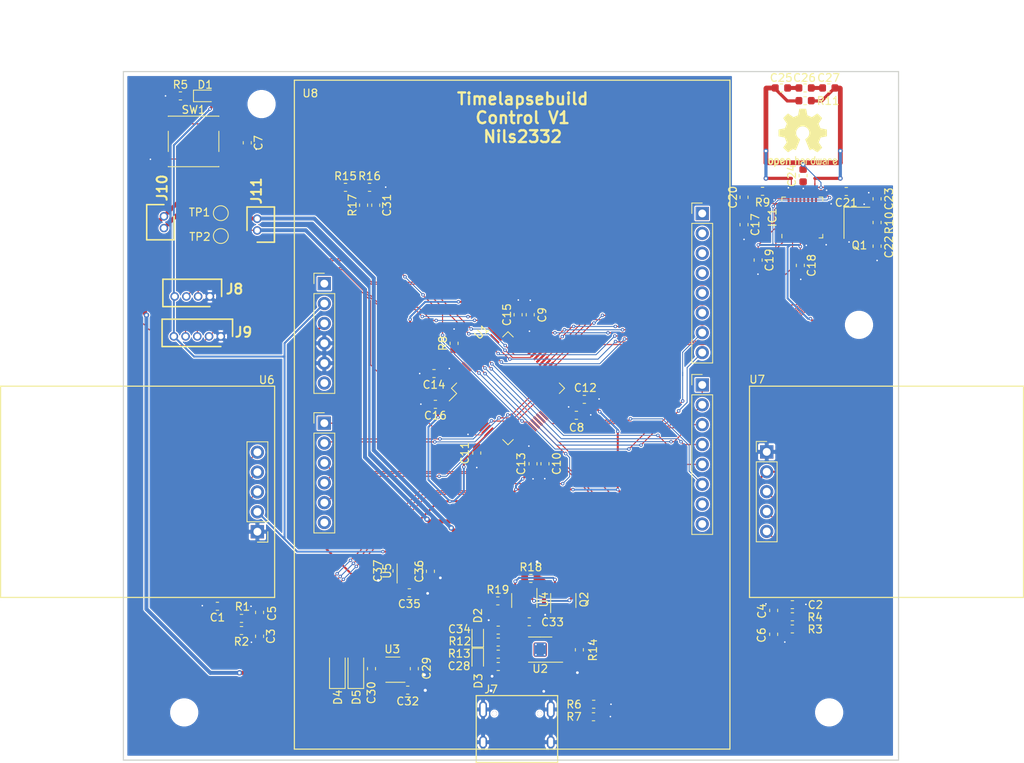
<source format=kicad_pcb>
(kicad_pcb (version 20171130) (host pcbnew "(5.1.0)-1")
  (layers (0 F.Cu signal) (31 B.Cu signal) (34 B.Paste user) (35 F.Paste user) (36 B.SilkS user) (37 F.SilkS user) (38 B.Mask user) (39 F.Mask user) (44 Edge.Cuts user))
  (net 0 "")
  (net 1 /Joycon1-But)
  (net 2 GND)
  (net 3 /Joycon2-But)
  (net 4 /Joycon1-2)
  (net 5 /Joycon2-2)
  (net 6 /Joycon1-1)
  (net 7 /Joycon2-1)
  (net 8 /NRST)
  (net 9 "Net-(C8-Pad1)")
  (net 10 +3V3)
  (net 11 "Net-(C21-Pad2)")
  (net 12 "Net-(C22-Pad2)")
  (net 13 "Net-(C23-Pad2)")
  (net 14 "Net-(C25-Pad1)")
  (net 15 "Net-(C26-Pad1)")
  (net 16 +5VA)
  (net 17 "Net-(C29-Pad2)")
  (net 18 "Net-(C30-Pad1)")
  (net 19 "Net-(C30-Pad2)")
  (net 20 Bat_V)
  (net 21 +5V)
  (net 22 -BATT)
  (net 23 "Net-(C33-Pad1)")
  (net 24 +BATT)
  (net 25 "Net-(C36-Pad2)")
  (net 26 "Net-(D1-Pad1)")
  (net 27 "Net-(D2-Pad1)")
  (net 28 "Net-(D3-Pad1)")
  (net 29 "Net-(D5-Pad2)")
  (net 30 TRX_CE)
  (net 31 PWRUP)
  (net 32 "Net-(IC1-Pad3)")
  (net 33 RF_CD)
  (net 34 RF_AM)
  (net 35 DR)
  (net 36 MISO)
  (net 37 MOSI)
  (net 38 SCK)
  (net 39 CSN)
  (net 40 "Net-(IC1-Pad23)")
  (net 41 TX_EN)
  (net 42 /LCD_D1)
  (net 43 /LCD_D2)
  (net 44 /LCD_D7)
  (net 45 /LCD_D6)
  (net 46 /LCD_D5)
  (net 47 /LCD_D4)
  (net 48 /LCD_D3)
  (net 49 /LCD_RST)
  (net 50 /LCD_CS)
  (net 51 /LCD_RS)
  (net 52 /LCD_WR)
  (net 53 /LCD_RD)
  (net 54 "Net-(J7-PadA6)")
  (net 55 "Net-(J7-PadB7)")
  (net 56 "Net-(J7-PadB8)")
  (net 57 "Net-(J7-PadA5)")
  (net 58 "Net-(J7-PadB5)")
  (net 59 "Net-(J7-PadA8)")
  (net 60 "Net-(J7-PadB6)")
  (net 61 "Net-(J7-PadA7)")
  (net 62 /USART1_RX)
  (net 63 /USART1_TX)
  (net 64 /SWCLK)
  (net 65 /SWDIO)
  (net 66 "Net-(Q2-Pad2)")
  (net 67 "Net-(Q2-Pad4)")
  (net 68 "Net-(Q2-Pad6)")
  (net 69 "Net-(Q2-Pad5)")
  (net 70 "Net-(R8-Pad1)")
  (net 71 "Net-(R12-Pad1)")
  (net 72 "Net-(R13-Pad1)")
  (net 73 "Net-(R14-Pad1)")
  (net 74 "Net-(R15-Pad2)")
  (net 75 "Net-(R18-Pad1)")
  (net 76 "Net-(U1-Pad2)")
  (net 77 "Net-(U1-Pad3)")
  (net 78 "Net-(U1-Pad4)")
  (net 79 "Net-(U1-Pad5)")
  (net 80 "Net-(U1-Pad6)")
  (net 81 "Net-(U1-Pad8)")
  (net 82 "Net-(U1-Pad9)")
  (net 83 "Net-(U1-Pad10)")
  (net 84 "Net-(U1-Pad11)")
  (net 85 "Net-(U1-Pad25)")
  (net 86 "Net-(U1-Pad29)")
  (net 87 "Net-(U1-Pad45)")
  (net 88 "Net-(U1-Pad50)")
  (net 89 "Net-(U1-Pad54)")
  (net 90 "Net-(U1-Pad61)")
  (net 91 "Net-(U1-Pad62)")
  (net 92 "Net-(U4-Pad4)")
  (net 93 "Net-(R1-Pad2)")
  (net 94 "Net-(R2-Pad2)")
  (net 95 "Net-(R3-Pad2)")
  (net 96 "Net-(R4-Pad2)")
  (net 97 "Net-(U8-Pad15)")
  (net 98 "Net-(U8-Pad16)")
  (net 99 "Net-(U8-Pad5)")
  (net 100 "Net-(U8-Pad3)")
  (net 101 "Net-(U8-Pad6)")
  (net 102 "Net-(U8-Pad4)")
  (net 103 "Net-(U8-Pad2)")
  (net 104 "Net-(U8-Pad1)")
  (net 105 "Net-(U8-Pad22)")
  (net 106 "Net-(U8-Pad23)")
  (net 107 "Net-(U8-Pad28)")
  (net 108 /LCD_D0)
  (module Package_SO:MSOP-8-1EP_3x3mm_P0.65mm_EP1.73x1.85mm_ThermalVias (layer F.Cu) (at 148.2344 125.3744 180)
    (fp_text reference U2 (at 0 -2.45 180) (layer F.SilkS))
    (fp_text value TP4056)
    (pad 8 smd roundrect (at 2.1625 -0.975 180) (size 1.425 0.4) (layers F.Cu F.Paste F.Mask) (net 16 +5VA))
    (pad 7 smd roundrect (at 2.1625 -0.325 180) (size 1.425 0.4) (layers F.Cu F.Paste F.Mask) (net 72 "Net-(R13-Pad1)"))
    (pad 6 smd roundrect (at 2.1625 0.325 180) (size 1.425 0.4) (layers F.Cu F.Paste F.Mask) (net 71 "Net-(R12-Pad1)"))
    (pad 5 smd roundrect (at 2.1625 0.975 180) (size 1.425 0.4) (layers F.Cu F.Paste F.Mask) (net 24 +BATT))
    (pad 4 smd roundrect (at -2.1625 0.975 180) (size 1.425 0.4) (layers F.Cu F.Paste F.Mask) (net 16 +5VA))
    (pad 3 smd roundrect (at -2.1625 0.325 180) (size 1.425 0.4) (layers F.Cu F.Paste F.Mask) (net 2 GND))
    (pad 2 smd roundrect (at -2.1625 -0.325 180) (size 1.425 0.4) (layers F.Cu F.Paste F.Mask) (net 73 "Net-(R14-Pad1)"))
    (pad 1 smd roundrect (at -2.1625 -0.975 180) (size 1.425 0.4) (layers F.Cu F.Paste F.Mask) (net 2 GND))
    (pad 9 smd roundrect (at 0 0 180) (size 1.6 1.8) (layers B.Cu) (roundrect_rratio 0.15625))
    (pad 9 thru_hole circle (at 0.55 0.65 180) (size 0.5 0.5) (drill 0.2) (layers *.Cu))
    (pad 9 thru_hole circle (at -0.55 0.65 180) (size 0.5 0.5) (drill 0.2) (layers *.Cu))
    (pad 9 thru_hole circle (at 0.55 -0.65 180) (size 0.5 0.5) (drill 0.2) (layers *.Cu))
    (pad 9 thru_hole circle (at -0.55 -0.65 180) (size 0.5 0.5) (drill 0.2) (layers *.Cu))
    (pad 9 smd roundrect (at 0 0 180) (size 1.73 1.85) (layers F.Cu F.Mask) (roundrect_rratio 0.144509))
  )
  (module MountingHole:MountingHole_3.2mm_M3 (layer F.Cu) (at 112.649 55.6514)
    (fp_text reference REF**)
    (fp_text value MountingHole_3.2mm_M3)
    (pad 1 np_thru_hole circle (at 0 0) (size 3.2 3.2) (drill 3.2) (layers *.Cu *.Mask))
  )
  (module MountingHole:MountingHole_3.2mm_M3 (layer F.Cu) (at 188.9506 83.8708)
    (fp_text reference REF**)
    (fp_text value MountingHole_3.2mm_M3)
    (pad 1 np_thru_hole circle (at 0 0) (size 3.2 3.2) (drill 3.2) (layers *.Cu *.Mask))
  )
  (module MountingHole:MountingHole_3.2mm_M3 (layer F.Cu) (at 185.1406 133.4008)
    (fp_text reference REF**)
    (fp_text value MountingHole_3.2mm_M3)
    (pad 1 np_thru_hole circle (at 0 0) (size 3.2 3.2) (drill 3.2) (layers *.Cu *.Mask))
  )
  (module MountingHole:MountingHole_3.2mm_M3 (layer F.Cu) (at 102.7684 133.4008)
    (fp_text reference REF**)
    (fp_text value MountingHole_3.2mm_M3)
    (pad "" np_thru_hole circle (at 0 0) (size 3.2 3.2) (drill 3.2) (layers *.Cu *.Mask))
  )
  (module "Components:Kuman 3.5 Display" (layer F.Cu) (at 144.653 52.6034 180)
    (fp_text reference U8 (at 25.781 -1.6764 180) (layer F.SilkS))
    (fp_text value Kuman3.5T-Screen)
    (pad 13 thru_hole oval (at -24.275 -49.1) (size 1.7 1.7) (drill 1) (layers *.Cu *.Mask) (net 48 /LCD_D3))
    (pad 11 thru_hole oval (at -24.275 -44.02) (size 1.7 1.7) (drill 1) (layers *.Cu *.Mask) (net 46 /LCD_D5))
    (pad 14 thru_hole oval (at -24.275 -51.64) (size 1.7 1.7) (drill 1) (layers *.Cu *.Mask) (net 43 /LCD_D2))
    (pad 15 thru_hole oval (at -24.275 -54.18) (size 1.7 1.7) (drill 1) (layers *.Cu *.Mask) (net 97 "Net-(U8-Pad15)"))
    (pad 16 thru_hole oval (at -24.275 -56.72) (size 1.7 1.7) (drill 1) (layers *.Cu *.Mask) (net 98 "Net-(U8-Pad16)"))
    (pad 12 thru_hole oval (at -24.275 -46.56) (size 1.7 1.7) (drill 1) (layers *.Cu *.Mask) (net 47 /LCD_D4))
    (pad 10 thru_hole oval (at -24.275 -41.48) (size 1.7 1.7) (drill 1) (layers *.Cu *.Mask) (net 45 /LCD_D6))
    (pad 9 thru_hole rect (at -24.275 -38.94) (size 1.7 1.7) (drill 1) (layers *.Cu *.Mask) (net 44 /LCD_D7))
    (pad 5 thru_hole oval (at -24.275 -27.19) (size 1.7 1.7) (drill 1) (layers *.Cu *.Mask) (net 99 "Net-(U8-Pad5)"))
    (pad 3 thru_hole oval (at -24.275 -22.11) (size 1.7 1.7) (drill 1) (layers *.Cu *.Mask) (net 100 "Net-(U8-Pad3)"))
    (pad 6 thru_hole oval (at -24.275 -29.73) (size 1.7 1.7) (drill 1) (layers *.Cu *.Mask) (net 101 "Net-(U8-Pad6)"))
    (pad 7 thru_hole oval (at -24.275 -32.27) (size 1.7 1.7) (drill 1) (layers *.Cu *.Mask) (net 42 /LCD_D1))
    (pad 8 thru_hole oval (at -24.275 -34.81) (size 1.7 1.7) (drill 1) (layers *.Cu *.Mask) (net 108 /LCD_D0))
    (pad 4 thru_hole oval (at -24.275 -24.65) (size 1.7 1.7) (drill 1) (layers *.Cu *.Mask) (net 102 "Net-(U8-Pad4)"))
    (pad 2 thru_hole oval (at -24.275 -19.57) (size 1.7 1.7) (drill 1) (layers *.Cu *.Mask) (net 103 "Net-(U8-Pad2)"))
    (pad 1 thru_hole rect (at -24.275 -17.03) (size 1.7 1.7) (drill 1) (layers *.Cu *.Mask) (net 104 "Net-(U8-Pad1)"))
    (pad 19 thru_hole oval (at 23.99 -48.91) (size 1.7 1.7) (drill 1) (layers *.Cu *.Mask) (net 51 /LCD_RS))
    (pad 18 thru_hole oval (at 23.99 -46.37) (size 1.7 1.7) (drill 1) (layers *.Cu *.Mask) (net 52 /LCD_WR))
    (pad 17 thru_hole rect (at 23.99 -43.83) (size 1.7 1.7) (drill 1) (layers *.Cu *.Mask) (net 53 /LCD_RD))
    (pad 21 thru_hole oval (at 23.99 -53.99) (size 1.7 1.7) (drill 1) (layers *.Cu *.Mask) (net 49 /LCD_RST))
    (pad 20 thru_hole oval (at 23.99 -51.45) (size 1.7 1.7) (drill 1) (layers *.Cu *.Mask) (net 50 /LCD_CS))
    (pad 22 thru_hole oval (at 23.99 -56.53) (size 1.7 1.7) (drill 1) (layers *.Cu *.Mask) (net 105 "Net-(U8-Pad22)"))
    (pad 25 thru_hole oval (at 23.99 -31.08) (size 1.7 1.7) (drill 1) (layers *.Cu *.Mask) (net 21 +5V))
    (pad 24 thru_hole oval (at 23.99 -28.54) (size 1.7 1.7) (drill 1) (layers *.Cu *.Mask) (net 10 +3V3))
    (pad 23 thru_hole rect (at 23.99 -26) (size 1.7 1.7) (drill 1) (layers *.Cu *.Mask) (net 106 "Net-(U8-Pad23)"))
    (pad 27 thru_hole oval (at 23.99 -36.16) (size 1.7 1.7) (drill 1) (layers *.Cu *.Mask) (net 2 GND))
    (pad 26 thru_hole oval (at 23.99 -33.62) (size 1.7 1.7) (drill 1) (layers *.Cu *.Mask) (net 2 GND))
    (pad 28 thru_hole oval (at 23.99 -38.7) (size 1.7 1.7) (drill 1) (layers *.Cu *.Mask) (net 107 "Net-(U8-Pad28)"))
  )
  (module Symbol:OSHW-Logo2_9.8x8mm_SilkScreen (layer F.Cu) (at 181.7624 59.9694)
    (fp_text reference REF** hide)
    (fp_text value OSHW-Logo2_9.8x8mm_SilkScreen hide)
  )
  (module Components:Joycon (layer F.Cu) (at 177.165 105.2068 90)
    (fp_text reference U7 (at 14.351 -1.2192 180) (layer F.SilkS))
    (fp_text value Joycon)
    (pad 5 thru_hole oval (at -5.06 0) (size 1.7 1.7) (drill 1) (layers *.Cu *.Mask) (net 3 /Joycon2-But))
    (pad 1 thru_hole rect (at 5.1 0) (size 1.7 1.7) (drill 1) (layers *.Cu *.Mask) (net 2 GND))
    (pad 3 thru_hole oval (at 0.02 0) (size 1.7 1.7) (drill 1) (layers *.Cu *.Mask) (net 95 "Net-(R3-Pad2)"))
    (pad 4 thru_hole oval (at -2.52 0) (size 1.7 1.7) (drill 1) (layers *.Cu *.Mask) (net 96 "Net-(R4-Pad2)"))
    (pad 2 thru_hole oval (at 2.56 0) (size 1.7 1.7) (drill 1) (layers *.Cu *.Mask) (net 10 +3V3))
  )
  (module Components:Joycon (layer F.Cu) (at 112.1156 105.2068 270)
    (fp_text reference U6 (at -14.3002 -1.1938) (layer F.SilkS))
    (fp_text value Joycon)
    (pad 5 thru_hole oval (at -5.06 0 180) (size 1.7 1.7) (drill 1) (layers *.Cu *.Mask) (net 1 /Joycon1-But))
    (pad 1 thru_hole rect (at 5.1 0 180) (size 1.7 1.7) (drill 1) (layers *.Cu *.Mask) (net 2 GND))
    (pad 3 thru_hole oval (at 0.02 0 180) (size 1.7 1.7) (drill 1) (layers *.Cu *.Mask) (net 93 "Net-(R1-Pad2)"))
    (pad 4 thru_hole oval (at -2.52 0 180) (size 1.7 1.7) (drill 1) (layers *.Cu *.Mask) (net 94 "Net-(R2-Pad2)"))
    (pad 2 thru_hole oval (at 2.56 0 180) (size 1.7 1.7) (drill 1) (layers *.Cu *.Mask) (net 10 +3V3))
  )
  (module Capacitor_SMD:C_0603_1608Metric (layer F.Cu) (at 107.0102 119.8372 180)
    (fp_text reference C1 (at 0 -1.43 180) (layer F.SilkS))
    (fp_text value 100n)
    (pad 1 smd roundrect (at -0.7875 0 180) (size 0.875 0.95) (layers F.Cu F.Paste F.Mask) (net 1 /Joycon1-But))
    (pad 2 smd roundrect (at 0.7875 0 180) (size 0.875 0.95) (layers F.Cu F.Paste F.Mask) (net 2 GND))
  )
  (module Capacitor_SMD:C_0603_1608Metric (layer F.Cu) (at 180.4415 119.634)
    (fp_text reference C2 (at 2.9465 0.0254) (layer F.SilkS))
    (fp_text value 100n)
    (pad 2 smd roundrect (at 0.7875 0) (size 0.875 0.95) (layers F.Cu F.Paste F.Mask) (net 2 GND))
    (pad 1 smd roundrect (at -0.7875 0) (size 0.875 0.95) (layers F.Cu F.Paste F.Mask) (net 3 /Joycon2-But))
  )
  (module Capacitor_SMD:C_0603_1608Metric (layer F.Cu) (at 112.395 123.6726 270)
    (fp_text reference C3 (at 0 -1.43 270) (layer F.SilkS))
    (fp_text value 10n)
    (pad 2 smd roundrect (at 0.7875 0 270) (size 0.875 0.95) (layers F.Cu F.Paste F.Mask) (net 2 GND))
    (pad 1 smd roundrect (at -0.7875 0 270) (size 0.875 0.95) (layers F.Cu F.Paste F.Mask) (net 4 /Joycon1-2))
  )
  (module Capacitor_SMD:C_0603_1608Metric (layer F.Cu) (at 178.054 120.3706 90)
    (fp_text reference C4 (at -0.0762 -1.4986 90) (layer F.SilkS))
    (fp_text value 10n)
    (pad 2 smd roundrect (at 0.7875 0 90) (size 0.875 0.95) (layers F.Cu F.Paste F.Mask) (net 2 GND))
    (pad 1 smd roundrect (at -0.7875 0 90) (size 0.875 0.95) (layers F.Cu F.Paste F.Mask) (net 5 /Joycon2-2))
  )
  (module Capacitor_SMD:C_0603_1608Metric (layer F.Cu) (at 112.395 120.6246 90)
    (fp_text reference C5 (at -0.127 1.5748 90) (layer F.SilkS))
    (fp_text value 10n)
    (pad 1 smd roundrect (at -0.7875 0 90) (size 0.875 0.95) (layers F.Cu F.Paste F.Mask) (net 6 /Joycon1-1))
    (pad 2 smd roundrect (at 0.7875 0 90) (size 0.875 0.95) (layers F.Cu F.Paste F.Mask) (net 2 GND))
  )
  (module Capacitor_SMD:C_0603_1608Metric (layer F.Cu) (at 178.054 123.4186 270)
    (fp_text reference C6 (at 0.1016 1.5494 270) (layer F.SilkS))
    (fp_text value 10n)
    (pad 1 smd roundrect (at -0.7875 0 270) (size 0.875 0.95) (layers F.Cu F.Paste F.Mask) (net 7 /Joycon2-1))
    (pad 2 smd roundrect (at 0.7875 0 270) (size 0.875 0.95) (layers F.Cu F.Paste F.Mask) (net 2 GND))
  )
  (module Capacitor_SMD:C_0603_1608Metric (layer F.Cu) (at 110.8202 60.6044 270)
    (fp_text reference C7 (at 0 -1.43 270) (layer F.SilkS))
    (fp_text value 100n)
    (pad 1 smd roundrect (at -0.7875 0 270) (size 0.875 0.95) (layers F.Cu F.Paste F.Mask) (net 8 /NRST))
    (pad 2 smd roundrect (at 0.7875 0 270) (size 0.875 0.95) (layers F.Cu F.Paste F.Mask) (net 2 GND))
  )
  (module Capacitor_SMD:C_0603_1608Metric (layer F.Cu) (at 152.8572 95.4278)
    (fp_text reference C8 (at 0.0254 1.5748) (layer F.SilkS))
    (fp_text value 4.7u)
    (pad 2 smd roundrect (at 0.7875 0) (size 0.875 0.95) (layers F.Cu F.Paste F.Mask) (net 2 GND))
    (pad 1 smd roundrect (at -0.7875 0) (size 0.875 0.95) (layers F.Cu F.Paste F.Mask) (net 9 "Net-(C8-Pad1)"))
  )
  (module Capacitor_SMD:C_0603_1608Metric (layer F.Cu) (at 146.9644 82.5754 90)
    (fp_text reference C9 (at -0.0254 1.524 90) (layer F.SilkS))
    (fp_text value 100n)
    (pad 1 smd roundrect (at -0.7875 0 90) (size 0.875 0.95) (layers F.Cu F.Paste F.Mask) (net 10 +3V3))
    (pad 2 smd roundrect (at 0.7875 0 90) (size 0.875 0.95) (layers F.Cu F.Paste F.Mask) (net 2 GND))
  )
  (module Capacitor_SMD:C_0603_1608Metric (layer F.Cu) (at 148.844 101.6254 270)
    (fp_text reference C10 (at -0.0254 -1.4986 270) (layer F.SilkS))
    (fp_text value 100n)
    (pad 2 smd roundrect (at 0.7875 0 270) (size 0.875 0.95) (layers F.Cu F.Paste F.Mask) (net 2 GND))
    (pad 1 smd roundrect (at -0.7875 0 270) (size 0.875 0.95) (layers F.Cu F.Paste F.Mask) (net 10 +3V3))
  )
  (module Capacitor_SMD:C_0603_1608Metric (layer F.Cu) (at 140.1318 100.2538 270)
    (fp_text reference C11 (at 0 1.524 270) (layer F.SilkS))
    (fp_text value 100n)
    (pad 1 smd roundrect (at -0.7875 0 270) (size 0.875 0.95) (layers F.Cu F.Paste F.Mask) (net 10 +3V3))
    (pad 2 smd roundrect (at 0.7875 0 270) (size 0.875 0.95) (layers F.Cu F.Paste F.Mask) (net 2 GND))
  )
  (module Capacitor_SMD:C_0603_1608Metric (layer F.Cu) (at 153.8732 93.3958)
    (fp_text reference C12 (at 0.127 -1.4732) (layer F.SilkS))
    (fp_text value 100n)
    (pad 2 smd roundrect (at 0.7875 0) (size 0.875 0.95) (layers F.Cu F.Paste F.Mask) (net 2 GND))
    (pad 1 smd roundrect (at -0.7875 0) (size 0.875 0.95) (layers F.Cu F.Paste F.Mask) (net 10 +3V3))
  )
  (module Capacitor_SMD:C_0603_1608Metric (layer F.Cu) (at 147.32 101.626201 270)
    (fp_text reference C13 (at -0.000801 1.524 270) (layer F.SilkS))
    (fp_text value 100n)
    (pad 1 smd roundrect (at -0.7875 0 270) (size 0.875 0.95) (layers F.Cu F.Paste F.Mask) (net 10 +3V3))
    (pad 2 smd roundrect (at 0.7875 0 270) (size 0.875 0.95) (layers F.Cu F.Paste F.Mask) (net 2 GND))
  )
  (module Capacitor_SMD:C_0603_1608Metric (layer F.Cu) (at 134.6708 90.0938 180)
    (fp_text reference C14 (at 0 -1.43 180) (layer F.SilkS))
    (fp_text value 100n)
    (pad 2 smd roundrect (at 0.7875 0 180) (size 0.875 0.95) (layers F.Cu F.Paste F.Mask) (net 2 GND))
    (pad 1 smd roundrect (at -0.7875 0 180) (size 0.875 0.95) (layers F.Cu F.Paste F.Mask) (net 10 +3V3))
  )
  (module Capacitor_SMD:C_0603_1608Metric (layer F.Cu) (at 145.415 82.5754 90)
    (fp_text reference C15 (at 0 -1.43 90) (layer F.SilkS))
    (fp_text value 100n)
    (pad 1 smd roundrect (at -0.7875 0 90) (size 0.875 0.95) (layers F.Cu F.Paste F.Mask) (net 10 +3V3))
    (pad 2 smd roundrect (at 0.7875 0 90) (size 0.875 0.95) (layers F.Cu F.Paste F.Mask) (net 2 GND))
  )
  (module Capacitor_SMD:C_0603_1608Metric (layer F.Cu) (at 134.8486 94.0308 180)
    (fp_text reference C16 (at 0 -1.43 180) (layer F.SilkS))
    (fp_text value 4.7u)
    (pad 2 smd roundrect (at 0.7875 0 180) (size 0.875 0.95) (layers F.Cu F.Paste F.Mask) (net 2 GND))
    (pad 1 smd roundrect (at -0.7875 0 180) (size 0.875 0.95) (layers F.Cu F.Paste F.Mask) (net 10 +3V3))
  )
  (module Capacitor_SMD:C_0603_1608Metric (layer F.Cu) (at 174.2694 71.0692 270)
    (fp_text reference C17 (at 0 -1.43 270) (layer F.SilkS))
    (fp_text value 33pF)
    (pad 2 smd roundrect (at 0.7875 0 270) (size 0.875 0.95) (layers F.Cu F.Paste F.Mask) (net 2 GND))
    (pad 1 smd roundrect (at -0.7875 0 270) (size 0.875 0.95) (layers F.Cu F.Paste F.Mask) (net 10 +3V3))
  )
  (module Capacitor_SMD:C_0603_1608Metric (layer F.Cu) (at 181.4576 76.2762 270)
    (fp_text reference C18 (at 0 -1.43 270) (layer F.SilkS))
    (fp_text value 33pF)
    (pad 1 smd roundrect (at -0.7875 0 270) (size 0.875 0.95) (layers F.Cu F.Paste F.Mask) (net 10 +3V3))
    (pad 2 smd roundrect (at 0.7875 0 270) (size 0.875 0.95) (layers F.Cu F.Paste F.Mask) (net 2 GND))
  )
  (module Capacitor_SMD:C_0603_1608Metric (layer F.Cu) (at 176.0728 75.5904 270)
    (fp_text reference C19 (at 0 -1.43 270) (layer F.SilkS))
    (fp_text value 10nF)
    (pad 2 smd roundrect (at 0.7875 0 270) (size 0.875 0.95) (layers F.Cu F.Paste F.Mask) (net 2 GND))
    (pad 1 smd roundrect (at -0.7875 0 270) (size 0.875 0.95) (layers F.Cu F.Paste F.Mask) (net 10 +3V3))
  )
  (module Capacitor_SMD:C_0603_1608Metric (layer F.Cu) (at 174.2694 67.5639 90)
    (fp_text reference C20 (at 0 -1.43 90) (layer F.SilkS))
    (fp_text value 4.7uF)
    (pad 1 smd roundrect (at -0.7875 0 90) (size 0.875 0.95) (layers F.Cu F.Paste F.Mask) (net 10 +3V3))
    (pad 2 smd roundrect (at 0.7875 0 90) (size 0.875 0.95) (layers F.Cu F.Paste F.Mask) (net 2 GND))
  )
  (module Capacitor_SMD:C_0603_1608Metric (layer F.Cu) (at 187.325 66.8274 180)
    (fp_text reference C21 (at 0 -1.43 180) (layer F.SilkS))
    (fp_text value 3.3n)
    (pad 1 smd roundrect (at -0.7875 0 180) (size 0.875 0.95) (layers F.Cu F.Paste F.Mask) (net 2 GND))
    (pad 2 smd roundrect (at 0.7875 0 180) (size 0.875 0.95) (layers F.Cu F.Paste F.Mask) (net 11 "Net-(C21-Pad2)"))
  )
  (module Capacitor_SMD:C_0603_1608Metric (layer F.Cu) (at 191.262 73.8124 90)
    (fp_text reference C22 (at -0.1016 1.524 90) (layer F.SilkS))
    (fp_text value 22pF)
    (pad 1 smd roundrect (at -0.7875 0 90) (size 0.875 0.95) (layers F.Cu F.Paste F.Mask) (net 2 GND))
    (pad 2 smd roundrect (at 0.7875 0 90) (size 0.875 0.95) (layers F.Cu F.Paste F.Mask) (net 12 "Net-(C22-Pad2)"))
  )
  (module Capacitor_SMD:C_0603_1608Metric (layer F.Cu) (at 191.262 67.7672 270)
    (fp_text reference C23 (at 0 -1.524 270) (layer F.SilkS))
    (fp_text value 22pF)
    (pad 2 smd roundrect (at 0.7875 0 270) (size 0.875 0.95) (layers F.Cu F.Paste F.Mask) (net 13 "Net-(C23-Pad2)"))
    (pad 1 smd roundrect (at -0.7875 0 270) (size 0.875 0.95) (layers F.Cu F.Paste F.Mask) (net 2 GND))
  )
  (module Capacitor_SMD:C_0603_1608Metric (layer F.Cu) (at 181.8132 64.7954 90)
    (fp_text reference C24 (at 0 -1.43 90) (layer F.SilkS))
    (fp_text value 33pF)
    (pad 2 smd roundrect (at 0.7875 0 90) (size 0.875 0.95) (layers F.Cu F.Paste F.Mask) (net 11 "Net-(C21-Pad2)"))
    (pad 1 smd roundrect (at -0.7875 0 90) (size 0.875 0.95) (layers F.Cu F.Paste F.Mask) (net 2 GND))
  )
  (module Capacitor_SMD:C_0603_1608Metric (layer F.Cu) (at 179.0446 53.594 180)
    (fp_text reference C25 (at 0.0254 1.2954 180) (layer F.SilkS))
    (fp_text value 5.6pF)
    (pad 1 smd roundrect (at -0.7875 0 180) (size 0.875 0.95) (layers F.Cu F.Paste F.Mask) (net 14 "Net-(C25-Pad1)"))
    (pad 2 smd roundrect (at 0.7875 0 180) (size 0.875 0.95) (layers F.Cu F.Paste F.Mask) (net 11 "Net-(C21-Pad2)"))
  )
  (module Capacitor_SMD:C_0603_1608Metric (layer F.Cu) (at 182.0672 53.594 180)
    (fp_text reference C26 (at 0.0762 1.2954 180) (layer F.SilkS))
    (fp_text value 4.7pF)
    (pad 2 smd roundrect (at 0.7875 0 180) (size 0.875 0.95) (layers F.Cu F.Paste F.Mask) (net 14 "Net-(C25-Pad1)"))
    (pad 1 smd roundrect (at -0.7875 0 180) (size 0.875 0.95) (layers F.Cu F.Paste F.Mask) (net 15 "Net-(C26-Pad1)"))
  )
  (module Capacitor_SMD:C_0603_1608Metric (layer F.Cu) (at 185.0898 53.594 180)
    (fp_text reference C27 (at 0.0254 1.2954 180) (layer F.SilkS))
    (fp_text value 3.9pF)
    (pad 1 smd roundrect (at -0.7875 0 180) (size 0.875 0.95) (layers F.Cu F.Paste F.Mask) (net 11 "Net-(C21-Pad2)"))
    (pad 2 smd roundrect (at 0.7875 0 180) (size 0.875 0.95) (layers F.Cu F.Paste F.Mask) (net 15 "Net-(C26-Pad1)"))
  )
  (module Capacitor_SMD:C_0603_1608Metric (layer F.Cu) (at 142.875 127.5334 180)
    (fp_text reference C28 (at 5.0038 0.0508 180) (layer F.SilkS))
    (fp_text value 100n)
    (pad 2 smd roundrect (at 0.7875 0 180) (size 0.875 0.95) (layers F.Cu F.Paste F.Mask) (net 2 GND))
    (pad 1 smd roundrect (at -0.7875 0 180) (size 0.875 0.95) (layers F.Cu F.Paste F.Mask) (net 16 +5VA))
  )
  (module Capacitor_SMD:C_0603_1608Metric (layer F.Cu) (at 132.1562 127.8128 90)
    (fp_text reference C29 (at 0.0508 1.5748 90) (layer F.SilkS))
    (fp_text value 10uF)
    (pad 1 smd roundrect (at -0.7875 0 90) (size 0.875 0.95) (layers F.Cu F.Paste F.Mask) (net 2 GND))
    (pad 2 smd roundrect (at 0.7875 0 90) (size 0.875 0.95) (layers F.Cu F.Paste F.Mask) (net 17 "Net-(C29-Pad2)"))
  )
  (module Capacitor_SMD:C_0603_1608Metric (layer F.Cu) (at 126.6952 127.8128 90)
    (fp_text reference C30 (at -3.0734 -0.0254 90) (layer F.SilkS))
    (fp_text value 10uF)
    (pad 1 smd roundrect (at -0.7875 0 90) (size 0.875 0.95) (layers F.Cu F.Paste F.Mask) (net 18 "Net-(C30-Pad1)"))
    (pad 2 smd roundrect (at 0.7875 0 90) (size 0.875 0.95) (layers F.Cu F.Paste F.Mask) (net 19 "Net-(C30-Pad2)"))
  )
  (module Capacitor_SMD:C_0603_1608Metric (layer F.Cu) (at 127.2286 68.58 270)
    (fp_text reference C31 (at 0 -1.43 270) (layer F.SilkS))
    (fp_text value 10nF)
    (pad 1 smd roundrect (at -0.7875 0 270) (size 0.875 0.95) (layers F.Cu F.Paste F.Mask) (net 2 GND))
    (pad 2 smd roundrect (at 0.7875 0 270) (size 0.875 0.95) (layers F.Cu F.Paste F.Mask) (net 20 Bat_V))
  )
  (module Capacitor_SMD:C_0603_1608Metric (layer F.Cu) (at 131.318 130.556 180)
    (fp_text reference C32 (at 0 -1.43 180) (layer F.SilkS))
    (fp_text value 10uF)
    (pad 2 smd roundrect (at 0.7875 0 180) (size 0.875 0.95) (layers F.Cu F.Paste F.Mask) (net 21 +5V))
    (pad 1 smd roundrect (at -0.7875 0 180) (size 0.875 0.95) (layers F.Cu F.Paste F.Mask) (net 2 GND))
  )
  (module Capacitor_SMD:C_0603_1608Metric (layer F.Cu) (at 146.8374 121.8184)
    (fp_text reference C33 (at 2.9718 0.0508) (layer F.SilkS))
    (fp_text value 100n)
    (pad 2 smd roundrect (at 0.7875 0) (size 0.875 0.95) (layers F.Cu F.Paste F.Mask) (net 22 -BATT))
    (pad 1 smd roundrect (at -0.7875 0) (size 0.875 0.95) (layers F.Cu F.Paste F.Mask) (net 23 "Net-(C33-Pad1)"))
  )
  (module Capacitor_SMD:C_0603_1608Metric (layer F.Cu) (at 142.875 122.8852 180)
    (fp_text reference C34 (at 4.953 0.127 180) (layer F.SilkS))
    (fp_text value 10uF)
    (pad 2 smd roundrect (at 0.7875 0 180) (size 0.875 0.95) (layers F.Cu F.Paste F.Mask) (net 2 GND))
    (pad 1 smd roundrect (at -0.7875 0 180) (size 0.875 0.95) (layers F.Cu F.Paste F.Mask) (net 24 +BATT))
  )
  (module Capacitor_SMD:C_0603_1608Metric (layer F.Cu) (at 131.5212 118.11 180)
    (fp_text reference C35 (at 0 -1.43 180) (layer F.SilkS))
    (fp_text value 1u)
    (pad 1 smd roundrect (at -0.7875 0 180) (size 0.875 0.95) (layers F.Cu F.Paste F.Mask) (net 2 GND))
    (pad 2 smd roundrect (at 0.7875 0 180) (size 0.875 0.95) (layers F.Cu F.Paste F.Mask) (net 21 +5V))
  )
  (module Capacitor_SMD:C_0603_1608Metric (layer F.Cu) (at 134.2136 115.3668 90)
    (fp_text reference C36 (at 0 -1.43 90) (layer F.SilkS))
    (fp_text value 10n)
    (pad 2 smd roundrect (at 0.7875 0 90) (size 0.875 0.95) (layers F.Cu F.Paste F.Mask) (net 25 "Net-(C36-Pad2)"))
    (pad 1 smd roundrect (at -0.7875 0 90) (size 0.875 0.95) (layers F.Cu F.Paste F.Mask) (net 2 GND))
  )
  (module Capacitor_SMD:C_0603_1608Metric (layer F.Cu) (at 128.9304 115.316 90)
    (fp_text reference C37 (at 0 -1.43 90) (layer F.SilkS))
    (fp_text value 1u)
    (pad 1 smd roundrect (at -0.7875 0 90) (size 0.875 0.95) (layers F.Cu F.Paste F.Mask) (net 2 GND))
    (pad 2 smd roundrect (at 0.7875 0 90) (size 0.875 0.95) (layers F.Cu F.Paste F.Mask) (net 10 +3V3))
  )
  (module LED_SMD:LED_0603_1608Metric (layer F.Cu) (at 105.4354 54.61)
    (fp_text reference D1 (at 0 -1.43) (layer F.SilkS))
    (fp_text value LED)
    (pad 1 smd roundrect (at -0.7875 0) (size 0.875 0.95) (layers F.Cu F.Paste F.Mask) (net 26 "Net-(D1-Pad1)"))
    (pad 2 smd roundrect (at 0.7875 0) (size 0.875 0.95) (layers F.Cu F.Paste F.Mask) (net 10 +3V3))
  )
  (module LED_SMD:LED_0603_1608Metric (layer F.Cu) (at 140.2588 123.571 90)
    (fp_text reference D2 (at 2.54 0.0254 90) (layer F.SilkS))
    (fp_text value LED)
    (pad 2 smd roundrect (at 0.7875 0 90) (size 0.875 0.95) (layers F.Cu F.Paste F.Mask) (net 16 +5VA))
    (pad 1 smd roundrect (at -0.7875 0 90) (size 0.875 0.95) (layers F.Cu F.Paste F.Mask) (net 27 "Net-(D2-Pad1)"))
  )
  (module LED_SMD:LED_0603_1608Metric (layer F.Cu) (at 140.2588 126.6952 270)
    (fp_text reference D3 (at 2.6924 -0.0762 270) (layer F.SilkS))
    (fp_text value LED)
    (pad 1 smd roundrect (at -0.7875 0 270) (size 0.875 0.95) (layers F.Cu F.Paste F.Mask) (net 28 "Net-(D3-Pad1)"))
    (pad 2 smd roundrect (at 0.7875 0 270) (size 0.875 0.95) (layers F.Cu F.Paste F.Mask) (net 16 +5VA))
  )
  (module Diode_SMD:D_SOD-123 (layer F.Cu) (at 122.3264 128.0922 90)
    (fp_text reference D4 (at -3.3782 0.0762 90) (layer F.SilkS))
    (fp_text value 1N5819)
    (pad 2 smd rect (at 1.65 0 90) (size 0.9 1.2) (layers F.Cu F.Paste F.Mask) (net 16 +5VA))
    (pad 1 smd rect (at -1.65 0 90) (size 0.9 1.2) (layers F.Cu F.Paste F.Mask) (net 17 "Net-(C29-Pad2)"))
  )
  (module Diode_SMD:D_SOD-123 (layer F.Cu) (at 124.6886 128.0922 90)
    (fp_text reference D5 (at -3.3782 0.0762 90) (layer F.SilkS))
    (fp_text value 1N5819)
    (pad 1 smd rect (at -1.65 0 90) (size 0.9 1.2) (layers F.Cu F.Paste F.Mask) (net 17 "Net-(C29-Pad2)"))
    (pad 2 smd rect (at 1.65 0 90) (size 0.9 1.2) (layers F.Cu F.Paste F.Mask) (net 29 "Net-(D5-Pad2)"))
  )
  (module Package_DFN_QFN:QFN-32-1EP_5x5mm_P0.5mm_EP3.1x3.1mm (layer F.Cu) (at 181.7116 70.1548 90)
    (fp_text reference IC1 (at 0 -3.82 90) (layer F.SilkS))
    (fp_text value nRF905)
    (pad 33 smd roundrect (at 0 0 90) (size 3.1 3.1) (layers F.Cu F.Mask) (roundrect_rratio 0.08064499999999999))
    (pad 1 smd roundrect (at -2.4375 -1.75 90) (size 0.875 0.25) (layers F.Cu F.Paste F.Mask) (net 30 TRX_CE))
    (pad 2 smd roundrect (at -2.4375 -1.25 90) (size 0.875 0.25) (layers F.Cu F.Paste F.Mask) (net 31 PWRUP))
    (pad 3 smd roundrect (at -2.4375 -0.75 90) (size 0.875 0.25) (layers F.Cu F.Paste F.Mask) (net 32 "Net-(IC1-Pad3)"))
    (pad 4 smd roundrect (at -2.4375 -0.25 90) (size 0.875 0.25) (layers F.Cu F.Paste F.Mask) (net 10 +3V3))
    (pad 5 smd roundrect (at -2.4375 0.25 90) (size 0.875 0.25) (layers F.Cu F.Paste F.Mask) (net 2 GND))
    (pad 6 smd roundrect (at -2.4375 0.75 90) (size 0.875 0.25) (layers F.Cu F.Paste F.Mask) (net 33 RF_CD))
    (pad 7 smd roundrect (at -2.4375 1.25 90) (size 0.875 0.25) (layers F.Cu F.Paste F.Mask) (net 34 RF_AM))
    (pad 8 smd roundrect (at -2.4375 1.75 90) (size 0.875 0.25) (layers F.Cu F.Paste F.Mask) (net 35 DR))
    (pad 9 smd roundrect (at -1.75 2.4375 90) (size 0.25 0.875) (layers F.Cu F.Paste F.Mask) (net 2 GND))
    (pad 10 smd roundrect (at -1.25 2.4375 90) (size 0.25 0.875) (layers F.Cu F.Paste F.Mask) (net 36 MISO))
    (pad 11 smd roundrect (at -0.75 2.4375 90) (size 0.25 0.875) (layers F.Cu F.Paste F.Mask) (net 37 MOSI))
    (pad 12 smd roundrect (at -0.25 2.4375 90) (size 0.25 0.875) (layers F.Cu F.Paste F.Mask) (net 38 SCK))
    (pad 13 smd roundrect (at 0.25 2.4375 90) (size 0.25 0.875) (layers F.Cu F.Paste F.Mask) (net 39 CSN))
    (pad 14 smd roundrect (at 0.75 2.4375 90) (size 0.25 0.875) (layers F.Cu F.Paste F.Mask) (net 12 "Net-(C22-Pad2)"))
    (pad 15 smd roundrect (at 1.25 2.4375 90) (size 0.25 0.875) (layers F.Cu F.Paste F.Mask) (net 13 "Net-(C23-Pad2)"))
    (pad 16 smd roundrect (at 1.75 2.4375 90) (size 0.25 0.875) (layers F.Cu F.Paste F.Mask) (net 2 GND))
    (pad 17 smd roundrect (at 2.4375 1.75 90) (size 0.875 0.25) (layers F.Cu F.Paste F.Mask) (net 10 +3V3))
    (pad 18 smd roundrect (at 2.4375 1.25 90) (size 0.875 0.25) (layers F.Cu F.Paste F.Mask) (net 2 GND))
    (pad 19 smd roundrect (at 2.4375 0.75 90) (size 0.875 0.25) (layers F.Cu F.Paste F.Mask) (net 11 "Net-(C21-Pad2)"))
    (pad 20 smd roundrect (at 2.4375 0.25 90) (size 0.875 0.25) (layers F.Cu F.Paste F.Mask) (net 11 "Net-(C21-Pad2)"))
    (pad 21 smd roundrect (at 2.4375 -0.25 90) (size 0.875 0.25) (layers F.Cu F.Paste F.Mask) (net 11 "Net-(C21-Pad2)"))
    (pad 22 smd roundrect (at 2.4375 -0.75 90) (size 0.875 0.25) (layers F.Cu F.Paste F.Mask) (net 2 GND))
    (pad 23 smd roundrect (at 2.4375 -1.25 90) (size 0.875 0.25) (layers F.Cu F.Paste F.Mask) (net 40 "Net-(IC1-Pad23)"))
    (pad 24 smd roundrect (at 2.4375 -1.75 90) (size 0.875 0.25) (layers F.Cu F.Paste F.Mask) (net 2 GND))
    (pad 25 smd roundrect (at 1.75 -2.4375 90) (size 0.25 0.875) (layers F.Cu F.Paste F.Mask) (net 10 +3V3))
    (pad 26 smd roundrect (at 1.25 -2.4375 90) (size 0.25 0.875) (layers F.Cu F.Paste F.Mask) (net 2 GND))
    (pad 27 smd roundrect (at 0.75 -2.4375 90) (size 0.25 0.875) (layers F.Cu F.Paste F.Mask) (net 2 GND))
    (pad 28 smd roundrect (at 0.25 -2.4375 90) (size 0.25 0.875) (layers F.Cu F.Paste F.Mask) (net 2 GND))
    (pad 29 smd roundrect (at -0.25 -2.4375 90) (size 0.25 0.875) (layers F.Cu F.Paste F.Mask) (net 2 GND))
    (pad 30 smd roundrect (at -0.75 -2.4375 90) (size 0.25 0.875) (layers F.Cu F.Paste F.Mask) (net 2 GND))
    (pad 31 smd roundrect (at -1.25 -2.4375 90) (size 0.25 0.875) (layers F.Cu F.Paste F.Mask) (net 10 +3V3))
    (pad 32 smd roundrect (at -1.75 -2.4375 90) (size 0.25 0.875) (layers F.Cu F.Paste F.Mask) (net 41 TX_EN))
  )
  (module Connector_USB:USB_C_SIMPLE (layer F.Cu) (at 145.2626 133.5532)
    (fp_text reference J7 (at -3.3 -3.1) (layer F.SilkS))
    (fp_text value USB_C_Receptacle_USB2.0)
    (pad S1 thru_hole oval (at -4.32 3.65) (size 1 1.6) (drill oval 0.6 1.2) (layers *.Cu *.Mask) (net 2 GND))
    (pad S1 thru_hole oval (at -4.32 -0.53) (size 1 2.1) (drill oval 0.6 1.7) (layers *.Cu *.Mask) (net 2 GND))
    (pad "" thru_hole circle (at 2.89 0) (size 0.65 0.65) (drill 0.65) (layers *.Cu *.Mask))
    (pad A4 smd rect (at -2.6 -1.445) (size 0.3 1.45) (layers F.Cu F.Paste F.Mask) (net 16 +5VA))
    (pad A6 smd rect (at -0.25 -1.445) (size 0.3 1.45) (layers F.Cu F.Paste F.Mask) (net 54 "Net-(J7-PadA6)"))
    (pad "" thru_hole circle (at -2.875 0) (size 0.65 0.65) (drill 0.65) (layers *.Cu *.Mask))
    (pad S1 thru_hole oval (at 4.32 3.65) (size 1 1.6) (drill oval 0.6 1.2) (layers *.Cu *.Mask) (net 2 GND))
    (pad S1 thru_hole oval (at 4.32 -0.53) (size 1 2.1) (drill oval 0.6 1.7) (layers *.Cu *.Mask) (net 2 GND))
    (pad B7 smd rect (at -0.75 -1.445) (size 0.3 1.45) (layers F.Cu F.Paste F.Mask) (net 55 "Net-(J7-PadB7)"))
    (pad B8 smd rect (at -1.75 -1.445) (size 0.3 1.45) (layers F.Cu F.Paste F.Mask) (net 56 "Net-(J7-PadB8)"))
    (pad A5 smd rect (at -1.25 -1.445) (size 0.3 1.45) (layers F.Cu F.Paste F.Mask) (net 57 "Net-(J7-PadA5)"))
    (pad A1 smd rect (at -3.4 -1.445) (size 0.3 1.45) (layers F.Cu F.Paste F.Mask) (net 2 GND))
    (pad B5 smd rect (at 1.75 -1.445) (size 0.3 1.45) (layers F.Cu F.Paste F.Mask) (net 58 "Net-(J7-PadB5)"))
    (pad A8 smd rect (at 1.25 -1.445) (size 0.3 1.45) (layers F.Cu F.Paste F.Mask) (net 59 "Net-(J7-PadA8)"))
    (pad B6 smd rect (at 0.75 -1.445) (size 0.3 1.45) (layers F.Cu F.Paste F.Mask) (net 60 "Net-(J7-PadB6)"))
    (pad A7 smd rect (at 0.25 -1.445) (size 0.3 1.45) (layers F.Cu F.Paste F.Mask) (net 61 "Net-(J7-PadA7)"))
    (pad B12 smd rect (at -3.1 -1.445) (size 0.3 1.45) (layers F.Cu F.Paste F.Mask) (net 2 GND))
    (pad B9 smd rect (at -2.3 -1.445) (size 0.3 1.45) (layers F.Cu F.Paste F.Mask) (net 16 +5VA))
    (pad B4 smd rect (at 2.3 -1.445) (size 0.3 1.45) (layers F.Cu F.Paste F.Mask) (net 16 +5VA))
    (pad B1 smd rect (at 3.1 -1.445) (size 0.3 1.45) (layers F.Cu F.Paste F.Mask) (net 2 GND))
    (pad A12 smd rect (at 3.4 -1.445) (size 0.3 1.45) (layers F.Cu F.Paste F.Mask) (net 2 GND))
    (pad A9 smd rect (at 2.6 -1.445) (size 0.3 1.45) (layers F.Cu F.Paste F.Mask) (net 16 +5VA))
  )
  (module Connector_JST:JST_ZH_B4B_1x04_P1.5mm (layer F.Cu) (at 106.045 80.2386)
    (fp_text reference J8 (at 3.1496 -0.9398) (layer F.SilkS) (effects (font (size 1.27 1.27) (thickness 0.254))))
    (fp_text value UART hide)
    (pad 4 thru_hole circle (at -4.5 0) (size 1.1 1.1) (drill 0.7) (layers *.Cu *.Mask) (net 10 +3V3))
    (pad 3 thru_hole circle (at -3 0) (size 1.1 1.1) (drill 0.7) (layers *.Cu *.Mask) (net 62 /USART1_RX))
    (pad 2 thru_hole circle (at -1.5 0) (size 1.1 1.1) (drill 0.7) (layers *.Cu *.Mask) (net 63 /USART1_TX))
    (pad 1 thru_hole circle (at 0 0) (size 1.1 1.1) (drill 0.7) (layers *.Cu *.Mask) (net 2 GND))
  )
  (module Connector_JST:JST_ZH_B5B_1x05_P1.5mm (layer F.Cu) (at 107.442 85.344)
    (fp_text reference J9 (at 2.8956 -0.5334) (layer F.SilkS) (effects (font (size 1.27 1.27) (thickness 0.254))))
    (fp_text value ST-Link hide)
    (pad 5 thru_hole circle (at -6 0) (size 1.1 1.1) (drill 0.7) (layers *.Cu *.Mask) (net 10 +3V3))
    (pad 4 thru_hole circle (at -4.5 0) (size 1.1 1.1) (drill 0.7) (layers *.Cu *.Mask) (net 64 /SWCLK))
    (pad 3 thru_hole circle (at -3 0) (size 1.1 1.1) (drill 0.7) (layers *.Cu *.Mask) (net 65 /SWDIO))
    (pad 2 thru_hole circle (at -1.5 0) (size 1.1 1.1) (drill 0.7) (layers *.Cu *.Mask) (net 8 /NRST))
    (pad 1 thru_hole circle (at 0 0) (size 1.1 1.1) (drill 0.7) (layers *.Cu *.Mask) (net 2 GND))
  )
  (module Connector_JST:JST_ZH_B2B_1x02_P1.5mm (layer F.Cu) (at 100.1776 70.0024 90)
    (fp_text reference J10 (at 3.6322 -0.2286 90) (layer F.SilkS) (effects (font (size 1.27 1.27) (thickness 0.254))))
    (fp_text value PWR_Con hide)
    (pad 2 thru_hole circle (at -1.5 0 90) (size 1.1 1.1) (drill 0.7) (layers *.Cu *.Mask) (net 24 +BATT))
    (pad 1 thru_hole circle (at 0 0 90) (size 1.1 1.1) (drill 0.7) (layers *.Cu *.Mask) (net 29 "Net-(D5-Pad2)"))
  )
  (module Connector_JST:JST_ZH_B2B_1x02_P1.5mm (layer F.Cu) (at 112.0902 71.8058 270)
    (fp_text reference J11 (at -5.0546 0.1016 270) (layer F.SilkS) (effects (font (size 1.27 1.27) (thickness 0.254))))
    (fp_text value "Bat Con" hide)
    (pad 1 thru_hole circle (at 0 0 270) (size 1.1 1.1) (drill 0.7) (layers *.Cu *.Mask) (net 22 -BATT))
    (pad 2 thru_hole circle (at -1.5 0 270) (size 1.1 1.1) (drill 0.7) (layers *.Cu *.Mask) (net 24 +BATT))
  )
  (module Crystal:Crystal_SMD_3225-4Pin_3.2x2.5mm (layer F.Cu) (at 188.683 70.8328 270)
    (fp_text reference Q1 (at 2.878 -0.3184) (layer F.SilkS))
    (fp_text value X322516MRB4SI)
    (pad 1 smd rect (at -1.1 0.85 270) (size 1.4 1.2) (layers F.Cu F.Paste F.Mask) (net 13 "Net-(C23-Pad2)"))
    (pad 2 smd rect (at 1.1 0.85 270) (size 1.4 1.2) (layers F.Cu F.Paste F.Mask) (net 2 GND))
    (pad 3 smd rect (at 1.1 -0.85 270) (size 1.4 1.2) (layers F.Cu F.Paste F.Mask) (net 12 "Net-(C22-Pad2)"))
    (pad 4 smd rect (at -1.1 -0.85 270) (size 1.4 1.2) (layers F.Cu F.Paste F.Mask) (net 2 GND))
  )
  (module Package_TO_SOT_SMD:SOT-23-6 (layer F.Cu) (at 151.1808 119.1006 90)
    (fp_text reference Q2 (at 0.127 2.667 270) (layer F.SilkS))
    (fp_text value FS8205)
    (pad 1 smd rect (at -1.1 -0.95 90) (size 1.06 0.65) (layers F.Cu F.Paste F.Mask) (net 2 GND))
    (pad 2 smd rect (at -1.1 0 90) (size 1.06 0.65) (layers F.Cu F.Paste F.Mask) (net 66 "Net-(Q2-Pad2)"))
    (pad 3 smd rect (at -1.1 0.95 90) (size 1.06 0.65) (layers F.Cu F.Paste F.Mask) (net 22 -BATT))
    (pad 4 smd rect (at 1.1 0.95 90) (size 1.06 0.65) (layers F.Cu F.Paste F.Mask) (net 67 "Net-(Q2-Pad4)"))
    (pad 6 smd rect (at 1.1 -0.95 90) (size 1.06 0.65) (layers F.Cu F.Paste F.Mask) (net 68 "Net-(Q2-Pad6)"))
    (pad 5 smd rect (at 1.1 0 90) (size 1.06 0.65) (layers F.Cu F.Paste F.Mask) (net 69 "Net-(Q2-Pad5)"))
  )
  (module Resistor_SMD:R_0603_1608Metric (layer F.Cu) (at 110.0836 121.3866 180)
    (fp_text reference R1 (at -0.127 1.4986 180) (layer F.SilkS))
    (fp_text value 10k)
    (pad 1 smd roundrect (at -0.7875 0 180) (size 0.875 0.95) (layers F.Cu F.Paste F.Mask) (net 6 /Joycon1-1))
    (pad 2 smd roundrect (at 0.7875 0 180) (size 0.875 0.95) (layers F.Cu F.Paste F.Mask) (net 93 "Net-(R1-Pad2)"))
  )
  (module Resistor_SMD:R_0603_1608Metric (layer F.Cu) (at 110.0836 122.936 180)
    (fp_text reference R2 (at 0 -1.43 180) (layer F.SilkS))
    (fp_text value 10k)
    (pad 1 smd roundrect (at -0.7875 0 180) (size 0.875 0.95) (layers F.Cu F.Paste F.Mask) (net 4 /Joycon1-2))
    (pad 2 smd roundrect (at 0.7875 0 180) (size 0.875 0.95) (layers F.Cu F.Paste F.Mask) (net 94 "Net-(R2-Pad2)"))
  )
  (module Resistor_SMD:R_0603_1608Metric (layer F.Cu) (at 180.4416 122.7328)
    (fp_text reference R3 (at 2.921 0.0508) (layer F.SilkS))
    (fp_text value 10k)
    (pad 2 smd roundrect (at 0.7875 0) (size 0.875 0.95) (layers F.Cu F.Paste F.Mask) (net 95 "Net-(R3-Pad2)"))
    (pad 1 smd roundrect (at -0.7875 0) (size 0.875 0.95) (layers F.Cu F.Paste F.Mask) (net 7 /Joycon2-1))
  )
  (module Resistor_SMD:R_0603_1608Metric (layer F.Cu) (at 180.4416 121.1834)
    (fp_text reference R4 (at 2.8956 0.0508) (layer F.SilkS))
    (fp_text value 10k)
    (pad 1 smd roundrect (at -0.7875 0) (size 0.875 0.95) (layers F.Cu F.Paste F.Mask) (net 5 /Joycon2-2))
    (pad 2 smd roundrect (at 0.7875 0) (size 0.875 0.95) (layers F.Cu F.Paste F.Mask) (net 96 "Net-(R4-Pad2)"))
  )
  (module Resistor_SMD:R_0603_1608Metric (layer F.Cu) (at 102.2857 54.61)
    (fp_text reference R5 (at 0 -1.43) (layer F.SilkS))
    (fp_text value 1k)
    (pad 2 smd roundrect (at 0.7875 0) (size 0.875 0.95) (layers F.Cu F.Paste F.Mask) (net 26 "Net-(D1-Pad1)"))
    (pad 1 smd roundrect (at -0.7875 0) (size 0.875 0.95) (layers F.Cu F.Paste F.Mask) (net 2 GND))
  )
  (module Resistor_SMD:R_0603_1608Metric (layer F.Cu) (at 155.067 132.3594)
    (fp_text reference R6 (at -2.5146 0.0254) (layer F.SilkS))
    (fp_text value 5k1)
    (pad 1 smd roundrect (at -0.7875 0) (size 0.875 0.95) (layers F.Cu F.Paste F.Mask) (net 58 "Net-(J7-PadB5)"))
    (pad 2 smd roundrect (at 0.7875 0) (size 0.875 0.95) (layers F.Cu F.Paste F.Mask) (net 2 GND))
  )
  (module Resistor_SMD:R_0603_1608Metric (layer F.Cu) (at 155.0416 133.9596)
    (fp_text reference R7 (at -2.4892 0) (layer F.SilkS))
    (fp_text value 5k1)
    (pad 2 smd roundrect (at 0.7875 0) (size 0.875 0.95) (layers F.Cu F.Paste F.Mask) (net 2 GND))
    (pad 1 smd roundrect (at -0.7875 0) (size 0.875 0.95) (layers F.Cu F.Paste F.Mask) (net 57 "Net-(J7-PadA5)"))
  )
  (module Resistor_SMD:R_0603_1608Metric (layer F.Cu) (at 137.2362 86.233 90)
    (fp_text reference R8 (at 0 -1.43 90) (layer F.SilkS))
    (fp_text value 10k)
    (pad 1 smd roundrect (at -0.7875 0 90) (size 0.875 0.95) (layers F.Cu F.Paste F.Mask) (net 70 "Net-(R8-Pad1)"))
    (pad 2 smd roundrect (at 0.7875 0 90) (size 0.875 0.95) (layers F.Cu F.Paste F.Mask) (net 2 GND))
  )
  (module Resistor_SMD:R_0603_1608Metric (layer F.Cu) (at 176.6316 66.802 180)
    (fp_text reference R9 (at 0 -1.43 180) (layer F.SilkS))
    (fp_text value 22k)
    (pad 2 smd roundrect (at 0.7875 0 180) (size 0.875 0.95) (layers F.Cu F.Paste F.Mask) (net 2 GND))
    (pad 1 smd roundrect (at -0.7875 0 180) (size 0.875 0.95) (layers F.Cu F.Paste F.Mask) (net 40 "Net-(IC1-Pad23)"))
  )
  (module Resistor_SMD:R_0603_1608Metric (layer F.Cu) (at 191.262 70.7898 90)
    (fp_text reference R10 (at -0.0508 1.5494 90) (layer F.SilkS))
    (fp_text value 1M)
    (pad 1 smd roundrect (at -0.7875 0 90) (size 0.875 0.95) (layers F.Cu F.Paste F.Mask) (net 12 "Net-(C22-Pad2)"))
    (pad 2 smd roundrect (at 0.7875 0 90) (size 0.875 0.95) (layers F.Cu F.Paste F.Mask) (net 13 "Net-(C23-Pad2)"))
  )
  (module Resistor_SMD:R_0603_1608Metric (layer F.Cu) (at 182.0672 55.2196)
    (fp_text reference R11 (at 2.9464 0.0254) (layer F.SilkS))
    (fp_text value 18k)
    (pad 1 smd roundrect (at -0.7875 0) (size 0.875 0.95) (layers F.Cu F.Paste F.Mask) (net 11 "Net-(C21-Pad2)"))
    (pad 2 smd roundrect (at 0.7875 0) (size 0.875 0.95) (layers F.Cu F.Paste F.Mask) (net 11 "Net-(C21-Pad2)"))
  )
  (module Resistor_SMD:R_0603_1608Metric (layer F.Cu) (at 142.875 124.4092 180)
    (fp_text reference R12 (at 4.9022 0.1016 180) (layer F.SilkS))
    (fp_text value 1k)
    (pad 2 smd roundrect (at 0.7875 0 180) (size 0.875 0.95) (layers F.Cu F.Paste F.Mask) (net 27 "Net-(D2-Pad1)"))
    (pad 1 smd roundrect (at -0.7875 0 180) (size 0.875 0.95) (layers F.Cu F.Paste F.Mask) (net 71 "Net-(R12-Pad1)"))
  )
  (module Resistor_SMD:R_0603_1608Metric (layer F.Cu) (at 142.875 125.9586 180)
    (fp_text reference R13 (at 4.9784 0.0762 180) (layer F.SilkS))
    (fp_text value 1k)
    (pad 2 smd roundrect (at 0.7875 0 180) (size 0.875 0.95) (layers F.Cu F.Paste F.Mask) (net 28 "Net-(D3-Pad1)"))
    (pad 1 smd roundrect (at -0.7875 0 180) (size 0.875 0.95) (layers F.Cu F.Paste F.Mask) (net 72 "Net-(R13-Pad1)"))
  )
  (module Resistor_SMD:R_0603_1608Metric (layer F.Cu) (at 153.2382 125.3998 90)
    (fp_text reference R14 (at -0.0254 1.7272 90) (layer F.SilkS))
    (fp_text value 1.2k)
    (pad 1 smd roundrect (at -0.7875 0 90) (size 0.875 0.95) (layers F.Cu F.Paste F.Mask) (net 73 "Net-(R14-Pad1)"))
    (pad 2 smd roundrect (at 0.7875 0 90) (size 0.875 0.95) (layers F.Cu F.Paste F.Mask) (net 2 GND))
  )
  (module Resistor_SMD:R_0603_1608Metric (layer F.Cu) (at 123.3678 66.294)
    (fp_text reference R15 (at 0 -1.43) (layer F.SilkS))
    (fp_text value 400k)
    (pad 1 smd roundrect (at -0.7875 0) (size 0.875 0.95) (layers F.Cu F.Paste F.Mask) (net 29 "Net-(D5-Pad2)"))
    (pad 2 smd roundrect (at 0.7875 0) (size 0.875 0.95) (layers F.Cu F.Paste F.Mask) (net 74 "Net-(R15-Pad2)"))
  )
  (module Resistor_SMD:R_0603_1608Metric (layer F.Cu) (at 126.4412 66.294)
    (fp_text reference R16 (at 0 -1.43) (layer F.SilkS))
    (fp_text value 100k)
    (pad 2 smd roundrect (at 0.7875 0) (size 0.875 0.95) (layers F.Cu F.Paste F.Mask) (net 2 GND))
    (pad 1 smd roundrect (at -0.7875 0) (size 0.875 0.95) (layers F.Cu F.Paste F.Mask) (net 74 "Net-(R15-Pad2)"))
  )
  (module Resistor_SMD:R_0603_1608Metric (layer F.Cu) (at 125.6792 68.58 90)
    (fp_text reference R17 (at 0 -1.43 90) (layer F.SilkS))
    (fp_text value 10k)
    (pad 1 smd roundrect (at -0.7875 0 90) (size 0.875 0.95) (layers F.Cu F.Paste F.Mask) (net 20 Bat_V))
    (pad 2 smd roundrect (at 0.7875 0 90) (size 0.875 0.95) (layers F.Cu F.Paste F.Mask) (net 74 "Net-(R15-Pad2)"))
  )
  (module Resistor_SMD:R_0603_1608Metric (layer F.Cu) (at 147.0406 116.2812)
    (fp_text reference R18 (at 0 -1.43) (layer F.SilkS))
    (fp_text value 1k)
    (pad 2 smd roundrect (at 0.7875 0) (size 0.875 0.95) (layers F.Cu F.Paste F.Mask) (net 2 GND))
    (pad 1 smd roundrect (at -0.7875 0) (size 0.875 0.95) (layers F.Cu F.Paste F.Mask) (net 75 "Net-(R18-Pad1)"))
  )
  (module Resistor_SMD:R_0603_1608Metric (layer F.Cu) (at 142.8241 119.1514)
    (fp_text reference R19 (at 0 -1.43) (layer F.SilkS))
    (fp_text value 100)
    (pad 2 smd roundrect (at 0.7875 0) (size 0.875 0.95) (layers F.Cu F.Paste F.Mask) (net 23 "Net-(C33-Pad1)"))
    (pad 1 smd roundrect (at -0.7875 0) (size 0.875 0.95) (layers F.Cu F.Paste F.Mask) (net 24 +BATT))
  )
  (module Button_Switch_SMD:SW_SPST_PTS645 (layer F.Cu) (at 103.9622 60.4266)
    (fp_text reference SW1 (at 0 -4.05) (layer F.SilkS))
    (fp_text value SW_DIP_x01)
    (pad 2 smd rect (at -3.98 2.25) (size 1.55 1.3) (layers F.Cu F.Paste F.Mask) (net 2 GND))
    (pad 1 smd rect (at -3.98 -2.25) (size 1.55 1.3) (layers F.Cu F.Paste F.Mask) (net 8 /NRST))
    (pad 1 smd rect (at 3.98 -2.25) (size 1.55 1.3) (layers F.Cu F.Paste F.Mask) (net 8 /NRST))
    (pad 2 smd rect (at 3.98 2.25) (size 1.55 1.3) (layers F.Cu F.Paste F.Mask) (net 2 GND))
  )
  (module TestPoint:TestPoint_Pad_D1.5mm (layer F.Cu) (at 107.442 69.596)
    (fp_text reference TP1 (at -2.7178 -0.1016) (layer F.SilkS))
    (fp_text value TestPoint)
    (pad 1 smd circle (at 0 0) (size 1.5 1.5) (layers F.Cu F.Mask) (net 24 +BATT))
  )
  (module TestPoint:TestPoint_Pad_D1.5mm (layer F.Cu) (at 107.442 72.517)
    (fp_text reference TP2 (at -2.667 0.1016) (layer F.SilkS))
    (fp_text value TestPoint)
    (pad 1 smd circle (at 0 0) (size 1.5 1.5) (layers F.Cu F.Mask) (net 22 -BATT))
  )
  (module Package_QFP:LQFP-64_10x10mm_P0.5mm (layer F.Cu) (at 144.1196 91.9734 45)
    (fp_text reference U1 (at 2.712037 -7.453613 45) (layer F.SilkS))
    (fp_text value STM32F401RETx)
    (pad 1 smd roundrect (at -5.675 -3.75 45) (size 1.55 0.3) (layers F.Cu F.Paste F.Mask) (net 10 +3V3))
    (pad 2 smd roundrect (at -5.675 -3.25 45) (size 1.55 0.3) (layers F.Cu F.Paste F.Mask) (net 76 "Net-(U1-Pad2)"))
    (pad 3 smd roundrect (at -5.675 -2.75 45) (size 1.55 0.3) (layers F.Cu F.Paste F.Mask) (net 77 "Net-(U1-Pad3)"))
    (pad 4 smd roundrect (at -5.675 -2.25 45) (size 1.55 0.3) (layers F.Cu F.Paste F.Mask) (net 78 "Net-(U1-Pad4)"))
    (pad 5 smd roundrect (at -5.675 -1.75 45) (size 1.55 0.3) (layers F.Cu F.Paste F.Mask) (net 79 "Net-(U1-Pad5)"))
    (pad 6 smd roundrect (at -5.675 -1.25 45) (size 1.55 0.3) (layers F.Cu F.Paste F.Mask) (net 80 "Net-(U1-Pad6)"))
    (pad 7 smd roundrect (at -5.675 -0.75 45) (size 1.55 0.3) (layers F.Cu F.Paste F.Mask) (net 8 /NRST))
    (pad 8 smd roundrect (at -5.675 -0.25 45) (size 1.55 0.3) (layers F.Cu F.Paste F.Mask) (net 81 "Net-(U1-Pad8)"))
    (pad 9 smd roundrect (at -5.675 0.25 45) (size 1.55 0.3) (layers F.Cu F.Paste F.Mask) (net 82 "Net-(U1-Pad9)"))
    (pad 10 smd roundrect (at -5.675 0.75 45) (size 1.55 0.3) (layers F.Cu F.Paste F.Mask) (net 83 "Net-(U1-Pad10)"))
    (pad 11 smd roundrect (at -5.675 1.25 45) (size 1.55 0.3) (layers F.Cu F.Paste F.Mask) (net 84 "Net-(U1-Pad11)"))
    (pad 12 smd roundrect (at -5.675 1.75 45) (size 1.55 0.3) (layers F.Cu F.Paste F.Mask) (net 2 GND))
    (pad 13 smd roundrect (at -5.675 2.25 45) (size 1.55 0.3) (layers F.Cu F.Paste F.Mask) (net 10 +3V3))
    (pad 14 smd roundrect (at -5.675 2.75 45) (size 1.55 0.3) (layers F.Cu F.Paste F.Mask) (net 51 /LCD_RS))
    (pad 15 smd roundrect (at -5.675 3.25 45) (size 1.55 0.3) (layers F.Cu F.Paste F.Mask) (net 50 /LCD_CS))
    (pad 16 smd roundrect (at -5.675 3.75 45) (size 1.55 0.3) (layers F.Cu F.Paste F.Mask) (net 6 /Joycon1-1))
    (pad 17 smd roundrect (at -3.75 5.675 45) (size 0.3 1.55) (layers F.Cu F.Paste F.Mask) (net 4 /Joycon1-2))
    (pad 18 smd roundrect (at -3.25 5.675 45) (size 0.3 1.55) (layers F.Cu F.Paste F.Mask) (net 2 GND))
    (pad 19 smd roundrect (at -2.75 5.675 45) (size 0.3 1.55) (layers F.Cu F.Paste F.Mask) (net 10 +3V3))
    (pad 20 smd roundrect (at -2.25 5.675 45) (size 0.3 1.55) (layers F.Cu F.Paste F.Mask) (net 7 /Joycon2-1))
    (pad 21 smd roundrect (at -1.75 5.675 45) (size 0.3 1.55) (layers F.Cu F.Paste F.Mask) (net 5 /Joycon2-2))
    (pad 22 smd roundrect (at -1.25 5.675 45) (size 0.3 1.55) (layers F.Cu F.Paste F.Mask) (net 20 Bat_V))
    (pad 23 smd roundrect (at -0.75 5.675 45) (size 0.3 1.55) (layers F.Cu F.Paste F.Mask) (net 1 /Joycon1-But))
    (pad 24 smd roundrect (at -0.25 5.675 45) (size 0.3 1.55) (layers F.Cu F.Paste F.Mask) (net 3 /Joycon2-But))
    (pad 25 smd roundrect (at 0.25 5.675 45) (size 0.3 1.55) (layers F.Cu F.Paste F.Mask) (net 85 "Net-(U1-Pad25)"))
    (pad 26 smd roundrect (at 0.75 5.675 45) (size 0.3 1.55) (layers F.Cu F.Paste F.Mask) (net 108 /LCD_D0))
    (pad 27 smd roundrect (at 1.25 5.675 45) (size 0.3 1.55) (layers F.Cu F.Paste F.Mask) (net 42 /LCD_D1))
    (pad 28 smd roundrect (at 1.75 5.675 45) (size 0.3 1.55) (layers F.Cu F.Paste F.Mask) (net 43 /LCD_D2))
    (pad 29 smd roundrect (at 2.25 5.675 45) (size 0.3 1.55) (layers F.Cu F.Paste F.Mask) (net 86 "Net-(U1-Pad29)"))
    (pad 30 smd roundrect (at 2.75 5.675 45) (size 0.3 1.55) (layers F.Cu F.Paste F.Mask) (net 9 "Net-(C8-Pad1)"))
    (pad 31 smd roundrect (at 3.25 5.675 45) (size 0.3 1.55) (layers F.Cu F.Paste F.Mask) (net 2 GND))
    (pad 32 smd roundrect (at 3.75 5.675 45) (size 0.3 1.55) (layers F.Cu F.Paste F.Mask) (net 10 +3V3))
    (pad 33 smd roundrect (at 5.675 3.75 45) (size 1.55 0.3) (layers F.Cu F.Paste F.Mask) (net 53 /LCD_RD))
    (pad 34 smd roundrect (at 5.675 3.25 45) (size 1.55 0.3) (layers F.Cu F.Paste F.Mask) (net 52 /LCD_WR))
    (pad 35 smd roundrect (at 5.675 2.75 45) (size 1.55 0.3) (layers F.Cu F.Paste F.Mask) (net 49 /LCD_RST))
    (pad 36 smd roundrect (at 5.675 2.25 45) (size 1.55 0.3) (layers F.Cu F.Paste F.Mask) (net 39 CSN))
    (pad 37 smd roundrect (at 5.675 1.75 45) (size 1.55 0.3) (layers F.Cu F.Paste F.Mask) (net 30 TRX_CE))
    (pad 38 smd roundrect (at 5.675 1.25 45) (size 1.55 0.3) (layers F.Cu F.Paste F.Mask) (net 31 PWRUP))
    (pad 39 smd roundrect (at 5.675 0.75 45) (size 1.55 0.3) (layers F.Cu F.Paste F.Mask) (net 41 TX_EN))
    (pad 40 smd roundrect (at 5.675 0.25 45) (size 1.55 0.3) (layers F.Cu F.Paste F.Mask) (net 33 RF_CD))
    (pad 41 smd roundrect (at 5.675 -0.25 45) (size 1.55 0.3) (layers F.Cu F.Paste F.Mask) (net 34 RF_AM))
    (pad 42 smd roundrect (at 5.675 -0.75 45) (size 1.55 0.3) (layers F.Cu F.Paste F.Mask) (net 63 /USART1_TX))
    (pad 43 smd roundrect (at 5.675 -1.25 45) (size 1.55 0.3) (layers F.Cu F.Paste F.Mask) (net 62 /USART1_RX))
    (pad 44 smd roundrect (at 5.675 -1.75 45) (size 1.55 0.3) (layers F.Cu F.Paste F.Mask) (net 35 DR))
    (pad 45 smd roundrect (at 5.675 -2.25 45) (size 1.55 0.3) (layers F.Cu F.Paste F.Mask) (net 87 "Net-(U1-Pad45)"))
    (pad 46 smd roundrect (at 5.675 -2.75 45) (size 1.55 0.3) (layers F.Cu F.Paste F.Mask) (net 65 /SWDIO))
    (pad 47 smd roundrect (at 5.675 -3.25 45) (size 1.55 0.3) (layers F.Cu F.Paste F.Mask) (net 2 GND))
    (pad 48 smd roundrect (at 5.675 -3.75 45) (size 1.55 0.3) (layers F.Cu F.Paste F.Mask) (net 10 +3V3))
    (pad 49 smd roundrect (at 3.75 -5.675 45) (size 0.3 1.55) (layers F.Cu F.Paste F.Mask) (net 64 /SWCLK))
    (pad 50 smd roundrect (at 3.25 -5.675 45) (size 0.3 1.55) (layers F.Cu F.Paste F.Mask) (net 88 "Net-(U1-Pad50)"))
    (pad 51 smd roundrect (at 2.75 -5.675 45) (size 0.3 1.55) (layers F.Cu F.Paste F.Mask) (net 38 SCK))
    (pad 52 smd roundrect (at 2.25 -5.675 45) (size 0.3 1.55) (layers F.Cu F.Paste F.Mask) (net 36 MISO))
    (pad 53 smd roundrect (at 1.75 -5.675 45) (size 0.3 1.55) (layers F.Cu F.Paste F.Mask) (net 37 MOSI))
    (pad 54 smd roundrect (at 1.25 -5.675 45) (size 0.3 1.55) (layers F.Cu F.Paste F.Mask) (net 89 "Net-(U1-Pad54)"))
    (pad 55 smd roundrect (at 0.75 -5.675 45) (size 0.3 1.55) (layers F.Cu F.Paste F.Mask) (net 48 /LCD_D3))
    (pad 56 smd roundrect (at 0.25 -5.675 45) (size 0.3 1.55) (layers F.Cu F.Paste F.Mask) (net 47 /LCD_D4))
    (pad 57 smd roundrect (at -0.25 -5.675 45) (size 0.3 1.55) (layers F.Cu F.Paste F.Mask) (net 46 /LCD_D5))
    (pad 58 smd roundrect (at -0.75 -5.675 45) (size 0.3 1.55) (layers F.Cu F.Paste F.Mask) (net 45 /LCD_D6))
    (pad 59 smd roundrect (at -1.25 -5.675 45) (size 0.3 1.55) (layers F.Cu F.Paste F.Mask) (net 44 /LCD_D7))
    (pad 60 smd roundrect (at -1.75 -5.675 45) (size 0.3 1.55) (layers F.Cu F.Paste F.Mask) (net 70 "Net-(R8-Pad1)"))
    (pad 61 smd roundrect (at -2.25 -5.675 45) (size 0.3 1.55) (layers F.Cu F.Paste F.Mask) (net 90 "Net-(U1-Pad61)"))
    (pad 62 smd roundrect (at -2.75 -5.675 45) (size 0.3 1.55) (layers F.Cu F.Paste F.Mask) (net 91 "Net-(U1-Pad62)"))
    (pad 63 smd roundrect (at -3.25 -5.675 45) (size 0.3 1.55) (layers F.Cu F.Paste F.Mask) (net 2 GND))
    (pad 64 smd roundrect (at -3.75 -5.675 45) (size 0.3 1.55) (layers F.Cu F.Paste F.Mask) (net 10 +3V3))
  )
  (module Package_TO_SOT_SMD:SOT-23-6 (layer F.Cu) (at 129.413 127.9398 180)
    (fp_text reference U3 (at 0.0762 2.6162 180) (layer F.SilkS))
    (fp_text value HX4004A)
    (pad 1 smd rect (at -1.1 -0.95 180) (size 1.06 0.65) (layers F.Cu F.Paste F.Mask) (net 21 +5V))
    (pad 2 smd rect (at -1.1 0 180) (size 1.06 0.65) (layers F.Cu F.Paste F.Mask) (net 2 GND))
    (pad 3 smd rect (at -1.1 0.95 180) (size 1.06 0.65) (layers F.Cu F.Paste F.Mask) (net 17 "Net-(C29-Pad2)"))
    (pad 4 smd rect (at 1.1 0.95 180) (size 1.06 0.65) (layers F.Cu F.Paste F.Mask) (net 19 "Net-(C30-Pad2)"))
    (pad 6 smd rect (at 1.1 -0.95 180) (size 1.06 0.65) (layers F.Cu F.Paste F.Mask) (net 18 "Net-(C30-Pad1)"))
    (pad 5 smd rect (at 1.1 0 180) (size 1.06 0.65) (layers F.Cu F.Paste F.Mask) (net 17 "Net-(C29-Pad2)"))
  )
  (module Package_TO_SOT_SMD:SOT-23-6 (layer F.Cu) (at 146.2024 119.1006 270)
    (fp_text reference U4 (at -0.127 -2.5146 270) (layer F.SilkS))
    (fp_text value DW01A)
    (pad 5 smd rect (at 1.1 0 270) (size 1.06 0.65) (layers F.Cu F.Paste F.Mask) (net 23 "Net-(C33-Pad1)"))
    (pad 6 smd rect (at 1.1 -0.95 270) (size 1.06 0.65) (layers F.Cu F.Paste F.Mask) (net 22 -BATT))
    (pad 4 smd rect (at 1.1 0.95 270) (size 1.06 0.65) (layers F.Cu F.Paste F.Mask) (net 92 "Net-(U4-Pad4)"))
    (pad 3 smd rect (at -1.1 0.95 270) (size 1.06 0.65) (layers F.Cu F.Paste F.Mask) (net 68 "Net-(Q2-Pad6)"))
    (pad 2 smd rect (at -1.1 0 270) (size 1.06 0.65) (layers F.Cu F.Paste F.Mask) (net 75 "Net-(R18-Pad1)"))
    (pad 1 smd rect (at -1.1 -0.95 270) (size 1.06 0.65) (layers F.Cu F.Paste F.Mask) (net 67 "Net-(Q2-Pad4)"))
  )
  (module Package_TO_SOT_SMD:SOT-23-5 (layer F.Cu) (at 131.572 115.316 90)
    (fp_text reference U5 (at 0 -2.9 90) (layer F.SilkS))
    (fp_text value SGM2019-3.3YN)
    (pad 1 smd rect (at -1.1 -0.95 90) (size 1.06 0.65) (layers F.Cu F.Paste F.Mask) (net 21 +5V))
    (pad 2 smd rect (at -1.1 0 90) (size 1.06 0.65) (layers F.Cu F.Paste F.Mask) (net 2 GND))
    (pad 3 smd rect (at -1.1 0.95 90) (size 1.06 0.65) (layers F.Cu F.Paste F.Mask) (net 21 +5V))
    (pad 4 smd rect (at 1.1 0.95 90) (size 1.06 0.65) (layers F.Cu F.Paste F.Mask) (net 25 "Net-(C36-Pad2)"))
    (pad 5 smd rect (at 1.1 -0.95 90) (size 1.06 0.65) (layers F.Cu F.Paste F.Mask) (net 10 +3V3))
  )
  (gr_text "Timelapsebuild\nControl V1\nNils2332" (at 145.9992 57.404) (layer F.SilkS) (effects (font (size 1.5 1.5) (thickness 0.3))))
  (gr_line (start 95 139.5) (end 95 51.5) (layer Edge.Cuts) (width 0.15))
  (gr_line (start 194 139.5) (end 95 139.5) (layer Edge.Cuts) (width 0.15))
  (gr_line (start 194 51.5) (end 194 139.5) (layer Edge.Cuts) (width 0.15))
  (gr_line (start 95 51.5) (end 194 51.5) (layer Edge.Cuts) (width 0.15))
  (segment (start 107.7977 104.4647) (end 112.1156 100.1468) (width 0.127) (layer F.Cu) (net 1))
  (segment (start 107.7977 119.8372) (end 107.7977 104.4647) (width 0.127) (layer F.Cu) (net 1))
  (via (at 151.4856 100.33) (size 0.45) (drill 0.2) (layers F.Cu B.Cu) (net 1))
  (segment (start 147.602101 96.516561) (end 151.41554 100.33) (width 0.127) (layer F.Cu) (net 1))
  (segment (start 151.41554 100.33) (end 151.4856 100.33) (width 0.127) (layer F.Cu) (net 1))
  (via (at 123.100918 116.393855) (size 0.45) (drill 0.2) (layers F.Cu B.Cu) (net 1))
  (segment (start 123.100918 116.395682) (end 123.100918 116.393855) (width 0.127) (layer F.Cu) (net 1))
  (segment (start 115.93319 123.56341) (end 123.100918 116.395682) (width 0.127) (layer F.Cu) (net 1))
  (segment (start 108.923608 123.56341) (end 115.93319 123.56341) (width 0.127) (layer F.Cu) (net 1))
  (segment (start 107.7977 119.8372) (end 107.7977 122.437502) (width 0.127) (layer F.Cu) (net 1))
  (segment (start 107.7977 122.437502) (end 108.923608 123.56341) (width 0.127) (layer F.Cu) (net 1))
  (via (at 124.751561 114.74483) (size 0.45) (drill 0.2) (layers F.Cu B.Cu) (net 1))
  (segment (start 123.100918 116.393855) (end 124.749943 114.74483) (width 0.127) (layer B.Cu) (net 1))
  (segment (start 124.749943 114.74483) (end 124.751561 114.74483) (width 0.127) (layer B.Cu) (net 1))
  (segment (start 133.984771 105.51162) (end 142.06222 105.51162) (width 0.127) (layer F.Cu) (net 1))
  (segment (start 124.751561 114.74483) (end 133.984771 105.51162) (width 0.127) (layer F.Cu) (net 1))
  (via (at 151.1046 104.1654) (size 0.45) (drill 0.2) (layers F.Cu B.Cu) (net 1))
  (segment (start 144.551942 104.1654) (end 151.1046 104.1654) (width 0.127) (layer F.Cu) (net 1))
  (segment (start 142.06222 105.51162) (end 143.205722 105.51162) (width 0.127) (layer F.Cu) (net 1))
  (segment (start 143.205722 105.51162) (end 144.551942 104.1654) (width 0.127) (layer F.Cu) (net 1))
  (segment (start 151.9936 100.838) (end 151.4856 100.33) (width 0.127) (layer B.Cu) (net 1))
  (segment (start 151.1046 104.1654) (end 151.9936 103.2764) (width 0.127) (layer B.Cu) (net 1))
  (segment (start 151.9936 103.2764) (end 151.9936 100.838) (width 0.127) (layer B.Cu) (net 1))
  (via (at 181.8386 66.4464) (size 0.45) (drill 0.2) (layers F.Cu B.Cu) (net 2))
  (segment (start 181.8132 65.5829) (end 181.8132 66.421) (width 0.127) (layer F.Cu) (net 2))
  (segment (start 181.8132 66.421) (end 181.8386 66.4464) (width 0.127) (layer F.Cu) (net 2))
  (via (at 184.8104 66.675) (size 0.45) (drill 0.2) (layers F.Cu B.Cu) (net 2))
  (segment (start 183.4664 66.675) (end 184.8104 66.675) (width 0.127) (layer F.Cu) (net 2))
  (segment (start 182.9616 67.7173) (end 182.9616 67.1798) (width 0.127) (layer F.Cu) (net 2))
  (segment (start 182.9616 67.1798) (end 183.4664 66.675) (width 0.127) (layer F.Cu) (net 2))
  (segment (start 175.8185 66.7764) (end 175.8441 66.802) (width 0.127) (layer F.Cu) (net 2))
  (segment (start 174.2694 66.7764) (end 175.8185 66.7764) (width 0.127) (layer F.Cu) (net 2))
  (via (at 173.2534 66.7512) (size 0.45) (drill 0.2) (layers F.Cu B.Cu) (net 2))
  (segment (start 174.2694 66.7764) (end 173.2786 66.7764) (width 0.127) (layer F.Cu) (net 2))
  (segment (start 173.2786 66.7764) (end 173.2534 66.7512) (width 0.127) (layer F.Cu) (net 2))
  (via (at 187.6806 73.279) (size 0.45) (drill 0.2) (layers F.Cu B.Cu) (net 2))
  (segment (start 187.833 71.9328) (end 187.833 73.1266) (width 0.127) (layer F.Cu) (net 2))
  (segment (start 187.833 73.1266) (end 187.6806 73.279) (width 0.127) (layer F.Cu) (net 2))
  (via (at 189.611 68.453) (size 0.45) (drill 0.2) (layers F.Cu B.Cu) (net 2))
  (segment (start 189.533 69.7328) (end 189.533 68.531) (width 0.127) (layer F.Cu) (net 2))
  (segment (start 189.533 68.531) (end 189.611 68.453) (width 0.127) (layer F.Cu) (net 2))
  (via (at 191.262 75.6412) (size 0.45) (drill 0.2) (layers F.Cu B.Cu) (net 2))
  (segment (start 191.262 74.5999) (end 191.262 75.6412) (width 0.127) (layer F.Cu) (net 2))
  (via (at 190.1952 66.9798) (size 0.45) (drill 0.2) (layers F.Cu B.Cu) (net 2))
  (segment (start 191.262 66.9797) (end 190.1953 66.9797) (width 0.127) (layer F.Cu) (net 2))
  (segment (start 190.1953 66.9797) (end 190.1952 66.9798) (width 0.127) (layer F.Cu) (net 2))
  (segment (start 174.2694 71.8567) (end 175.2213 70.9048) (width 0.127) (layer F.Cu) (net 2))
  (segment (start 175.2213 70.9048) (end 178.169 70.9048) (width 0.127) (layer F.Cu) (net 2))
  (segment (start 178.169 70.9048) (end 179.2741 70.9048) (width 0.127) (layer F.Cu) (net 2))
  (segment (start 178.169 70.243) (end 178.169 70.9048) (width 0.127) (layer F.Cu) (net 2))
  (segment (start 178.169 69.5826) (end 178.169 70.243) (width 0.127) (layer F.Cu) (net 2))
  (segment (start 178.169 69.1254) (end 178.169 69.5826) (width 0.127) (layer F.Cu) (net 2))
  (segment (start 178.3842 68.9102) (end 178.169 69.1254) (width 0.127) (layer F.Cu) (net 2))
  (segment (start 179.2741 68.9048) (end 179.2687 68.9102) (width 0.127) (layer F.Cu) (net 2))
  (segment (start 179.2687 68.9102) (end 178.3842 68.9102) (width 0.127) (layer F.Cu) (net 2))
  (segment (start 178.169 69.6842) (end 178.169 69.5826) (width 0.127) (layer F.Cu) (net 2))
  (segment (start 179.2741 69.4048) (end 178.4484 69.4048) (width 0.127) (layer F.Cu) (net 2))
  (segment (start 178.4484 69.4048) (end 178.169 69.6842) (width 0.127) (layer F.Cu) (net 2))
  (segment (start 178.169 70.2176) (end 178.169 70.243) (width 0.127) (layer F.Cu) (net 2))
  (segment (start 179.2741 69.9048) (end 178.4818 69.9048) (width 0.127) (layer F.Cu) (net 2))
  (segment (start 178.4818 69.9048) (end 178.169 70.2176) (width 0.127) (layer F.Cu) (net 2))
  (segment (start 177.9898 70.9048) (end 177.9658 70.9048) (width 0.127) (layer F.Cu) (net 2))
  (segment (start 179.2741 70.4048) (end 178.4898 70.4048) (width 0.127) (layer F.Cu) (net 2))
  (segment (start 178.4898 70.4048) (end 177.9898 70.9048) (width 0.127) (layer F.Cu) (net 2))
  (via (at 174.2694 72.9488) (size 0.45) (drill 0.2) (layers F.Cu B.Cu) (net 2))
  (segment (start 174.2694 71.8567) (end 174.2694 72.9488) (width 0.127) (layer F.Cu) (net 2))
  (via (at 176.0474 77.3938) (size 0.45) (drill 0.2) (layers F.Cu B.Cu) (net 2))
  (segment (start 176.0728 76.3779) (end 176.0728 77.3684) (width 0.127) (layer F.Cu) (net 2))
  (segment (start 176.0728 77.3684) (end 176.0474 77.3938) (width 0.127) (layer F.Cu) (net 2))
  (via (at 181.5084 78.0542) (size 0.45) (drill 0.2) (layers F.Cu B.Cu) (net 2))
  (segment (start 181.4576 77.0637) (end 181.4576 78.0034) (width 0.127) (layer F.Cu) (net 2))
  (segment (start 181.4576 78.0034) (end 181.5084 78.0542) (width 0.127) (layer F.Cu) (net 2))
  (via (at 179.9336 66.3448) (size 0.45) (drill 0.2) (layers F.Cu B.Cu) (net 2))
  (segment (start 180.9616 67.3728) (end 179.9336 66.3448) (width 0.127) (layer F.Cu) (net 2))
  (segment (start 180.9616 67.7173) (end 180.9616 67.3728) (width 0.127) (layer F.Cu) (net 2))
  (via (at 178.1048 67.8942) (size 0.45) (drill 0.2) (layers F.Cu B.Cu) (net 2))
  (segment (start 179.9616 67.7173) (end 178.2817 67.7173) (width 0.127) (layer F.Cu) (net 2))
  (segment (start 178.2817 67.7173) (end 178.1048 67.8942) (width 0.127) (layer F.Cu) (net 2))
  (via (at 182.2196 73.7108) (size 0.45) (drill 0.2) (layers F.Cu B.Cu) (net 2))
  (segment (start 181.9616 72.5923) (end 181.9616 73.4528) (width 0.127) (layer F.Cu) (net 2))
  (segment (start 181.9616 73.4528) (end 182.2196 73.7108) (width 0.127) (layer F.Cu) (net 2))
  (via (at 184.759596 73.6346) (size 0.45) (drill 0.2) (layers F.Cu B.Cu) (net 2))
  (segment (start 184.759596 73.316402) (end 184.759596 73.6346) (width 0.127) (layer F.Cu) (net 2))
  (segment (start 184.8866 73.189398) (end 184.759596 73.316402) (width 0.127) (layer F.Cu) (net 2))
  (segment (start 184.8866 72.1106) (end 184.8866 73.189398) (width 0.127) (layer F.Cu) (net 2))
  (segment (start 184.1491 71.9048) (end 184.6808 71.9048) (width 0.127) (layer F.Cu) (net 2))
  (segment (start 184.6808 71.9048) (end 184.8866 72.1106) (width 0.127) (layer F.Cu) (net 2))
  (via (at 185.3946 68.4022) (size 0.45) (drill 0.2) (layers F.Cu B.Cu) (net 2))
  (segment (start 184.1491 68.4048) (end 185.392 68.4048) (width 0.127) (layer F.Cu) (net 2))
  (segment (start 185.392 68.4048) (end 185.3946 68.4022) (width 0.127) (layer F.Cu) (net 2))
  (segment (start 190.0428 66.8274) (end 190.1952 66.9798) (width 0.127) (layer F.Cu) (net 2))
  (segment (start 188.1125 66.8274) (end 190.0428 66.8274) (width 0.127) (layer F.Cu) (net 2))
  (via (at 179.4764 124.4092) (size 0.45) (drill 0.2) (layers F.Cu B.Cu) (net 2))
  (segment (start 178.054 124.2061) (end 179.2733 124.2061) (width 0.127) (layer F.Cu) (net 2))
  (segment (start 179.2733 124.2061) (end 179.4764 124.4092) (width 0.127) (layer F.Cu) (net 2))
  (via (at 182.1724 119.595785) (size 0.45) (drill 0.2) (layers F.Cu B.Cu) (net 2))
  (segment (start 181.229 119.634) (end 182.134185 119.634) (width 0.127) (layer F.Cu) (net 2))
  (segment (start 182.134185 119.634) (end 182.1724 119.595785) (width 0.127) (layer F.Cu) (net 2))
  (via (at 177.0634 119.5324) (size 0.45) (drill 0.2) (layers F.Cu B.Cu) (net 2))
  (segment (start 178.054 119.5831) (end 177.1141 119.5831) (width 0.127) (layer F.Cu) (net 2))
  (segment (start 177.1141 119.5831) (end 177.0634 119.5324) (width 0.127) (layer F.Cu) (net 2))
  (via (at 111.3028 119.8372) (size 0.45) (drill 0.2) (layers F.Cu B.Cu) (net 2))
  (segment (start 112.395 119.8371) (end 111.3029 119.8371) (width 0.127) (layer F.Cu) (net 2))
  (segment (start 111.3029 119.8371) (end 111.3028 119.8372) (width 0.127) (layer F.Cu) (net 2))
  (via (at 111.3536 124.4346) (size 0.45) (drill 0.2) (layers F.Cu B.Cu) (net 2))
  (segment (start 112.395 124.4601) (end 111.3791 124.4601) (width 0.127) (layer F.Cu) (net 2))
  (segment (start 111.3791 124.4601) (end 111.3536 124.4346) (width 0.127) (layer F.Cu) (net 2))
  (via (at 105.0798 119.761) (size 0.45) (drill 0.2) (layers F.Cu B.Cu) (net 2))
  (segment (start 106.2227 119.8372) (end 105.156 119.8372) (width 0.127) (layer F.Cu) (net 2))
  (segment (start 105.156 119.8372) (end 105.0798 119.761) (width 0.127) (layer F.Cu) (net 2))
  (via (at 154.686 95.377) (size 0.45) (drill 0.2) (layers F.Cu B.Cu) (net 2))
  (segment (start 153.6447 95.4278) (end 154.6352 95.4278) (width 0.127) (layer F.Cu) (net 2))
  (segment (start 154.6352 95.4278) (end 154.686 95.377) (width 0.127) (layer F.Cu) (net 2))
  (via (at 155.7528 93.345) (size 0.45) (drill 0.2) (layers F.Cu B.Cu) (net 2))
  (segment (start 154.6607 93.3958) (end 155.702 93.3958) (width 0.127) (layer F.Cu) (net 2))
  (segment (start 155.702 93.3958) (end 155.7528 93.345) (width 0.127) (layer F.Cu) (net 2))
  (via (at 132.842 90.0938) (size 0.45) (drill 0.2) (layers F.Cu B.Cu) (net 2))
  (segment (start 133.8833 90.0938) (end 132.842 90.0938) (width 0.127) (layer F.Cu) (net 2))
  (via (at 136.6266 89.4588) (size 0.45) (drill 0.2) (layers F.Cu B.Cu) (net 2))
  (segment (start 137.808672 90.258666) (end 137.008806 89.4588) (width 0.127) (layer F.Cu) (net 2))
  (segment (start 137.008806 89.4588) (end 136.6266 89.4588) (width 0.127) (layer F.Cu) (net 2))
  (via (at 137.2362 84.4042) (size 0.45) (drill 0.2) (layers F.Cu B.Cu) (net 2))
  (segment (start 137.2362 85.4455) (end 137.2362 84.4042) (width 0.127) (layer F.Cu) (net 2))
  (segment (start 145.99 81.7879) (end 146.9644 81.7879) (width 0.127) (layer F.Cu) (net 2))
  (segment (start 145.415 81.7879) (end 145.99 81.7879) (width 0.127) (layer F.Cu) (net 2))
  (via (at 145.4404 80.6958) (size 0.45) (drill 0.2) (layers F.Cu B.Cu) (net 2))
  (segment (start 145.415 81.7879) (end 145.415 80.7212) (width 0.127) (layer F.Cu) (net 2))
  (segment (start 145.415 80.7212) (end 145.4404 80.6958) (width 0.127) (layer F.Cu) (net 2))
  (via (at 146.9644 80.7212) (size 0.45) (drill 0.2) (layers F.Cu B.Cu) (net 2))
  (segment (start 146.9644 81.7879) (end 146.9644 80.7212) (width 0.127) (layer F.Cu) (net 2))
  (via (at 140.1318 102.108) (size 0.45) (drill 0.2) (layers F.Cu B.Cu) (net 2))
  (segment (start 140.1318 101.0413) (end 140.1318 102.108) (width 0.127) (layer F.Cu) (net 2))
  (via (at 147.32 103.5558) (size 0.45) (drill 0.2) (layers F.Cu B.Cu) (net 2))
  (segment (start 147.32 102.413701) (end 147.32 103.5558) (width 0.127) (layer F.Cu) (net 2))
  (via (at 146.7866 99.3648) (size 0.45) (drill 0.2) (layers F.Cu B.Cu) (net 2))
  (segment (start 145.834334 98.284328) (end 146.7866 99.236594) (width 0.127) (layer F.Cu) (net 2))
  (segment (start 146.7866 99.236594) (end 146.7866 99.3648) (width 0.127) (layer F.Cu) (net 2))
  (via (at 132.9944 94.0054) (size 0.45) (drill 0.2) (layers F.Cu B.Cu) (net 2))
  (segment (start 134.0611 94.0308) (end 133.0198 94.0308) (width 0.127) (layer F.Cu) (net 2))
  (segment (start 133.0198 94.0308) (end 132.9944 94.0054) (width 0.127) (layer F.Cu) (net 2))
  (via (at 146.8628 84.6836) (size 0.45) (drill 0.2) (layers F.Cu B.Cu) (net 2))
  (segment (start 145.834334 85.662472) (end 146.813206 84.6836) (width 0.127) (layer F.Cu) (net 2))
  (segment (start 146.813206 84.6836) (end 146.8628 84.6836) (width 0.127) (layer F.Cu) (net 2))
  (via (at 151.8666 94.361) (size 0.45) (drill 0.2) (layers F.Cu B.Cu) (net 2))
  (segment (start 151.7396 94.488) (end 151.8666 94.361) (width 0.127) (layer F.Cu) (net 2))
  (segment (start 150.430528 93.688134) (end 151.230394 94.488) (width 0.127) (layer F.Cu) (net 2))
  (segment (start 151.230394 94.488) (end 151.7396 94.488) (width 0.127) (layer F.Cu) (net 2))
  (via (at 128.4986 66.2686) (size 0.45) (drill 0.2) (layers F.Cu B.Cu) (net 2))
  (segment (start 127.2287 66.294) (end 128.4732 66.294) (width 0.127) (layer F.Cu) (net 2))
  (segment (start 128.4732 66.294) (end 128.4986 66.2686) (width 0.127) (layer F.Cu) (net 2))
  (segment (start 127.2287 67.7924) (end 127.2286 67.7925) (width 0.127) (layer F.Cu) (net 2))
  (segment (start 127.2287 66.294) (end 127.2287 67.7924) (width 0.127) (layer F.Cu) (net 2))
  (segment (start 132.1055 128.651) (end 132.1562 128.6003) (width 0.254) (layer F.Cu) (net 2))
  (segment (start 132.1055 130.556) (end 132.1055 128.651) (width 0.254) (layer F.Cu) (net 2))
  (via (at 133.5532 130.5814) (size 0.8) (drill 0.4) (layers F.Cu B.Cu) (net 2))
  (segment (start 132.1055 130.556) (end 133.5278 130.556) (width 0.254) (layer F.Cu) (net 2))
  (segment (start 133.5278 130.556) (end 133.5532 130.5814) (width 0.254) (layer F.Cu) (net 2))
  (via (at 133.4262 128.6002) (size 0.8) (drill 0.4) (layers F.Cu B.Cu) (net 2))
  (segment (start 132.1562 128.6003) (end 133.4261 128.6003) (width 0.254) (layer F.Cu) (net 2))
  (segment (start 133.4261 128.6003) (end 133.4262 128.6002) (width 0.254) (layer F.Cu) (net 2))
  (segment (start 147.320801 102.4129) (end 147.32 102.413701) (width 0.1524) (layer F.Cu) (net 2))
  (segment (start 148.844 102.4129) (end 147.320801 102.4129) (width 0.1524) (layer F.Cu) (net 2))
  (via (at 148.8186 103.5304) (size 0.45) (drill 0.2) (layers F.Cu B.Cu) (net 2))
  (segment (start 148.844 102.4129) (end 148.844 103.505) (width 0.1524) (layer F.Cu) (net 2))
  (segment (start 148.844 103.505) (end 148.8186 103.5304) (width 0.1524) (layer F.Cu) (net 2))
  (segment (start 100.8842 62.6766) (end 107.9422 62.6766) (width 0.127) (layer F.Cu) (net 2))
  (segment (start 99.9822 62.6766) (end 100.8842 62.6766) (width 0.127) (layer F.Cu) (net 2))
  (segment (start 109.5355 62.6766) (end 110.8202 61.3919) (width 0.127) (layer F.Cu) (net 2))
  (segment (start 107.9422 62.6766) (end 109.5355 62.6766) (width 0.127) (layer F.Cu) (net 2))
  (via (at 111.9632 61.4426) (size 0.45) (drill 0.2) (layers F.Cu B.Cu) (net 2))
  (segment (start 110.8202 61.3919) (end 111.9125 61.3919) (width 0.127) (layer F.Cu) (net 2))
  (segment (start 111.9125 61.3919) (end 111.9632 61.4426) (width 0.127) (layer F.Cu) (net 2))
  (via (at 100.3808 54.61) (size 0.45) (drill 0.2) (layers F.Cu B.Cu) (net 2))
  (segment (start 101.4982 54.61) (end 100.3808 54.61) (width 0.127) (layer F.Cu) (net 2))
  (via (at 98.4504 62.7126) (size 0.45) (drill 0.2) (layers F.Cu B.Cu) (net 2))
  (segment (start 99.9822 62.6766) (end 98.4864 62.6766) (width 0.127) (layer F.Cu) (net 2))
  (segment (start 98.4864 62.6766) (end 98.4504 62.7126) (width 0.127) (layer F.Cu) (net 2))
  (via (at 141.9606 130.6322) (size 0.7) (drill 0.35) (layers F.Cu B.Cu) (net 2))
  (via (at 148.6916 130.7084) (size 0.7) (drill 0.35) (layers F.Cu B.Cu) (net 2))
  (via (at 152.9842 128.3208) (size 0.7) (drill 0.35) (layers F.Cu B.Cu) (net 2))
  (segment (start 149.1566 120.2006) (end 150.2308 120.2006) (width 0.508) (layer F.Cu) (net 2))
  (segment (start 148.717 119.761) (end 149.1566 120.2006) (width 0.508) (layer F.Cu) (net 2))
  (segment (start 148.717 116.6326) (end 148.717 119.761) (width 0.508) (layer F.Cu) (net 2))
  (segment (start 147.8281 116.2812) (end 148.3656 116.2812) (width 0.508) (layer F.Cu) (net 2))
  (segment (start 148.3656 116.2812) (end 148.717 116.6326) (width 0.508) (layer F.Cu) (net 2))
  (via (at 147.828 114.1476) (size 0.7) (drill 0.35) (layers F.Cu B.Cu) (net 2))
  (segment (start 147.8281 116.2812) (end 147.8281 114.1477) (width 0.508) (layer F.Cu) (net 2))
  (segment (start 147.8281 114.1477) (end 147.828 114.1476) (width 0.508) (layer F.Cu) (net 2))
  (segment (start 131.4957 127.9398) (end 132.1562 128.6003) (width 0.254) (layer F.Cu) (net 2))
  (segment (start 130.513 127.9398) (end 131.4957 127.9398) (width 0.254) (layer F.Cu) (net 2))
  (via (at 127.5588 116.5352) (size 0.7) (drill 0.35) (layers F.Cu B.Cu) (net 2))
  (segment (start 128.9304 116.1035) (end 127.9905 116.1035) (width 0.254) (layer F.Cu) (net 2))
  (segment (start 127.9905 116.1035) (end 127.5588 116.5352) (width 0.254) (layer F.Cu) (net 2))
  (segment (start 131.572 117.3733) (end 132.3087 118.11) (width 0.254) (layer F.Cu) (net 2))
  (segment (start 131.572 116.416) (end 131.572 117.3733) (width 0.254) (layer F.Cu) (net 2))
  (via (at 133.858 118.1862) (size 0.7) (drill 0.35) (layers F.Cu B.Cu) (net 2))
  (segment (start 132.3087 118.11) (end 133.7818 118.11) (width 0.254) (layer F.Cu) (net 2))
  (segment (start 133.7818 118.11) (end 133.858 118.1862) (width 0.254) (layer F.Cu) (net 2))
  (via (at 135.4836 116.205) (size 0.7) (drill 0.35) (layers F.Cu B.Cu) (net 2))
  (segment (start 134.2136 116.1543) (end 135.4329 116.1543) (width 0.254) (layer F.Cu) (net 2))
  (segment (start 135.4329 116.1543) (end 135.4836 116.205) (width 0.254) (layer F.Cu) (net 2))
  (via (at 141.6558 121.6152) (size 0.5) (drill 0.25) (layers F.Cu B.Cu) (net 2))
  (segment (start 142.0875 122.8852) (end 142.0875 122.0469) (width 0.254) (layer F.Cu) (net 2))
  (segment (start 142.0875 122.0469) (end 141.6558 121.6152) (width 0.254) (layer F.Cu) (net 2))
  (segment (start 153.1111 124.7394) (end 153.2382 124.6123) (width 0.254) (layer F.Cu) (net 2))
  (via (at 154.6352 124.6124) (size 0.5) (drill 0.25) (layers F.Cu B.Cu) (net 2))
  (segment (start 153.2382 124.6123) (end 154.6351 124.6123) (width 0.254) (layer F.Cu) (net 2))
  (segment (start 154.6351 124.6123) (end 154.6352 124.6124) (width 0.254) (layer F.Cu) (net 2))
  (via (at 148.8694 120.9294) (size 0.5) (drill 0.25) (layers F.Cu B.Cu) (net 2))
  (segment (start 150.2308 120.2006) (end 149.5982 120.2006) (width 0.254) (layer F.Cu) (net 2))
  (segment (start 149.5982 120.2006) (end 148.8694 120.9294) (width 0.254) (layer F.Cu) (net 2))
  (via (at 157.2768 132.3594) (size 0.45) (drill 0.2) (layers F.Cu B.Cu) (net 2))
  (segment (start 155.8545 132.3594) (end 157.2768 132.3594) (width 0.0889) (layer F.Cu) (net 2))
  (via (at 157.2006 133.9342) (size 0.45) (drill 0.2) (layers F.Cu B.Cu) (net 2))
  (segment (start 155.8291 133.9596) (end 157.1752 133.9596) (width 0.0889) (layer F.Cu) (net 2))
  (segment (start 157.1752 133.9596) (end 157.2006 133.9342) (width 0.0889) (layer F.Cu) (net 2))
  (segment (start 141.9606 131.9062) (end 141.9606 130.6322) (width 0.508) (layer F.Cu) (net 2))
  (segment (start 148.4884 130.9116) (end 148.6916 130.7084) (width 0.508) (layer F.Cu) (net 2))
  (segment (start 148.4884 131.934) (end 148.4884 130.9116) (width 0.508) (layer F.Cu) (net 2))
  (via (at 139.0142 97.8662) (size 0.45) (drill 0.2) (layers F.Cu B.Cu) (net 2))
  (segment (start 139.0904 97.9424) (end 139.0142 97.8662) (width 0.0889) (layer F.Cu) (net 2))
  (segment (start 141.344206 97.223668) (end 140.625474 97.9424) (width 0.0889) (layer F.Cu) (net 2))
  (segment (start 140.625474 97.9424) (end 139.0904 97.9424) (width 0.0889) (layer F.Cu) (net 2))
  (via (at 142.0876 128.778) (size 0.7) (drill 0.35) (layers F.Cu B.Cu) (net 2))
  (segment (start 142.0875 127.5334) (end 142.0875 128.7779) (width 0.508) (layer F.Cu) (net 2))
  (segment (start 142.0875 128.7779) (end 142.0876 128.778) (width 0.508) (layer F.Cu) (net 2))
  (segment (start 151.0128 126.3494) (end 152.9842 128.3208) (width 0.508) (layer F.Cu) (net 2))
  (segment (start 150.3969 126.3494) (end 151.0128 126.3494) (width 0.508) (layer F.Cu) (net 2))
  (segment (start 152.8011 125.0494) (end 153.2382 124.6123) (width 0.381) (layer F.Cu) (net 2))
  (segment (start 150.3969 125.0494) (end 152.8011 125.0494) (width 0.381) (layer F.Cu) (net 2))
  (segment (start 179.654 112.7558) (end 179.654 119.634) (width 0.127) (layer F.Cu) (net 3))
  (segment (start 177.165 110.2668) (end 179.654 112.7558) (width 0.127) (layer F.Cu) (net 3))
  (segment (start 148.574372 96.781726) (end 147.955654 96.163008) (width 0.127) (layer F.Cu) (net 3))
  (segment (start 172.163246 120.3706) (end 148.574372 96.781726) (width 0.127) (layer F.Cu) (net 3))
  (segment (start 178.5874 120.3706) (end 172.163246 120.3706) (width 0.127) (layer F.Cu) (net 3))
  (segment (start 179.654 119.634) (end 179.324 119.634) (width 0.127) (layer F.Cu) (net 3))
  (segment (start 179.324 119.634) (end 178.5874 120.3706) (width 0.127) (layer F.Cu) (net 3))
  (segment (start 112.3441 122.936) (end 112.395 122.8851) (width 0.127) (layer F.Cu) (net 4))
  (segment (start 110.8711 122.936) (end 112.3441 122.936) (width 0.127) (layer F.Cu) (net 4))
  (via (at 122.696987 116.037127) (size 0.45) (drill 0.2) (layers F.Cu B.Cu) (net 4))
  (segment (start 112.395 122.8851) (end 115.849014 122.8851) (width 0.127) (layer F.Cu) (net 4))
  (segment (start 115.849014 122.8851) (end 122.696987 116.037127) (width 0.127) (layer F.Cu) (net 4))
  (via (at 124.383861 114.350861) (size 0.45) (drill 0.2) (layers F.Cu B.Cu) (net 4))
  (segment (start 122.696987 116.037127) (end 124.383253 114.350861) (width 0.127) (layer B.Cu) (net 4))
  (segment (start 124.383253 114.350861) (end 124.383861 114.350861) (width 0.127) (layer B.Cu) (net 4))
  (segment (start 145.7452 98.9023) (end 145.480781 98.637881) (width 0.127) (layer F.Cu) (net 4))
  (segment (start 145.7452 102.6668) (end 145.7452 98.9023) (width 0.127) (layer F.Cu) (net 4))
  (segment (start 143.11629 105.29571) (end 145.7452 102.6668) (width 0.127) (layer F.Cu) (net 4))
  (segment (start 133.43889 105.29571) (end 143.11629 105.29571) (width 0.127) (layer F.Cu) (net 4))
  (segment (start 124.383861 114.350861) (end 124.383861 114.350739) (width 0.127) (layer F.Cu) (net 4))
  (segment (start 124.383861 114.350739) (end 133.43889 105.29571) (width 0.127) (layer F.Cu) (net 4))
  (segment (start 178.0793 121.1834) (end 178.054 121.1581) (width 0.127) (layer F.Cu) (net 5))
  (segment (start 179.6541 121.1834) (end 178.0793 121.1834) (width 0.127) (layer F.Cu) (net 5))
  (segment (start 170.676926 121.0056) (end 146.894994 97.223668) (width 0.127) (layer F.Cu) (net 5))
  (segment (start 178.054 121.1581) (end 177.9015 121.0056) (width 0.127) (layer F.Cu) (net 5))
  (segment (start 177.9015 121.0056) (end 170.676926 121.0056) (width 0.127) (layer F.Cu) (net 5))
  (segment (start 112.3695 121.3866) (end 112.395 121.4121) (width 0.127) (layer F.Cu) (net 6))
  (segment (start 110.8711 121.3866) (end 112.3695 121.3866) (width 0.127) (layer F.Cu) (net 6))
  (segment (start 142.758419 98.637881) (end 142.1384 99.2579) (width 0.127) (layer F.Cu) (net 6))
  (segment (start 142.1384 99.2579) (end 142.1384 102.489) (width 0.127) (layer F.Cu) (net 6))
  (via (at 122.301 115.6716) (size 0.45) (drill 0.2) (layers F.Cu B.Cu) (net 6))
  (segment (start 112.395 121.4121) (end 116.5605 121.4121) (width 0.127) (layer F.Cu) (net 6))
  (segment (start 116.5605 121.4121) (end 122.301 115.6716) (width 0.127) (layer F.Cu) (net 6))
  (via (at 124.0028 113.9698) (size 0.45) (drill 0.2) (layers F.Cu B.Cu) (net 6))
  (segment (start 122.301 115.6716) (end 124.0028 113.9698) (width 0.127) (layer B.Cu) (net 6))
  (segment (start 124.0028 113.9698) (end 132.8928 105.0798) (width 0.127) (layer F.Cu) (net 6))
  (segment (start 139.5476 105.0798) (end 141.1478 103.4796) (width 0.127) (layer F.Cu) (net 6))
  (segment (start 132.8928 105.0798) (end 139.5476 105.0798) (width 0.127) (layer F.Cu) (net 6))
  (segment (start 142.1384 102.489) (end 141.1478 103.4796) (width 0.127) (layer F.Cu) (net 6))
  (segment (start 141.1478 103.4796) (end 141.0716 103.5558) (width 0.127) (layer F.Cu) (net 6))
  (segment (start 178.1557 122.7328) (end 178.054 122.6311) (width 0.127) (layer F.Cu) (net 7))
  (segment (start 179.6541 122.7328) (end 178.1557 122.7328) (width 0.127) (layer F.Cu) (net 7))
  (segment (start 146.548421 97.577221) (end 146.541441 97.577221) (width 0.127) (layer F.Cu) (net 7))
  (segment (start 147.5232 98.552) (end 146.548421 97.577221) (width 0.127) (layer F.Cu) (net 7))
  (segment (start 147.7518 98.552) (end 147.5232 98.552) (width 0.127) (layer F.Cu) (net 7))
  (segment (start 171.1706 121.9708) (end 147.7518 98.552) (width 0.127) (layer F.Cu) (net 7))
  (segment (start 178.054 122.6311) (end 177.3937 121.9708) (width 0.127) (layer F.Cu) (net 7))
  (segment (start 177.3937 121.9708) (end 171.1706 121.9708) (width 0.127) (layer F.Cu) (net 7))
  (segment (start 138.957721 96.074619) (end 138.951581 96.074619) (width 0.127) (layer F.Cu) (net 8))
  (segment (start 139.576439 95.455901) (end 138.957721 96.074619) (width 0.127) (layer F.Cu) (net 8))
  (segment (start 138.951581 96.074619) (end 138.2649 96.7613) (width 0.127) (layer F.Cu) (net 8))
  (segment (start 138.2649 96.7613) (end 137.9474 97.0788) (width 0.127) (layer F.Cu) (net 8))
  (segment (start 137.795 97.2312) (end 138.2649 96.7613) (width 0.127) (layer F.Cu) (net 8))
  (segment (start 114.2732 77.0128) (end 122.809 77.0128) (width 0.127) (layer F.Cu) (net 8))
  (segment (start 105.942 85.344) (end 114.2732 77.0128) (width 0.127) (layer F.Cu) (net 8))
  (segment (start 126.5682 80.772) (end 126.5682 88.9762) (width 0.127) (layer F.Cu) (net 8))
  (segment (start 122.809 77.0128) (end 126.5682 80.772) (width 0.127) (layer F.Cu) (net 8))
  (segment (start 126.5682 88.9762) (end 134.8232 97.2312) (width 0.127) (layer F.Cu) (net 8))
  (segment (start 134.8232 97.2312) (end 137.795 97.2312) (width 0.127) (layer F.Cu) (net 8))
  (segment (start 98.389 58.1766) (end 99.9822 58.1766) (width 0.127) (layer F.Cu) (net 8))
  (segment (start 97.0026 59.563) (end 98.389 58.1766) (width 0.127) (layer F.Cu) (net 8))
  (segment (start 97.0026 83.185) (end 97.0026 59.563) (width 0.127) (layer F.Cu) (net 8))
  (segment (start 100.3554 86.5378) (end 97.0026 83.185) (width 0.127) (layer F.Cu) (net 8))
  (segment (start 105.942 85.344) (end 104.7482 86.5378) (width 0.127) (layer F.Cu) (net 8))
  (segment (start 104.7482 86.5378) (end 100.3554 86.5378) (width 0.127) (layer F.Cu) (net 8))
  (segment (start 109.1799 58.1766) (end 110.8202 59.8169) (width 0.127) (layer F.Cu) (net 8))
  (segment (start 107.9422 58.1766) (end 109.1799 58.1766) (width 0.127) (layer F.Cu) (net 8))
  (segment (start 107.0402 58.1766) (end 99.9822 58.1766) (width 0.127) (layer F.Cu) (net 8))
  (segment (start 107.9422 58.1766) (end 107.0402 58.1766) (width 0.127) (layer F.Cu) (net 8))
  (segment (start 151.463088 95.4278) (end 150.076975 94.041687) (width 0.127) (layer F.Cu) (net 9))
  (segment (start 152.0697 95.4278) (end 151.463088 95.4278) (width 0.127) (layer F.Cu) (net 9))
  (segment (start 174.2694 68.3514) (end 174.2694 70.2817) (width 0.127) (layer F.Cu) (net 10))
  (segment (start 181.4576 72.5963) (end 181.4616 72.5923) (width 0.127) (layer F.Cu) (net 10))
  (segment (start 179.2207 68.3514) (end 179.2741 68.4048) (width 0.127) (layer F.Cu) (net 10))
  (segment (start 174.2694 68.3514) (end 179.2207 68.3514) (width 0.127) (layer F.Cu) (net 10))
  (via (at 176.0982 73.66) (size 0.45) (drill 0.2) (layers F.Cu B.Cu) (net 10))
  (segment (start 176.0728 74.8029) (end 176.0728 73.6854) (width 0.127) (layer F.Cu) (net 10))
  (segment (start 176.0728 73.6854) (end 176.0982 73.66) (width 0.127) (layer F.Cu) (net 10))
  (via (at 181.4576 73.8632) (size 0.45) (drill 0.2) (layers F.Cu B.Cu) (net 10))
  (segment (start 181.4576 75.4887) (end 181.4576 73.8632) (width 0.127) (layer F.Cu) (net 10))
  (segment (start 181.4576 73.8632) (end 181.4576 72.5963) (width 0.127) (layer F.Cu) (net 10))
  (segment (start 178.3534 71.4048) (end 179.2741 71.4048) (width 0.127) (layer F.Cu) (net 10))
  (segment (start 176.0982 73.66) (end 178.3534 71.4048) (width 0.127) (layer F.Cu) (net 10))
  (via (at 178.0032 68.7324) (size 0.45) (drill 0.2) (layers F.Cu B.Cu) (net 10))
  (segment (start 177.9524 68.7832) (end 178.0032 68.7324) (width 0.127) (layer B.Cu) (net 10))
  (segment (start 177.9524 73.66) (end 177.9524 68.7832) (width 0.127) (layer B.Cu) (net 10))
  (segment (start 176.0982 73.66) (end 177.9524 73.66) (width 0.127) (layer B.Cu) (net 10))
  (segment (start 178.3308 68.4048) (end 179.2741 68.4048) (width 0.127) (layer F.Cu) (net 10))
  (segment (start 178.0032 68.7324) (end 178.3308 68.4048) (width 0.127) (layer F.Cu) (net 10))
  (segment (start 178.0032 68.554354) (end 178.637954 67.9196) (width 0.127) (layer B.Cu) (net 10))
  (segment (start 178.0032 68.7324) (end 178.0032 68.554354) (width 0.127) (layer B.Cu) (net 10))
  (via (at 185.1914 67.6148) (size 0.45) (drill 0.2) (layers F.Cu B.Cu) (net 10))
  (segment (start 178.637954 67.9196) (end 184.8866 67.9196) (width 0.127) (layer B.Cu) (net 10))
  (segment (start 184.8866 67.9196) (end 185.1914 67.6148) (width 0.127) (layer B.Cu) (net 10))
  (segment (start 183.65731 67.52159) (end 183.4616 67.7173) (width 0.127) (layer F.Cu) (net 10))
  (segment (start 183.789099 67.389801) (end 183.65731 67.52159) (width 0.127) (layer F.Cu) (net 10))
  (segment (start 184.966401 67.389801) (end 183.789099 67.389801) (width 0.127) (layer F.Cu) (net 10))
  (segment (start 185.1914 67.6148) (end 184.966401 67.389801) (width 0.127) (layer F.Cu) (net 10))
  (segment (start 150.8453 93.3958) (end 150.784081 93.334581) (width 0.127) (layer F.Cu) (net 10))
  (segment (start 153.0857 93.3958) (end 150.8453 93.3958) (width 0.127) (layer F.Cu) (net 10))
  (segment (start 136.9367 90.0938) (end 137.455119 90.612219) (width 0.127) (layer F.Cu) (net 10))
  (segment (start 135.4583 90.0938) (end 136.9367 90.0938) (width 0.127) (layer F.Cu) (net 10))
  (segment (start 145.415 85.243138) (end 145.480781 85.308919) (width 0.127) (layer F.Cu) (net 10))
  (segment (start 145.415 83.3629) (end 145.415 85.243138) (width 0.127) (layer F.Cu) (net 10))
  (segment (start 145.480781 84.846519) (end 146.9644 83.3629) (width 0.127) (layer F.Cu) (net 10))
  (segment (start 145.480781 85.308919) (end 145.480781 84.846519) (width 0.127) (layer F.Cu) (net 10))
  (segment (start 141.079041 98.195939) (end 141.697759 97.577221) (width 0.127) (layer F.Cu) (net 10))
  (segment (start 140.2588 99.01618) (end 141.079041 98.195939) (width 0.127) (layer F.Cu) (net 10))
  (segment (start 140.1318 99.4663) (end 140.2588 99.3393) (width 0.127) (layer F.Cu) (net 10))
  (segment (start 140.2588 99.3393) (end 140.2588 99.01618) (width 0.127) (layer F.Cu) (net 10))
  (segment (start 147.32 99.062888) (end 146.187887 97.930775) (width 0.127) (layer F.Cu) (net 10))
  (segment (start 147.32 100.838701) (end 147.32 99.062888) (width 0.127) (layer F.Cu) (net 10))
  (segment (start 136.7589 94.0308) (end 137.455119 93.334581) (width 0.127) (layer F.Cu) (net 10))
  (segment (start 135.6361 94.0308) (end 136.7589 94.0308) (width 0.127) (layer F.Cu) (net 10))
  (segment (start 148.843199 100.838701) (end 148.844 100.8379) (width 0.1524) (layer F.Cu) (net 10))
  (segment (start 147.32 100.838701) (end 148.843199 100.838701) (width 0.1524) (layer F.Cu) (net 10))
  (segment (start 101.442 80.3416) (end 101.545 80.2386) (width 0.127) (layer F.Cu) (net 10))
  (segment (start 101.442 85.344) (end 101.442 80.3416) (width 0.127) (layer F.Cu) (net 10))
  (segment (start 130.3095 114.5285) (end 130.622 114.216) (width 0.254) (layer F.Cu) (net 10))
  (segment (start 128.9304 114.5285) (end 130.3095 114.5285) (width 0.254) (layer F.Cu) (net 10))
  (via (at 136.7028 106.426) (size 0.45) (drill 0.2) (layers F.Cu B.Cu) (net 10))
  (segment (start 135.230266 106.426) (end 136.7028 106.426) (width 0.254) (layer F.Cu) (net 10))
  (segment (start 130.622 114.216) (end 130.622 111.034266) (width 0.254) (layer F.Cu) (net 10))
  (segment (start 130.622 111.034266) (end 135.230266 106.426) (width 0.254) (layer F.Cu) (net 10))
  (via (at 138.4808 102.0318) (size 0.45) (drill 0.2) (layers F.Cu B.Cu) (net 10))
  (segment (start 138.4808 101.1173) (end 140.1318 99.4663) (width 0.254) (layer F.Cu) (net 10))
  (segment (start 138.4808 102.0318) (end 138.4808 101.1173) (width 0.254) (layer F.Cu) (net 10))
  (segment (start 138.4808 105.156) (end 138.4808 102.0318) (width 0.254) (layer B.Cu) (net 10))
  (segment (start 136.7028 106.426) (end 137.2108 106.426) (width 0.254) (layer B.Cu) (net 10))
  (segment (start 137.2108 106.426) (end 138.4808 105.156) (width 0.254) (layer B.Cu) (net 10))
  (segment (start 137.020998 106.426) (end 137.046398 106.4006) (width 0.254) (layer F.Cu) (net 10))
  (segment (start 136.7028 106.426) (end 137.020998 106.426) (width 0.254) (layer F.Cu) (net 10))
  (segment (start 137.046398 106.4006) (end 143.7132 106.4006) (width 0.254) (layer F.Cu) (net 10))
  (via (at 145.1356 104.902) (size 0.45) (drill 0.2) (layers F.Cu B.Cu) (net 10))
  (segment (start 143.7132 106.4006) (end 145.1356 104.9782) (width 0.254) (layer F.Cu) (net 10))
  (segment (start 145.1356 104.9782) (end 145.1356 104.902) (width 0.254) (layer F.Cu) (net 10))
  (via (at 145.9992 103.5558) (size 0.45) (drill 0.2) (layers F.Cu B.Cu) (net 10))
  (segment (start 145.1356 104.902) (end 145.1356 104.4194) (width 0.254) (layer B.Cu) (net 10))
  (segment (start 145.1356 104.4194) (end 145.9992 103.5558) (width 0.254) (layer B.Cu) (net 10))
  (segment (start 146.858388 101.300313) (end 147.32 100.838701) (width 0.254) (layer F.Cu) (net 10))
  (segment (start 146.224199 101.934502) (end 146.858388 101.300313) (width 0.254) (layer F.Cu) (net 10))
  (segment (start 146.224199 103.330801) (end 146.224199 101.934502) (width 0.254) (layer F.Cu) (net 10))
  (segment (start 145.9992 103.5558) (end 146.224199 103.330801) (width 0.254) (layer F.Cu) (net 10))
  (via (at 152.4254 104.9274) (size 0.45) (drill 0.2) (layers F.Cu B.Cu) (net 10))
  (segment (start 145.1356 104.902) (end 152.4 104.902) (width 0.254) (layer F.Cu) (net 10))
  (segment (start 152.4 104.902) (end 152.4254 104.9274) (width 0.254) (layer F.Cu) (net 10))
  (via (at 158.1404 104.9274) (size 0.45) (drill 0.2) (layers F.Cu B.Cu) (net 10))
  (segment (start 152.4254 104.9274) (end 158.1404 104.9274) (width 0.254) (layer B.Cu) (net 10))
  (segment (start 176.315001 103.496799) (end 177.165 102.6468) (width 0.254) (layer F.Cu) (net 10))
  (segment (start 174.3256 105.4862) (end 176.315001 103.496799) (width 0.254) (layer F.Cu) (net 10))
  (segment (start 158.1404 104.9274) (end 158.6992 105.4862) (width 0.254) (layer F.Cu) (net 10))
  (segment (start 158.6992 105.4862) (end 174.3256 105.4862) (width 0.254) (layer F.Cu) (net 10))
  (segment (start 178.367081 102.6468) (end 183.0324 97.981481) (width 0.254) (layer F.Cu) (net 10))
  (segment (start 177.165 102.6468) (end 178.367081 102.6468) (width 0.254) (layer F.Cu) (net 10))
  (via (at 182.753 83.0834) (size 0.45) (drill 0.2) (layers F.Cu B.Cu) (net 10))
  (segment (start 183.0324 97.981481) (end 183.0324 83.3628) (width 0.254) (layer F.Cu) (net 10))
  (segment (start 183.0324 83.3628) (end 182.753 83.0834) (width 0.254) (layer F.Cu) (net 10))
  (segment (start 182.434802 83.0834) (end 179.832 80.480598) (width 0.254) (layer B.Cu) (net 10))
  (segment (start 182.753 83.0834) (end 182.434802 83.0834) (width 0.254) (layer B.Cu) (net 10))
  (segment (start 179.832 73.9648) (end 180.1368 73.66) (width 0.254) (layer B.Cu) (net 10))
  (segment (start 179.832 80.480598) (end 179.832 73.9648) (width 0.254) (layer B.Cu) (net 10))
  (segment (start 177.9524 73.66) (end 180.1368 73.66) (width 0.127) (layer B.Cu) (net 10))
  (segment (start 181.2544 73.66) (end 180.1368 73.66) (width 0.254) (layer B.Cu) (net 10))
  (segment (start 181.4576 73.8632) (end 181.2544 73.66) (width 0.254) (layer B.Cu) (net 10))
  (segment (start 180.1368 73.66) (end 176.0982 73.66) (width 0.254) (layer B.Cu) (net 10))
  (via (at 128.143 112.8522) (size 0.45) (drill 0.2) (layers F.Cu B.Cu) (net 10))
  (segment (start 129.4632 112.8522) (end 128.143 112.8522) (width 0.254) (layer F.Cu) (net 10))
  (segment (start 130.622 114.216) (end 130.622 114.011) (width 0.254) (layer F.Cu) (net 10))
  (segment (start 130.622 114.011) (end 129.4632 112.8522) (width 0.254) (layer F.Cu) (net 10))
  (via (at 112.1156 107.7668) (size 0.45) (drill 0.2) (layers F.Cu B.Cu) (net 10))
  (segment (start 128.143 112.8522) (end 117.201 112.8522) (width 0.254) (layer B.Cu) (net 10))
  (segment (start 115.5854 86.221) (end 120.663 81.1434) (width 0.254) (layer B.Cu) (net 10))
  (segment (start 115.5854 111.2366) (end 112.1156 107.7668) (width 0.254) (layer B.Cu) (net 10))
  (segment (start 117.201 112.8522) (end 115.5854 111.2366) (width 0.254) (layer B.Cu) (net 10))
  (segment (start 104.0228 87.9248) (end 101.442 85.344) (width 0.254) (layer B.Cu) (net 10))
  (segment (start 115.5854 87.9248) (end 104.0228 87.9248) (width 0.254) (layer B.Cu) (net 10))
  (segment (start 115.5854 87.9248) (end 115.5854 86.221) (width 0.254) (layer B.Cu) (net 10))
  (segment (start 115.5854 111.2366) (end 115.5854 87.9248) (width 0.254) (layer B.Cu) (net 10))
  (via (at 106.0704 56.2864) (size 0.45) (drill 0.2) (layers F.Cu B.Cu) (net 10))
  (segment (start 101.442 85.344) (end 101.442 60.9148) (width 0.254) (layer B.Cu) (net 10))
  (segment (start 101.442 60.9148) (end 106.0704 56.2864) (width 0.254) (layer B.Cu) (net 10))
  (segment (start 106.2228 54.6101) (end 106.2229 54.61) (width 0.254) (layer F.Cu) (net 10))
  (segment (start 106.0704 56.2864) (end 106.2228 56.134) (width 0.254) (layer F.Cu) (net 10))
  (segment (start 106.2228 56.134) (end 106.2228 54.6101) (width 0.254) (layer F.Cu) (net 10))
  (via (at 135.1788 95.7072) (size 0.45) (drill 0.2) (layers F.Cu B.Cu) (net 10))
  (segment (start 135.1788 94.4881) (end 135.6361 94.0308) (width 0.254) (layer F.Cu) (net 10))
  (segment (start 135.1788 95.7072) (end 135.1788 94.4881) (width 0.254) (layer F.Cu) (net 10))
  (segment (start 133.9596 96.9264) (end 135.1788 95.7072) (width 0.254) (layer B.Cu) (net 10))
  (segment (start 136.7028 106.426) (end 133.9596 103.6828) (width 0.254) (layer B.Cu) (net 10))
  (segment (start 133.9596 103.6828) (end 133.9596 96.9264) (width 0.254) (layer B.Cu) (net 10))
  (segment (start 135.6361 90.2716) (end 135.4583 90.0938) (width 0.254) (layer F.Cu) (net 10))
  (segment (start 135.6361 94.0308) (end 135.6361 90.2716) (width 0.254) (layer F.Cu) (net 10))
  (via (at 137.795 80.9244) (size 0.45) (drill 0.2) (layers F.Cu B.Cu) (net 10))
  (segment (start 142.9765 80.9244) (end 145.415 83.3629) (width 0.254) (layer F.Cu) (net 10))
  (segment (start 137.795 80.9244) (end 142.9765 80.9244) (width 0.254) (layer F.Cu) (net 10))
  (via (at 131.622804 83.185) (size 0.45) (drill 0.2) (layers F.Cu B.Cu) (net 10))
  (segment (start 131.622804 86.258304) (end 131.622804 83.503198) (width 0.254) (layer F.Cu) (net 10))
  (segment (start 131.622804 83.503198) (end 131.622804 83.185) (width 0.254) (layer F.Cu) (net 10))
  (segment (start 135.4583 90.0938) (end 131.622804 86.258304) (width 0.254) (layer F.Cu) (net 10))
  (segment (start 131.6482 83.159604) (end 131.622804 83.185) (width 0.254) (layer B.Cu) (net 10))
  (segment (start 131.6482 82.8294) (end 131.6482 83.159604) (width 0.254) (layer B.Cu) (net 10))
  (segment (start 137.795 80.9244) (end 133.5532 80.9244) (width 0.254) (layer B.Cu) (net 10))
  (segment (start 133.5532 80.9244) (end 131.6482 82.8294) (width 0.254) (layer B.Cu) (net 10))
  (segment (start 145.415 83.3629) (end 146.9644 83.3629) (width 0.254) (layer F.Cu) (net 10))
  (via (at 155.829 94.9706) (size 0.45) (drill 0.2) (layers F.Cu B.Cu) (net 10))
  (segment (start 153.547312 93.857412) (end 153.0857 93.3958) (width 0.254) (layer F.Cu) (net 10))
  (segment (start 154.0763 94.3864) (end 153.547312 93.857412) (width 0.254) (layer F.Cu) (net 10))
  (segment (start 155.252258 94.3864) (end 154.0763 94.3864) (width 0.254) (layer F.Cu) (net 10))
  (segment (start 155.829 94.9706) (end 155.829 94.963142) (width 0.254) (layer F.Cu) (net 10))
  (segment (start 155.829 94.963142) (end 155.252258 94.3864) (width 0.254) (layer F.Cu) (net 10))
  (via (at 158.140392 97.485192) (size 0.45) (drill 0.2) (layers F.Cu B.Cu) (net 10))
  (segment (start 158.1404 104.9274) (end 158.1404 97.4852) (width 0.254) (layer F.Cu) (net 10))
  (segment (start 158.1404 97.4852) (end 158.140392 97.485192) (width 0.254) (layer F.Cu) (net 10))
  (segment (start 155.829 94.9706) (end 158.140392 97.281992) (width 0.254) (layer B.Cu) (net 10))
  (segment (start 158.140392 97.281992) (end 158.140392 97.485192) (width 0.254) (layer B.Cu) (net 10))
  (via (at 186.5657 61.6468) (size 0.6) (drill 0.3) (layers F.Cu B.Cu) (net 11))
  (via (at 186.5657 65.1468) (size 0.6) (drill 0.3) (layers F.Cu B.Cu) (net 11))
  (via (at 177.0657 65.1468) (size 0.6) (drill 0.3) (layers F.Cu B.Cu) (net 11))
  (via (at 177.0657 61.6468) (size 0.6) (drill 0.3) (layers F.Cu B.Cu) (net 11))
  (via (at 181.8157 63.3968) (size 0.6) (drill 0.3) (layers F.Cu B.Cu) (net 11))
  (segment (start 177.1107 53.6018) (end 178.1427 53.6018) (width 0.6096) (layer F.Cu) (net 11))
  (segment (start 186.5657 61.6468) (end 186.5657 63.1468) (width 0.6096) (layer F.Cu) (net 11))
  (segment (start 177.0657 65.1468) (end 180.3157 65.1468) (width 0.4064) (layer F.Cu) (net 11))
  (segment (start 186.5657 53.6468) (end 186.5657 61.6468) (width 0.6096) (layer F.Cu) (net 11))
  (segment (start 186.5657 63.1468) (end 182.0657 63.1468) (width 0.6096) (layer F.Cu) (net 11))
  (segment (start 181.1907 55.2528) (end 179.7937 55.2528) (width 0.4064) (layer F.Cu) (net 11))
  (segment (start 179.7937 55.2528) (end 178.1427 53.6018) (width 0.4064) (layer F.Cu) (net 11))
  (segment (start 182.7657 55.2528) (end 184.1882 55.2528) (width 0.4064) (layer F.Cu) (net 11))
  (segment (start 184.1882 55.2528) (end 185.8392 53.6018) (width 0.4064) (layer F.Cu) (net 11))
  (segment (start 177.0657 61.6468) (end 177.0657 65.1468) (width 0.4064) (layer B.Cu) (net 11))
  (segment (start 177.0657 63.1468) (end 177.0657 61.6468) (width 0.6096) (layer F.Cu) (net 11))
  (segment (start 186.5657 65.1468) (end 183.3157 65.1468) (width 0.4064) (layer F.Cu) (net 11))
  (segment (start 177.0657 61.6468) (end 177.0657 53.6468) (width 0.6096) (layer F.Cu) (net 11))
  (segment (start 182.0657 63.1468) (end 177.0657 63.1468) (width 0.6096) (layer F.Cu) (net 11))
  (segment (start 186.5657 61.6468) (end 186.5657 65.1468) (width 0.4064) (layer B.Cu) (net 11))
  (segment (start 185.8392 53.6018) (end 186.5207 53.6018) (width 0.6096) (layer F.Cu) (net 11))
  (segment (start 181.8157 64.0054) (end 181.8132 64.0079) (width 0.127) (layer F.Cu) (net 11))
  (segment (start 181.8157 63.3968) (end 181.8157 64.0054) (width 0.127) (layer F.Cu) (net 11))
  (segment (start 180.3157 66.1173) (end 180.3157 65.1468) (width 0.127) (layer F.Cu) (net 11))
  (segment (start 181.4616 67.7173) (end 181.4616 67.2632) (width 0.127) (layer F.Cu) (net 11))
  (segment (start 181.4616 67.2632) (end 180.3157 66.1173) (width 0.127) (layer F.Cu) (net 11))
  (segment (start 183.3157 65.9599) (end 183.3157 65.1468) (width 0.127) (layer F.Cu) (net 11))
  (segment (start 183.3157 66.0615) (end 183.3157 65.9599) (width 0.127) (layer F.Cu) (net 11))
  (segment (start 181.9616 67.7173) (end 181.9616 67.4156) (width 0.127) (layer F.Cu) (net 11))
  (segment (start 181.9616 67.4156) (end 183.3157 66.0615) (width 0.127) (layer F.Cu) (net 11))
  (segment (start 183.3157 65.7821) (end 183.3157 65.9599) (width 0.127) (layer F.Cu) (net 11))
  (segment (start 186.075888 66.365788) (end 186.5375 66.8274) (width 0.127) (layer F.Cu) (net 11))
  (segment (start 186.007699 66.297599) (end 186.075888 66.365788) (width 0.127) (layer F.Cu) (net 11))
  (segment (start 182.4616 67.7173) (end 182.4616 67.374458) (width 0.127) (layer F.Cu) (net 11))
  (segment (start 182.4616 67.374458) (end 183.538459 66.297599) (width 0.127) (layer F.Cu) (net 11))
  (via (at 184.095601 66.297599) (size 0.45) (drill 0.2) (layers F.Cu B.Cu) (net 11))
  (segment (start 183.538459 66.297599) (end 184.095601 66.297599) (width 0.127) (layer F.Cu) (net 11))
  (segment (start 184.095601 66.297599) (end 186.007699 66.297599) (width 0.127) (layer F.Cu) (net 11))
  (segment (start 184.095601 65.676701) (end 184.095601 66.297599) (width 0.127) (layer B.Cu) (net 11))
  (segment (start 181.8157 63.3968) (end 184.095601 65.676701) (width 0.127) (layer B.Cu) (net 11))
  (segment (start 190.9065 71.9328) (end 191.262 71.5773) (width 0.127) (layer F.Cu) (net 12))
  (segment (start 189.533 71.9328) (end 190.9065 71.9328) (width 0.127) (layer F.Cu) (net 12))
  (segment (start 191.262 72.1148) (end 191.262 73.0249) (width 0.127) (layer F.Cu) (net 12))
  (segment (start 191.262 71.5773) (end 191.262 72.1148) (width 0.127) (layer F.Cu) (net 12))
  (segment (start 189.533 71.9056) (end 189.533 71.9328) (width 0.127) (layer F.Cu) (net 12))
  (segment (start 188.595 70.9676) (end 189.533 71.9056) (width 0.127) (layer F.Cu) (net 12))
  (segment (start 187.493478 70.9676) (end 188.595 70.9676) (width 0.127) (layer F.Cu) (net 12))
  (segment (start 185.918678 69.3928) (end 187.493478 70.9676) (width 0.127) (layer F.Cu) (net 12))
  (segment (start 184.1491 69.4048) (end 184.1611 69.3928) (width 0.127) (layer F.Cu) (net 12))
  (segment (start 184.1611 69.3928) (end 185.918678 69.3928) (width 0.127) (layer F.Cu) (net 12))
  (segment (start 187.833 69.7328) (end 187.833 70.10232) (width 0.127) (layer F.Cu) (net 13))
  (segment (start 184.6866 68.9048) (end 184.1491 68.9048) (width 0.127) (layer F.Cu) (net 13))
  (segment (start 186.278 68.9048) (end 184.6866 68.9048) (width 0.127) (layer F.Cu) (net 13))
  (segment (start 187.106 69.7328) (end 186.278 68.9048) (width 0.127) (layer F.Cu) (net 13))
  (segment (start 187.833 69.7328) (end 187.106 69.7328) (width 0.127) (layer F.Cu) (net 13))
  (segment (start 190.800388 70.463912) (end 191.262 70.0023) (width 0.127) (layer F.Cu) (net 13))
  (segment (start 190.5761 70.6882) (end 190.800388 70.463912) (width 0.127) (layer F.Cu) (net 13))
  (segment (start 188.8236 70.6882) (end 190.5761 70.6882) (width 0.127) (layer F.Cu) (net 13))
  (segment (start 187.833 69.7328) (end 187.8682 69.7328) (width 0.127) (layer F.Cu) (net 13))
  (segment (start 187.8682 69.7328) (end 188.8236 70.6882) (width 0.127) (layer F.Cu) (net 13))
  (segment (start 191.262 70.0023) (end 191.262 68.5547) (width 0.127) (layer F.Cu) (net 13))
  (segment (start 179.8321 53.594) (end 181.2797 53.594) (width 0.508) (layer F.Cu) (net 14))
  (segment (start 182.8547 53.594) (end 184.3023 53.594) (width 0.508) (layer F.Cu) (net 15))
  (segment (start 139.797188 123.245112) (end 140.2588 122.7835) (width 0.254) (layer F.Cu) (net 16))
  (segment (start 139.56789 123.47441) (end 139.797188 123.245112) (width 0.254) (layer F.Cu) (net 16))
  (segment (start 139.56789 127.36679) (end 139.56789 123.47441) (width 0.254) (layer F.Cu) (net 16))
  (segment (start 139.6838 127.4827) (end 139.56789 127.36679) (width 0.254) (layer F.Cu) (net 16))
  (segment (start 140.2588 127.4827) (end 139.6838 127.4827) (width 0.254) (layer F.Cu) (net 16))
  (segment (start 143.6625 129.5399) (end 143.6625 127.5334) (width 0.508) (layer F.Cu) (net 16))
  (segment (start 142.7988 131.9444) (end 142.7988 130.4036) (width 0.508) (layer F.Cu) (net 16))
  (segment (start 140.2588 128.9305) (end 140.2588 127.4827) (width 0.508) (layer F.Cu) (net 16))
  (segment (start 121.2184 126.4422) (end 120.5484 127.1122) (width 0.508) (layer F.Cu) (net 16))
  (segment (start 122.3264 126.4422) (end 121.2184 126.4422) (width 0.508) (layer F.Cu) (net 16))
  (segment (start 120.5484 132.9944) (end 122.9868 135.4328) (width 0.508) (layer F.Cu) (net 16))
  (segment (start 120.5484 127.1122) (end 120.5484 132.9944) (width 0.508) (layer F.Cu) (net 16))
  (segment (start 122.9868 135.4328) (end 133.7565 135.4328) (width 0.508) (layer F.Cu) (net 16))
  (segment (start 133.7565 135.4328) (end 140.2588 128.9305) (width 0.508) (layer F.Cu) (net 16))
  (segment (start 142.7988 130.4036) (end 143.0147 130.1877) (width 0.508) (layer F.Cu) (net 16))
  (segment (start 143.0147 130.1877) (end 143.6625 129.5399) (width 0.508) (layer F.Cu) (net 16))
  (segment (start 142.494 129.667) (end 143.0147 130.1877) (width 0.508) (layer F.Cu) (net 16))
  (segment (start 140.2588 128.9305) (end 140.9953 129.667) (width 0.508) (layer F.Cu) (net 16))
  (segment (start 140.9953 129.667) (end 142.494 129.667) (width 0.508) (layer F.Cu) (net 16))
  (segment (start 143.6625 127.5334) (end 144.8879 127.5334) (width 0.508) (layer F.Cu) (net 16))
  (segment (start 144.8879 127.5334) (end 146.0719 126.3494) (width 0.508) (layer F.Cu) (net 16))
  (segment (start 147.701 127.4572) (end 147.701 129.0066) (width 0.508) (layer F.Cu) (net 16))
  (segment (start 146.0719 126.3494) (end 146.5932 126.3494) (width 0.508) (layer F.Cu) (net 16))
  (segment (start 146.5932 126.3494) (end 147.701 127.4572) (width 0.508) (layer F.Cu) (net 16))
  (segment (start 150.3969 124.0994) (end 151.4079 123.0884) (width 0.508) (layer F.Cu) (net 16))
  (segment (start 150.3969 124.3994) (end 150.3969 124.0994) (width 0.508) (layer F.Cu) (net 16))
  (segment (start 151.4079 123.0884) (end 155.9306 123.0884) (width 0.508) (layer F.Cu) (net 16))
  (segment (start 155.9306 123.0884) (end 156.6672 123.825) (width 0.508) (layer F.Cu) (net 16))
  (segment (start 156.6672 123.825) (end 156.6672 128.7526) (width 0.508) (layer F.Cu) (net 16))
  (segment (start 156.1338 129.286) (end 147.701 129.286) (width 0.508) (layer F.Cu) (net 16))
  (segment (start 156.6672 128.7526) (end 156.1338 129.286) (width 0.508) (layer F.Cu) (net 16))
  (segment (start 147.701 131.9698) (end 147.701 129.286) (width 0.508) (layer F.Cu) (net 16))
  (segment (start 147.701 129.286) (end 147.701 129.0066) (width 0.508) (layer F.Cu) (net 16))
  (segment (start 124.6886 129.7422) (end 122.3264 129.7422) (width 0.508) (layer F.Cu) (net 17))
  (segment (start 124.6886 129.7422) (end 129.1092 129.7422) (width 0.254) (layer F.Cu) (net 17))
  (segment (start 129.1092 129.7422) (end 129.4892 129.3622) (width 0.254) (layer F.Cu) (net 17))
  (segment (start 129.097 127.9398) (end 128.313 127.9398) (width 0.254) (layer F.Cu) (net 17))
  (segment (start 129.4892 128.332) (end 129.097 127.9398) (width 0.254) (layer F.Cu) (net 17))
  (segment (start 129.4892 129.3622) (end 129.4892 128.332) (width 0.254) (layer F.Cu) (net 17))
  (segment (start 129.4892 127.2296) (end 129.4892 128.332) (width 0.254) (layer F.Cu) (net 17))
  (segment (start 129.729 126.9898) (end 129.4892 127.2296) (width 0.254) (layer F.Cu) (net 17))
  (segment (start 130.513 126.9898) (end 129.729 126.9898) (width 0.254) (layer F.Cu) (net 17))
  (segment (start 132.1207 126.9898) (end 132.1562 127.0253) (width 0.254) (layer F.Cu) (net 17))
  (segment (start 130.513 126.9898) (end 132.1207 126.9898) (width 0.254) (layer F.Cu) (net 17))
  (segment (start 128.2012 128.778) (end 128.313 128.8898) (width 0.254) (layer F.Cu) (net 18))
  (segment (start 126.6952 128.6003) (end 126.8729 128.778) (width 0.254) (layer F.Cu) (net 18))
  (segment (start 126.8729 128.778) (end 128.2012 128.778) (width 0.254) (layer F.Cu) (net 18))
  (segment (start 128.2775 127.0253) (end 128.313 126.9898) (width 0.254) (layer F.Cu) (net 19))
  (segment (start 126.6952 127.0253) (end 128.2775 127.0253) (width 0.254) (layer F.Cu) (net 19))
  (segment (start 126.2542 69.3675) (end 127.2286 69.3675) (width 0.127) (layer F.Cu) (net 20))
  (segment (start 125.6792 69.3675) (end 126.2542 69.3675) (width 0.127) (layer F.Cu) (net 20))
  (via (at 135.763 85.1916) (size 0.45) (drill 0.2) (layers F.Cu B.Cu) (net 20))
  (segment (start 135.7375 85.1916) (end 135.763 85.1916) (width 0.127) (layer F.Cu) (net 20))
  (via (at 145.923 96.1644) (size 0.45) (drill 0.2) (layers F.Cu B.Cu) (net 20))
  (segment (start 146.669834 96.2914) (end 147.248548 96.870114) (width 0.127) (layer F.Cu) (net 20))
  (segment (start 145.923 96.1644) (end 146.05 96.2914) (width 0.127) (layer F.Cu) (net 20))
  (segment (start 146.05 96.2914) (end 146.669834 96.2914) (width 0.127) (layer F.Cu) (net 20))
  (segment (start 145.8722 96.1644) (end 145.923 96.1644) (width 0.127) (layer B.Cu) (net 20))
  (segment (start 135.763 85.1916) (end 135.763 86.0552) (width 0.127) (layer B.Cu) (net 20))
  (segment (start 135.763 86.0552) (end 145.8722 96.1644) (width 0.127) (layer B.Cu) (net 20))
  (segment (start 135.763 85.1916) (end 135.763 82.5754) (width 0.127) (layer F.Cu) (net 20))
  (via (at 133.2738 80.0354) (size 0.45) (drill 0.2) (layers F.Cu B.Cu) (net 20))
  (segment (start 135.763 82.5754) (end 133.2738 80.0862) (width 0.127) (layer F.Cu) (net 20))
  (segment (start 133.2738 80.0862) (end 133.2738 80.0354) (width 0.127) (layer F.Cu) (net 20))
  (via (at 130.9624 77.724) (size 0.45) (drill 0.2) (layers F.Cu B.Cu) (net 20))
  (segment (start 133.2738 80.0354) (end 130.9624 77.724) (width 0.127) (layer B.Cu) (net 20))
  (segment (start 127.2286 73.9902) (end 127.2286 69.3675) (width 0.127) (layer F.Cu) (net 20))
  (segment (start 130.9624 77.724) (end 127.2286 73.9902) (width 0.127) (layer F.Cu) (net 20))
  (segment (start 130.5305 128.9073) (end 130.513 128.8898) (width 0.254) (layer F.Cu) (net 21))
  (segment (start 130.5305 130.556) (end 130.5305 128.9073) (width 0.254) (layer F.Cu) (net 21))
  (segment (start 130.7337 116.5277) (end 130.622 116.416) (width 0.254) (layer F.Cu) (net 21))
  (segment (start 130.7337 118.11) (end 130.7337 116.5277) (width 0.254) (layer F.Cu) (net 21))
  (segment (start 119.813001 84.533399) (end 120.663 83.6834) (width 0.254) (layer F.Cu) (net 21))
  (segment (start 117.983 86.3634) (end 119.813001 84.533399) (width 0.254) (layer F.Cu) (net 21))
  (segment (start 117.983 109.5756) (end 117.983 86.3634) (width 0.254) (layer F.Cu) (net 21))
  (segment (start 130.7337 118.11) (end 126.5174 118.11) (width 0.254) (layer F.Cu) (net 21))
  (segment (start 126.5174 118.11) (end 117.983 109.5756) (width 0.254) (layer F.Cu) (net 21))
  (segment (start 135.2042 131.0894) (end 135.2042 122.5805) (width 0.254) (layer F.Cu) (net 21))
  (segment (start 134.2136 132.08) (end 135.2042 131.0894) (width 0.254) (layer F.Cu) (net 21))
  (segment (start 130.5305 130.556) (end 132.0545 132.08) (width 0.254) (layer F.Cu) (net 21))
  (segment (start 132.0545 132.08) (end 134.2136 132.08) (width 0.254) (layer F.Cu) (net 21))
  (segment (start 134.51835 117.83335) (end 134.51835 121.89465) (width 0.254) (layer F.Cu) (net 21))
  (segment (start 133.101 116.416) (end 134.51835 117.83335) (width 0.254) (layer F.Cu) (net 21))
  (segment (start 132.522 116.416) (end 133.101 116.416) (width 0.254) (layer F.Cu) (net 21))
  (segment (start 135.2042 122.5805) (end 134.51835 121.89465) (width 0.254) (layer F.Cu) (net 21))
  (segment (start 134.51835 121.89465) (end 130.7337 118.11) (width 0.254) (layer F.Cu) (net 21))
  (segment (start 108.1772 71.7818) (end 107.442 72.517) (width 0.127) (layer F.Cu) (net 22))
  (segment (start 112.0902 71.7818) (end 108.1772 71.7818) (width 0.127) (layer F.Cu) (net 22))
  (segment (start 147.6249 120.6731) (end 147.1524 120.2006) (width 0.508) (layer F.Cu) (net 22))
  (segment (start 147.6249 121.8184) (end 147.6249 120.6731) (width 0.508) (layer F.Cu) (net 22))
  (segment (start 148.1624 121.8184) (end 148.1878 121.793) (width 0.508) (layer F.Cu) (net 22))
  (segment (start 147.6249 121.8184) (end 148.1624 121.8184) (width 0.508) (layer F.Cu) (net 22))
  (segment (start 152.1308 121.2386) (end 152.1308 120.2006) (width 0.508) (layer F.Cu) (net 22))
  (segment (start 151.5764 121.793) (end 152.1308 121.2386) (width 0.508) (layer F.Cu) (net 22))
  (segment (start 148.1878 121.793) (end 151.5764 121.793) (width 0.508) (layer F.Cu) (net 22))
  (segment (start 152.1308 120.2006) (end 153.2558 120.2006) (width 0.508) (layer F.Cu) (net 22))
  (segment (start 153.2558 120.2006) (end 154.1272 119.3292) (width 0.508) (layer F.Cu) (net 22))
  (segment (start 154.1272 119.3292) (end 154.1272 115.2906) (width 0.508) (layer F.Cu) (net 22))
  (via (at 133.7818 108.712) (size 0.7) (drill 0.35) (layers F.Cu B.Cu) (net 22))
  (segment (start 134.0612 108.9914) (end 133.7818 108.712) (width 0.508) (layer F.Cu) (net 22))
  (segment (start 154.1272 115.2906) (end 147.828 108.9914) (width 0.508) (layer F.Cu) (net 22))
  (segment (start 147.828 108.9914) (end 134.0612 108.9914) (width 0.508) (layer F.Cu) (net 22))
  (segment (start 118.2892 71.7818) (end 112.0902 71.7818) (width 0.508) (layer B.Cu) (net 22))
  (segment (start 125.857 79.3496) (end 118.2892 71.7818) (width 0.508) (layer B.Cu) (net 22))
  (segment (start 133.7818 108.712) (end 125.857 100.7872) (width 0.508) (layer B.Cu) (net 22))
  (segment (start 125.857 100.7872) (end 125.857 79.3496) (width 0.508) (layer B.Cu) (net 22))
  (segment (start 146.0499 120.3531) (end 146.2024 120.2006) (width 0.254) (layer F.Cu) (net 23))
  (segment (start 146.0499 121.8184) (end 146.0499 120.3531) (width 0.254) (layer F.Cu) (net 23))
  (segment (start 144.1491 119.1514) (end 144.1745 119.1768) (width 0.254) (layer F.Cu) (net 23))
  (segment (start 143.6116 119.1514) (end 144.1491 119.1514) (width 0.254) (layer F.Cu) (net 23))
  (segment (start 146.2024 119.4166) (end 146.2024 120.2006) (width 0.254) (layer F.Cu) (net 23))
  (segment (start 145.9626 119.1768) (end 146.2024 119.4166) (width 0.254) (layer F.Cu) (net 23))
  (segment (start 144.1745 119.1768) (end 145.9626 119.1768) (width 0.254) (layer F.Cu) (net 23))
  (segment (start 142.0366 120.4466) (end 142.0366 119.1514) (width 0.508) (layer F.Cu) (net 24))
  (segment (start 143.6625 122.8852) (end 143.6625 122.0725) (width 0.508) (layer F.Cu) (net 24))
  (segment (start 143.6625 122.0725) (end 142.0366 120.4466) (width 0.508) (layer F.Cu) (net 24))
  (via (at 136.8806 109.8296) (size 0.7) (drill 0.35) (layers F.Cu B.Cu) (net 24))
  (segment (start 142.0366 114.9856) (end 137.230599 110.179599) (width 0.508) (layer F.Cu) (net 24))
  (segment (start 137.230599 110.179599) (end 136.8806 109.8296) (width 0.508) (layer F.Cu) (net 24))
  (segment (start 142.0366 119.1514) (end 142.0366 114.9856) (width 0.508) (layer F.Cu) (net 24))
  (segment (start 119.38 70.2818) (end 112.0902 70.2818) (width 0.508) (layer B.Cu) (net 24))
  (segment (start 126.9746 77.8764) (end 119.38 70.2818) (width 0.508) (layer B.Cu) (net 24))
  (segment (start 126.9746 99.8982) (end 126.9746 77.8764) (width 0.508) (layer B.Cu) (net 24))
  (segment (start 133.889001 106.812601) (end 126.9746 99.8982) (width 0.508) (layer B.Cu) (net 24))
  (segment (start 136.8806 109.8296) (end 133.889001 106.838001) (width 0.508) (layer B.Cu) (net 24))
  (segment (start 133.889001 106.838001) (end 133.889001 106.812601) (width 0.508) (layer B.Cu) (net 24))
  (segment (start 108.1278 70.2818) (end 107.442 69.596) (width 0.508) (layer F.Cu) (net 24))
  (segment (start 112.0902 70.2818) (end 108.1278 70.2818) (width 0.508) (layer F.Cu) (net 24))
  (segment (start 102.084 69.596) (end 100.1776 71.5024) (width 0.508) (layer F.Cu) (net 24))
  (segment (start 107.442 69.596) (end 102.084 69.596) (width 0.508) (layer F.Cu) (net 24))
  (segment (start 144.0181 123.2408) (end 143.6625 122.8852) (width 0.508) (layer F.Cu) (net 24))
  (segment (start 146.0719 124.3994) (end 144.9133 123.2408) (width 0.508) (layer F.Cu) (net 24))
  (segment (start 144.9133 123.2408) (end 144.0181 123.2408) (width 0.508) (layer F.Cu) (net 24))
  (segment (start 132.8853 114.5793) (end 132.522 114.216) (width 0.254) (layer F.Cu) (net 25))
  (segment (start 134.2136 114.5793) (end 132.8853 114.5793) (width 0.254) (layer F.Cu) (net 25))
  (segment (start 104.5971 54.61) (end 104.6479 54.5592) (width 0.127) (layer F.Cu) (net 26))
  (segment (start 103.0732 54.61) (end 104.5971 54.61) (width 0.127) (layer F.Cu) (net 26))
  (segment (start 142.0368 124.3585) (end 142.0875 124.4092) (width 0.254) (layer F.Cu) (net 27))
  (segment (start 140.2588 124.3585) (end 142.0368 124.3585) (width 0.254) (layer F.Cu) (net 27))
  (segment (start 142.0366 125.9077) (end 142.0875 125.9586) (width 0.254) (layer F.Cu) (net 28))
  (segment (start 140.2588 125.9077) (end 142.0366 125.9077) (width 0.254) (layer F.Cu) (net 28))
  (segment (start 102.616 67.564) (end 116.5351 67.564) (width 0.508) (layer F.Cu) (net 29))
  (segment (start 100.1776 70.0024) (end 102.616 67.564) (width 0.508) (layer F.Cu) (net 29))
  (via (at 97.9424 82.6262) (size 0.7) (drill 0.35) (layers F.Cu B.Cu) (net 29))
  (segment (start 97.7646 82.4484) (end 97.9424 82.6262) (width 0.508) (layer F.Cu) (net 29))
  (segment (start 100.1776 70.0024) (end 97.7646 72.4154) (width 0.508) (layer F.Cu) (net 29))
  (segment (start 97.7646 72.4154) (end 97.7646 82.4484) (width 0.508) (layer F.Cu) (net 29))
  (via (at 109.8296 128.3462) (size 0.7) (drill 0.35) (layers F.Cu B.Cu) (net 29))
  (segment (start 106.0958 128.3462) (end 109.8296 128.3462) (width 0.508) (layer B.Cu) (net 29))
  (segment (start 97.9424 82.6262) (end 97.9424 120.1928) (width 0.508) (layer B.Cu) (net 29))
  (segment (start 97.9424 120.1928) (end 106.0958 128.3462) (width 0.508) (layer B.Cu) (net 29))
  (segment (start 124.6886 125.2474) (end 124.6886 126.4422) (width 0.508) (layer F.Cu) (net 29))
  (segment (start 123.698 124.2568) (end 124.6886 125.2474) (width 0.508) (layer F.Cu) (net 29))
  (segment (start 118.6688 124.2568) (end 123.698 124.2568) (width 0.508) (layer F.Cu) (net 29))
  (segment (start 109.8296 128.3462) (end 114.5794 128.3462) (width 0.508) (layer F.Cu) (net 29))
  (segment (start 114.5794 128.3462) (end 118.6688 124.2568) (width 0.508) (layer F.Cu) (net 29))
  (segment (start 121.3103 67.564) (end 122.5803 66.294) (width 0.0889) (layer F.Cu) (net 29))
  (segment (start 116.5351 67.564) (end 121.3103 67.564) (width 0.0889) (layer F.Cu) (net 29))
  (via (at 156.1846 82.6516) (size 0.45) (drill 0.2) (layers F.Cu B.Cu) (net 30))
  (segment (start 179.9616 72.5923) (end 178.54931 74.00459) (width 0.127) (layer F.Cu) (net 30))
  (segment (start 156.502798 82.6516) (end 156.1846 82.6516) (width 0.127) (layer F.Cu) (net 30))
  (segment (start 166.57049 82.6516) (end 156.502798 82.6516) (width 0.127) (layer F.Cu) (net 30))
  (segment (start 168.322911 80.899179) (end 166.57049 82.6516) (width 0.127) (layer F.Cu) (net 30))
  (segment (start 175.792679 80.899179) (end 168.322911 80.899179) (width 0.127) (layer F.Cu) (net 30))
  (segment (start 178.54931 78.142548) (end 175.792679 80.899179) (width 0.127) (layer F.Cu) (net 30))
  (segment (start 178.54931 74.00459) (end 178.54931 78.142548) (width 0.127) (layer F.Cu) (net 30))
  (segment (start 155.194 83.6422) (end 155.09231 83.6422) (width 0.127) (layer B.Cu) (net 30))
  (segment (start 156.1846 82.6516) (end 155.194 83.6422) (width 0.127) (layer B.Cu) (net 30))
  (segment (start 149.369868 89.198006) (end 154.925674 83.6422) (width 0.127) (layer F.Cu) (net 30))
  (segment (start 154.925674 83.6422) (end 155.09231 83.6422) (width 0.127) (layer F.Cu) (net 30))
  (via (at 155.09231 83.6422) (size 0.45) (drill 0.2) (layers F.Cu B.Cu) (net 30))
  (segment (start 180.4616 76.5356) (end 175.882111 81.115089) (width 0.127) (layer F.Cu) (net 31))
  (segment (start 180.4616 72.5923) (end 180.4616 76.5356) (width 0.127) (layer F.Cu) (net 31))
  (segment (start 149.635032 88.225734) (end 149.016314 88.844452) (width 0.127) (layer F.Cu) (net 31))
  (segment (start 175.882111 81.115089) (end 168.412343 81.115089) (width 0.127) (layer F.Cu) (net 31))
  (segment (start 168.412343 81.115089) (end 166.313433 83.213999) (width 0.127) (layer F.Cu) (net 31))
  (segment (start 166.313433 83.213999) (end 154.646767 83.213999) (width 0.127) (layer F.Cu) (net 31))
  (segment (start 154.646767 83.213999) (end 149.635032 88.225734) (width 0.127) (layer F.Cu) (net 31))
  (via (at 151.0538 85.3694) (size 0.45) (drill 0.2) (layers F.Cu B.Cu) (net 33))
  (segment (start 148.309208 88.137346) (end 151.0538 85.392754) (width 0.127) (layer F.Cu) (net 33))
  (segment (start 151.0538 85.392754) (end 151.0538 85.3694) (width 0.127) (layer F.Cu) (net 33))
  (via (at 152.501604 84.074) (size 0.45) (drill 0.2) (layers F.Cu B.Cu) (net 33))
  (segment (start 151.0538 85.3694) (end 152.3492 84.074) (width 0.127) (layer F.Cu) (net 33))
  (segment (start 152.3492 84.074) (end 152.501604 84.074) (width 0.127) (layer F.Cu) (net 33))
  (via (at 157.8356 84.074008) (size 0.45) (drill 0.2) (layers F.Cu B.Cu) (net 33))
  (segment (start 152.501604 84.074) (end 157.835592 84.074) (width 0.127) (layer B.Cu) (net 33))
  (segment (start 157.835592 84.074) (end 157.8356 84.074008) (width 0.127) (layer B.Cu) (net 33))
  (segment (start 158.153798 84.074008) (end 157.8356 84.074008) (width 0.127) (layer F.Cu) (net 33))
  (segment (start 182.4616 73.1908) (end 182.68419 73.41339) (width 0.127) (layer F.Cu) (net 33))
  (segment (start 182.4616 72.5923) (end 182.4616 73.1908) (width 0.127) (layer F.Cu) (net 33))
  (segment (start 182.68419 73.41339) (end 182.68419 79.57081) (width 0.127) (layer F.Cu) (net 33))
  (segment (start 165.758766 84.074008) (end 158.153798 84.074008) (width 0.127) (layer F.Cu) (net 33))
  (segment (start 182.68419 79.57081) (end 180.924001 81.330999) (width 0.127) (layer F.Cu) (net 33))
  (segment (start 180.924001 81.330999) (end 168.501775 81.330999) (width 0.127) (layer F.Cu) (net 33))
  (segment (start 168.501775 81.330999) (end 165.758766 84.074008) (width 0.127) (layer F.Cu) (net 33))
  (via (at 158.750002 84.5058) (size 0.45) (drill 0.2) (layers F.Cu B.Cu) (net 34))
  (segment (start 182.9616 72.5923) (end 182.9616 73.1298) (width 0.127) (layer F.Cu) (net 34))
  (segment (start 166.698935 83.439181) (end 165.632316 84.5058) (width 0.127) (layer F.Cu) (net 34))
  (segment (start 182.9001 73.1913) (end 182.9001 79.7359) (width 0.127) (layer F.Cu) (net 34))
  (segment (start 179.196819 83.439181) (end 166.698935 83.439181) (width 0.127) (layer F.Cu) (net 34))
  (segment (start 165.632316 84.5058) (end 159.0682 84.5058) (width 0.127) (layer F.Cu) (net 34))
  (segment (start 159.0682 84.5058) (end 158.750002 84.5058) (width 0.127) (layer F.Cu) (net 34))
  (segment (start 182.9001 79.7359) (end 179.196819 83.439181) (width 0.127) (layer F.Cu) (net 34))
  (segment (start 182.9616 73.1298) (end 182.9001 73.1913) (width 0.127) (layer F.Cu) (net 34))
  (via (at 151.333196 84.5058) (size 0.45) (drill 0.2) (layers F.Cu B.Cu) (net 34))
  (segment (start 147.955654 87.783792) (end 151.233646 84.5058) (width 0.127) (layer F.Cu) (net 34))
  (segment (start 151.233646 84.5058) (end 151.333196 84.5058) (width 0.127) (layer F.Cu) (net 34))
  (segment (start 158.750002 84.5058) (end 158.431804 84.5058) (width 0.127) (layer B.Cu) (net 34))
  (segment (start 158.431804 84.5058) (end 151.333196 84.5058) (width 0.127) (layer B.Cu) (net 34))
  (via (at 156.8958 84.886799) (size 0.45) (drill 0.2) (layers F.Cu B.Cu) (net 35))
  (segment (start 157.213998 84.886799) (end 156.8958 84.886799) (width 0.127) (layer F.Cu) (net 35))
  (segment (start 165.556659 84.886799) (end 157.213998 84.886799) (width 0.127) (layer F.Cu) (net 35))
  (segment (start 183.4616 73.688) (end 183.11601 74.03359) (width 0.127) (layer F.Cu) (net 35))
  (segment (start 183.4616 72.5923) (end 183.4616 73.688) (width 0.127) (layer F.Cu) (net 35))
  (segment (start 183.11601 74.03359) (end 183.11601 79.85019) (width 0.127) (layer F.Cu) (net 35))
  (segment (start 183.11601 79.85019) (end 179.311111 83.655089) (width 0.127) (layer F.Cu) (net 35))
  (segment (start 179.311111 83.655089) (end 166.788369 83.655089) (width 0.127) (layer F.Cu) (net 35))
  (segment (start 166.788369 83.655089) (end 165.556659 84.886799) (width 0.127) (layer F.Cu) (net 35))
  (segment (start 150.432198 84.8868) (end 150.114 84.8868) (width 0.127) (layer B.Cu) (net 35))
  (segment (start 146.894994 86.723132) (end 148.731326 84.8868) (width 0.127) (layer F.Cu) (net 35))
  (segment (start 148.731326 84.8868) (end 149.795802 84.8868) (width 0.127) (layer F.Cu) (net 35))
  (segment (start 156.8958 84.886799) (end 156.577601 84.8868) (width 0.127) (layer B.Cu) (net 35))
  (segment (start 149.795802 84.8868) (end 150.114 84.8868) (width 0.127) (layer F.Cu) (net 35))
  (segment (start 156.577601 84.8868) (end 150.432198 84.8868) (width 0.127) (layer B.Cu) (net 35))
  (via (at 150.114 84.8868) (size 0.45) (drill 0.2) (layers F.Cu B.Cu) (net 35))
  (segment (start 179.400544 83.871) (end 166.877802 83.871) (width 0.127) (layer F.Cu) (net 36))
  (segment (start 184.6866 71.4048) (end 185.136997 71.855197) (width 0.127) (layer F.Cu) (net 36))
  (segment (start 166.877802 83.871) (end 165.455602 85.2932) (width 0.127) (layer F.Cu) (net 36))
  (segment (start 184.1491 71.4048) (end 184.6866 71.4048) (width 0.127) (layer F.Cu) (net 36))
  (segment (start 185.136997 71.855197) (end 185.136997 73.815753) (width 0.127) (layer F.Cu) (net 36))
  (segment (start 185.136997 73.815753) (end 183.331921 75.620829) (width 0.127) (layer F.Cu) (net 36))
  (segment (start 183.331921 75.620829) (end 183.33192 79.939624) (width 0.127) (layer F.Cu) (net 36))
  (segment (start 183.33192 79.939624) (end 179.400544 83.871) (width 0.127) (layer F.Cu) (net 36))
  (segment (start 165.455602 85.2932) (end 161.6456 85.2932) (width 0.127) (layer F.Cu) (net 36))
  (segment (start 161.6456 85.2932) (end 160.782 85.2932) (width 0.127) (layer F.Cu) (net 36))
  (via (at 142.86579 87.53761) (size 0.45) (drill 0.2) (layers F.Cu B.Cu) (net 36))
  (segment (start 141.697759 86.369579) (end 142.86579 87.53761) (width 0.127) (layer F.Cu) (net 36))
  (segment (start 161.6456 85.2932) (end 157.759398 85.2932) (width 0.127) (layer F.Cu) (net 36))
  (via (at 157.759398 85.2932) (size 0.45) (drill 0.2) (layers F.Cu B.Cu) (net 36))
  (segment (start 157.534399 85.518199) (end 157.759398 85.2932) (width 0.127) (layer B.Cu) (net 36))
  (segment (start 155.371798 87.6808) (end 157.534399 85.518199) (width 0.127) (layer B.Cu) (net 36))
  (segment (start 142.86579 87.53761) (end 143.00898 87.6808) (width 0.127) (layer B.Cu) (net 36))
  (segment (start 143.00898 87.6808) (end 155.371798 87.6808) (width 0.127) (layer B.Cu) (net 36))
  (via (at 143.2814 88.6206) (size 0.45) (drill 0.2) (layers F.Cu B.Cu) (net 37))
  (segment (start 141.344206 86.723132) (end 143.241674 88.6206) (width 0.127) (layer F.Cu) (net 37))
  (segment (start 143.241674 88.6206) (end 143.2814 88.6206) (width 0.127) (layer F.Cu) (net 37))
  (via (at 159.004 85.6742) (size 0.45) (drill 0.2) (layers F.Cu B.Cu) (net 37))
  (segment (start 159.322198 85.6742) (end 161.2138 85.6742) (width 0.127) (layer F.Cu) (net 37))
  (segment (start 159.004 85.6742) (end 159.322198 85.6742) (width 0.127) (layer F.Cu) (net 37))
  (segment (start 161.2138 85.6742) (end 161.0868 85.6742) (width 0.127) (layer F.Cu) (net 37))
  (segment (start 164.8206 85.6742) (end 161.2138 85.6742) (width 0.127) (layer F.Cu) (net 37))
  (segment (start 165.09998 85.95358) (end 164.8206 85.6742) (width 0.127) (layer F.Cu) (net 37))
  (segment (start 177.647078 85.95358) (end 165.09998 85.95358) (width 0.127) (layer F.Cu) (net 37))
  (segment (start 184.9 70.9048) (end 185.352907 71.357707) (width 0.127) (layer F.Cu) (net 37))
  (segment (start 184.1491 70.9048) (end 184.9 70.9048) (width 0.127) (layer F.Cu) (net 37))
  (segment (start 185.352907 71.357707) (end 185.352907 73.955693) (width 0.127) (layer F.Cu) (net 37))
  (segment (start 185.352907 73.955693) (end 183.54783 75.76077) (width 0.127) (layer F.Cu) (net 37))
  (segment (start 183.54783 75.76077) (end 183.54783 80.052828) (width 0.127) (layer F.Cu) (net 37))
  (segment (start 183.54783 80.052828) (end 177.647078 85.95358) (width 0.127) (layer F.Cu) (net 37))
  (segment (start 158.779001 85.899199) (end 159.004 85.6742) (width 0.127) (layer B.Cu) (net 37))
  (segment (start 155.832601 88.845599) (end 158.779001 85.899199) (width 0.127) (layer B.Cu) (net 37))
  (segment (start 143.2814 88.6206) (end 143.506399 88.845599) (width 0.127) (layer B.Cu) (net 37))
  (segment (start 143.506399 88.845599) (end 155.832601 88.845599) (width 0.127) (layer B.Cu) (net 37))
  (via (at 157.861 86.008) (size 0.45) (drill 0.2) (layers F.Cu B.Cu) (net 38))
  (segment (start 164.8714 86.0552) (end 157.9082 86.0552) (width 0.127) (layer F.Cu) (net 38))
  (segment (start 177.73651 86.16949) (end 164.98569 86.16949) (width 0.127) (layer F.Cu) (net 38))
  (segment (start 184.8572 70.4048) (end 185.568817 71.116417) (width 0.127) (layer F.Cu) (net 38))
  (segment (start 184.1491 70.4048) (end 184.8572 70.4048) (width 0.127) (layer F.Cu) (net 38))
  (segment (start 185.568817 71.116417) (end 185.568817 74.045125) (width 0.127) (layer F.Cu) (net 38))
  (segment (start 164.98569 86.16949) (end 164.8714 86.0552) (width 0.127) (layer F.Cu) (net 38))
  (segment (start 185.568817 74.045125) (end 183.76374 75.850202) (width 0.127) (layer F.Cu) (net 38))
  (segment (start 157.9082 86.0552) (end 157.861 86.008) (width 0.127) (layer F.Cu) (net 38))
  (segment (start 183.76374 75.850202) (end 183.76374 80.14226) (width 0.127) (layer F.Cu) (net 38))
  (segment (start 183.76374 80.14226) (end 177.73651 86.16949) (width 0.127) (layer F.Cu) (net 38))
  (segment (start 142.051313 86.016025) (end 144.286138 88.25085) (width 0.127) (layer F.Cu) (net 38))
  (segment (start 155.61815 88.25085) (end 144.677309 88.25085) (width 0.127) (layer B.Cu) (net 38))
  (segment (start 144.286138 88.25085) (end 144.359111 88.25085) (width 0.127) (layer F.Cu) (net 38))
  (segment (start 157.861 86.008) (end 155.61815 88.25085) (width 0.127) (layer B.Cu) (net 38))
  (segment (start 144.677309 88.25085) (end 144.359111 88.25085) (width 0.127) (layer B.Cu) (net 38))
  (via (at 144.359111 88.25085) (size 0.45) (drill 0.2) (layers F.Cu B.Cu) (net 38))
  (segment (start 150.342139 88.932841) (end 149.723421 89.551559) (width 0.127) (layer F.Cu) (net 39))
  (segment (start 152.88958 86.3854) (end 150.342139 88.932841) (width 0.127) (layer F.Cu) (net 39))
  (segment (start 177.8508 86.3854) (end 152.88958 86.3854) (width 0.127) (layer F.Cu) (net 39))
  (segment (start 184.6866 69.9048) (end 185.784727 71.002927) (width 0.127) (layer F.Cu) (net 39))
  (segment (start 185.784727 71.002927) (end 185.784727 74.134557) (width 0.127) (layer F.Cu) (net 39))
  (segment (start 184.1491 69.9048) (end 184.6866 69.9048) (width 0.127) (layer F.Cu) (net 39))
  (segment (start 185.784727 74.134557) (end 184.0484 75.870884) (width 0.127) (layer F.Cu) (net 39))
  (segment (start 184.0484 75.870884) (end 184.0484 80.1878) (width 0.127) (layer F.Cu) (net 39))
  (segment (start 184.0484 80.1878) (end 177.8508 86.3854) (width 0.127) (layer F.Cu) (net 39))
  (segment (start 180.4616 67.279744) (end 180.4616 67.7173) (width 0.127) (layer F.Cu) (net 40))
  (segment (start 177.4191 66.802) (end 179.983856 66.802) (width 0.127) (layer F.Cu) (net 40))
  (segment (start 179.983856 66.802) (end 180.4616 67.279744) (width 0.127) (layer F.Cu) (net 40))
  (segment (start 178.7424 71.9048) (end 179.2741 71.9048) (width 0.127) (layer F.Cu) (net 41))
  (segment (start 178.3334 72.3138) (end 178.7424 71.9048) (width 0.127) (layer F.Cu) (net 41))
  (segment (start 148.662761 88.490899) (end 154.95926 82.1944) (width 0.127) (layer F.Cu) (net 41))
  (segment (start 165.043446 82.1944) (end 168.446847 78.790999) (width 0.127) (layer F.Cu) (net 41))
  (segment (start 168.446847 78.790999) (end 177.139401 78.790999) (width 0.127) (layer F.Cu) (net 41))
  (segment (start 177.139401 78.790999) (end 178.3334 77.597) (width 0.127) (layer F.Cu) (net 41))
  (segment (start 154.95926 82.1944) (end 165.043446 82.1944) (width 0.127) (layer F.Cu) (net 41))
  (segment (start 178.3334 77.597) (end 178.3334 72.3138) (width 0.127) (layer F.Cu) (net 41))
  (via (at 166.424963 93.603163) (size 0.45) (drill 0.2) (layers F.Cu B.Cu) (net 42))
  (segment (start 149.635032 95.721066) (end 149.016314 95.102348) (width 0.127) (layer F.Cu) (net 42))
  (segment (start 150.185086 96.27112) (end 149.635032 95.721066) (width 0.127) (layer F.Cu) (net 42))
  (segment (start 163.757006 96.27112) (end 150.185086 96.27112) (width 0.127) (layer F.Cu) (net 42))
  (segment (start 166.424963 93.603163) (end 163.757006 96.27112) (width 0.127) (layer F.Cu) (net 42))
  (segment (start 166.424963 87.376437) (end 166.424963 90.369037) (width 0.127) (layer B.Cu) (net 42))
  (segment (start 168.928 84.8734) (end 166.424963 87.376437) (width 0.127) (layer B.Cu) (net 42))
  (segment (start 166.424963 89.916437) (end 166.424963 90.369037) (width 0.127) (layer B.Cu) (net 42))
  (segment (start 166.424963 90.369037) (end 166.424963 93.603163) (width 0.127) (layer B.Cu) (net 42))
  (segment (start 149.988586 95.367512) (end 149.369868 94.748794) (width 0.127) (layer F.Cu) (net 43))
  (segment (start 150.676284 96.05521) (end 149.988586 95.367512) (width 0.127) (layer F.Cu) (net 43))
  (segment (start 158.810979 96.052621) (end 158.80839 96.05521) (width 0.127) (layer F.Cu) (net 43))
  (segment (start 158.80839 96.05521) (end 150.676284 96.05521) (width 0.127) (layer F.Cu) (net 43))
  (via (at 159.766 95.885) (size 0.45) (drill 0.2) (layers F.Cu B.Cu) (net 43))
  (segment (start 158.80839 96.05521) (end 159.59579 96.05521) (width 0.127) (layer F.Cu) (net 43))
  (segment (start 159.59579 96.05521) (end 159.766 95.885) (width 0.127) (layer F.Cu) (net 43))
  (segment (start 163.855154 95.885) (end 167.259 99.288846) (width 0.127) (layer B.Cu) (net 43))
  (segment (start 159.766 95.885) (end 163.855154 95.885) (width 0.127) (layer B.Cu) (net 43))
  (segment (start 167.259 102.5744) (end 168.928 104.2434) (width 0.127) (layer B.Cu) (net 43))
  (segment (start 167.259 99.288846) (end 167.259 102.5744) (width 0.127) (layer B.Cu) (net 43))
  (via (at 140.4239 90.0303) (size 0.45) (drill 0.2) (layers F.Cu B.Cu) (net 44))
  (segment (start 140.408734 90.0303) (end 140.4239 90.0303) (width 0.127) (layer F.Cu) (net 44))
  (segment (start 139.222886 88.844452) (end 140.408734 90.0303) (width 0.127) (layer F.Cu) (net 44))
  (via (at 159.5628 99.7458) (size 0.45) (drill 0.2) (layers F.Cu B.Cu) (net 44))
  (segment (start 150.1394 99.7458) (end 159.244602 99.7458) (width 0.127) (layer B.Cu) (net 44))
  (segment (start 162.49456 96.81404) (end 159.787799 99.520801) (width 0.127) (layer F.Cu) (net 44))
  (segment (start 159.787799 99.520801) (end 159.5628 99.7458) (width 0.127) (layer F.Cu) (net 44))
  (segment (start 164.690742 96.81404) (end 162.49456 96.81404) (width 0.127) (layer F.Cu) (net 44))
  (segment (start 168.928 92.576782) (end 164.690742 96.81404) (width 0.127) (layer F.Cu) (net 44))
  (segment (start 168.928 91.5434) (end 168.928 92.576782) (width 0.127) (layer F.Cu) (net 44))
  (segment (start 140.4239 90.0303) (end 150.1394 99.7458) (width 0.127) (layer B.Cu) (net 44))
  (segment (start 159.244602 99.7458) (end 159.5628 99.7458) (width 0.127) (layer B.Cu) (net 44))
  (via (at 141.18897 90.10343) (size 0.45) (drill 0.2) (layers F.Cu B.Cu) (net 45))
  (segment (start 139.576439 88.490899) (end 141.18897 90.10343) (width 0.127) (layer F.Cu) (net 45))
  (via (at 161.1122 99.2378) (size 0.45) (drill 0.2) (layers F.Cu B.Cu) (net 45))
  (segment (start 160.794002 99.2378) (end 161.1122 99.2378) (width 0.127) (layer B.Cu) (net 45))
  (segment (start 165.98145 97.02995) (end 163.32005 97.02995) (width 0.127) (layer F.Cu) (net 45))
  (segment (start 163.32005 97.02995) (end 161.337199 99.012801) (width 0.127) (layer F.Cu) (net 45))
  (segment (start 168.928 94.0834) (end 165.98145 97.02995) (width 0.127) (layer F.Cu) (net 45))
  (segment (start 161.337199 99.012801) (end 161.1122 99.2378) (width 0.127) (layer F.Cu) (net 45))
  (segment (start 150.32334 99.2378) (end 160.794002 99.2378) (width 0.127) (layer B.Cu) (net 45))
  (segment (start 141.18897 90.10343) (end 150.32334 99.2378) (width 0.127) (layer B.Cu) (net 45))
  (segment (start 139.929992 88.137346) (end 141.174225 89.381579) (width 0.127) (layer F.Cu) (net 46))
  (via (at 141.174225 89.381579) (size 0.45) (drill 0.2) (layers F.Cu B.Cu) (net 46))
  (segment (start 168.928 99.1634) (end 168.6722 98.9076) (width 0.127) (layer B.Cu) (net 47))
  (via (at 141.986 89.4842) (size 0.45) (drill 0.2) (layers F.Cu B.Cu) (net 47))
  (segment (start 140.283546 87.783792) (end 141.983954 89.4842) (width 0.127) (layer F.Cu) (net 47))
  (segment (start 141.983954 89.4842) (end 141.986 89.4842) (width 0.127) (layer F.Cu) (net 47))
  (segment (start 148.197033 94.984027) (end 148.158203 94.945197) (width 0.127) (layer B.Cu) (net 48))
  (via (at 142.05913 88.85227) (size 0.45) (drill 0.2) (layers F.Cu B.Cu) (net 48))
  (segment (start 142.284129 89.077269) (end 142.05913 88.85227) (width 0.127) (layer B.Cu) (net 48))
  (segment (start 148.152057 94.945197) (end 142.284129 89.077269) (width 0.127) (layer B.Cu) (net 48))
  (segment (start 148.158203 94.945197) (end 148.152057 94.945197) (width 0.127) (layer B.Cu) (net 48))
  (segment (start 140.637099 87.430239) (end 142.05913 88.85227) (width 0.127) (layer F.Cu) (net 48))
  (segment (start 164.629402 98.806) (end 164.9476 98.806) (width 0.127) (layer B.Cu) (net 46))
  (segment (start 150.598646 98.806) (end 164.629402 98.806) (width 0.127) (layer B.Cu) (net 46))
  (segment (start 141.174225 89.381579) (end 150.598646 98.806) (width 0.127) (layer B.Cu) (net 46))
  (via (at 164.9476 98.806) (size 0.45) (drill 0.2) (layers F.Cu B.Cu) (net 46))
  (segment (start 165.3286 98.806) (end 164.9476 98.806) (width 0.127) (layer F.Cu) (net 46))
  (segment (start 168.928 96.6234) (end 167.5112 96.6234) (width 0.127) (layer F.Cu) (net 46))
  (segment (start 167.5112 96.6234) (end 165.3286 98.806) (width 0.127) (layer F.Cu) (net 46))
  (segment (start 150.92697 98.42517) (end 165.83677 98.42517) (width 0.127) (layer B.Cu) (net 47))
  (via (at 166.217603 98.806003) (size 0.45) (drill 0.2) (layers F.Cu B.Cu) (net 47))
  (segment (start 165.83677 98.42517) (end 165.992604 98.581004) (width 0.127) (layer B.Cu) (net 47))
  (segment (start 165.992604 98.581004) (end 166.217603 98.806003) (width 0.127) (layer B.Cu) (net 47))
  (segment (start 141.986 89.4842) (end 150.92697 98.42517) (width 0.127) (layer B.Cu) (net 47))
  (segment (start 166.575 99.1634) (end 166.442602 99.031002) (width 0.127) (layer F.Cu) (net 47))
  (segment (start 168.928 99.1634) (end 166.575 99.1634) (width 0.127) (layer F.Cu) (net 47))
  (segment (start 166.442602 99.031002) (end 166.217603 98.806003) (width 0.127) (layer F.Cu) (net 47))
  (via (at 163.2712 97.9932) (size 0.45) (drill 0.2) (layers F.Cu B.Cu) (net 48))
  (segment (start 166.9814 101.7034) (end 163.496199 98.218199) (width 0.127) (layer F.Cu) (net 48))
  (segment (start 163.496199 98.218199) (end 163.2712 97.9932) (width 0.127) (layer F.Cu) (net 48))
  (segment (start 168.928 101.7034) (end 166.9814 101.7034) (width 0.127) (layer F.Cu) (net 48))
  (segment (start 162.953002 97.9932) (end 163.2712 97.9932) (width 0.127) (layer B.Cu) (net 48))
  (segment (start 151.206206 97.9932) (end 162.953002 97.9932) (width 0.127) (layer B.Cu) (net 48))
  (segment (start 148.158203 94.945197) (end 151.206206 97.9932) (width 0.127) (layer B.Cu) (net 48))
  (via (at 135.3312 103.2256) (size 0.45) (drill 0.2) (layers F.Cu B.Cu) (net 49))
  (segment (start 124.2568 103.2256) (end 135.3312 103.2256) (width 0.127) (layer F.Cu) (net 49))
  (segment (start 120.663 106.5934) (end 120.889 106.5934) (width 0.127) (layer F.Cu) (net 49))
  (segment (start 120.889 106.5934) (end 124.2568 103.2256) (width 0.127) (layer F.Cu) (net 49))
  (via (at 144.094194 95.377) (size 0.45) (drill 0.2) (layers F.Cu B.Cu) (net 49))
  (segment (start 144.605088 95.377) (end 144.412392 95.377) (width 0.127) (layer F.Cu) (net 49))
  (segment (start 144.412392 95.377) (end 144.094194 95.377) (width 0.127) (layer F.Cu) (net 49))
  (segment (start 150.076975 89.905113) (end 144.605088 95.377) (width 0.127) (layer F.Cu) (net 49))
  (segment (start 143.869195 95.601999) (end 144.094194 95.377) (width 0.127) (layer B.Cu) (net 49))
  (segment (start 136.245594 103.2256) (end 143.869195 95.601999) (width 0.127) (layer B.Cu) (net 49))
  (segment (start 135.3312 103.2256) (end 136.245594 103.2256) (width 0.127) (layer B.Cu) (net 49))
  (segment (start 121.8718 102.8446) (end 140.665742 102.8446) (width 0.127) (layer F.Cu) (net 50))
  (segment (start 120.663 104.0534) (end 121.8718 102.8446) (width 0.127) (layer F.Cu) (net 50))
  (segment (start 141.786148 98.903046) (end 142.404866 98.284328) (width 0.127) (layer F.Cu) (net 50))
  (segment (start 141.786148 101.724194) (end 141.786148 98.903046) (width 0.127) (layer F.Cu) (net 50))
  (segment (start 140.665742 102.8446) (end 141.786148 101.724194) (width 0.127) (layer F.Cu) (net 50))
  (segment (start 140.576309 102.628689) (end 121.778289 102.628689) (width 0.127) (layer F.Cu) (net 51))
  (segment (start 121.512999 102.363399) (end 120.663 101.5134) (width 0.127) (layer F.Cu) (net 51))
  (segment (start 141.432595 101.772403) (end 140.576309 102.628689) (width 0.127) (layer F.Cu) (net 51))
  (segment (start 141.432595 98.549493) (end 141.432595 101.772403) (width 0.127) (layer F.Cu) (net 51))
  (segment (start 142.051313 97.930775) (end 141.432595 98.549493) (width 0.127) (layer F.Cu) (net 51))
  (segment (start 121.778289 102.628689) (end 121.512999 102.363399) (width 0.127) (layer F.Cu) (net 51))
  (via (at 134.7724 98.8314) (size 0.45) (drill 0.2) (layers F.Cu B.Cu) (net 52))
  (segment (start 120.805 98.8314) (end 120.663 98.9734) (width 0.127) (layer F.Cu) (net 52))
  (segment (start 134.7724 98.8314) (end 120.805 98.8314) (width 0.127) (layer F.Cu) (net 52))
  (via (at 142.9766 95.758) (size 0.45) (drill 0.2) (layers F.Cu B.Cu) (net 52))
  (segment (start 150.430528 90.258666) (end 144.931194 95.758) (width 0.127) (layer F.Cu) (net 52))
  (segment (start 134.7724 98.8314) (end 139.9032 98.8314) (width 0.127) (layer B.Cu) (net 52))
  (segment (start 143.294798 95.758) (end 142.9766 95.758) (width 0.127) (layer F.Cu) (net 52))
  (segment (start 139.9032 98.8314) (end 142.751601 95.982999) (width 0.127) (layer B.Cu) (net 52))
  (segment (start 142.751601 95.982999) (end 142.9766 95.758) (width 0.127) (layer B.Cu) (net 52))
  (segment (start 144.931194 95.758) (end 143.294798 95.758) (width 0.127) (layer F.Cu) (net 52))
  (via (at 135.4328 98.454) (size 0.45) (drill 0.2) (layers F.Cu B.Cu) (net 53))
  (segment (start 135.4328 98.454) (end 124.8954 98.454) (width 0.127) (layer F.Cu) (net 53))
  (segment (start 122.8748 96.4334) (end 120.663 96.4334) (width 0.127) (layer F.Cu) (net 53))
  (segment (start 124.8954 98.454) (end 122.8748 96.4334) (width 0.127) (layer F.Cu) (net 53))
  (segment (start 139.6964 98.454) (end 141.786401 96.363999) (width 0.127) (layer B.Cu) (net 53))
  (segment (start 141.786401 96.363999) (end 142.0114 96.139) (width 0.127) (layer B.Cu) (net 53))
  (segment (start 135.4328 98.454) (end 139.6964 98.454) (width 0.127) (layer B.Cu) (net 53))
  (via (at 142.0114 96.139) (size 0.45) (drill 0.2) (layers F.Cu B.Cu) (net 53))
  (segment (start 142.0368 96.1644) (end 142.0114 96.139) (width 0.127) (layer F.Cu) (net 53))
  (segment (start 150.784081 90.612219) (end 145.2319 96.1644) (width 0.127) (layer F.Cu) (net 53))
  (segment (start 145.2319 96.1644) (end 142.0368 96.1644) (width 0.127) (layer F.Cu) (net 53))
  (segment (start 153.7166 133.9596) (end 152.091 135.5852) (width 0.0889) (layer F.Cu) (net 57))
  (segment (start 154.2541 133.9596) (end 153.7166 133.9596) (width 0.0889) (layer F.Cu) (net 57))
  (segment (start 152.091 135.5852) (end 145.4658 135.5852) (width 0.0889) (layer F.Cu) (net 57))
  (segment (start 144.0126 134.132) (end 144.0126 132.1082) (width 0.0889) (layer F.Cu) (net 57))
  (segment (start 145.4658 135.5852) (end 144.0126 134.132) (width 0.0889) (layer F.Cu) (net 57))
  (segment (start 147.0126 134.3634) (end 147.0126 132.1082) (width 0.0889) (layer F.Cu) (net 58))
  (segment (start 147.9296 135.2804) (end 147.0126 134.3634) (width 0.0889) (layer F.Cu) (net 58))
  (segment (start 150.9522 135.2804) (end 147.9296 135.2804) (width 0.0889) (layer F.Cu) (net 58))
  (segment (start 154.2795 132.3594) (end 153.8732 132.3594) (width 0.0889) (layer F.Cu) (net 58))
  (segment (start 153.8732 132.3594) (end 150.9522 135.2804) (width 0.0889) (layer F.Cu) (net 58))
  (via (at 143.764 86.5124) (size 0.45) (drill 0.2) (layers F.Cu B.Cu) (net 62))
  (segment (start 144.947004 87.695404) (end 143.764 86.5124) (width 0.127) (layer F.Cu) (net 62))
  (segment (start 147.248548 87.076686) (end 146.62983 87.695404) (width 0.127) (layer F.Cu) (net 62))
  (segment (start 146.62983 87.695404) (end 144.947004 87.695404) (width 0.127) (layer F.Cu) (net 62))
  (segment (start 141.6304 84.4042) (end 139.4206 84.4042) (width 0.127) (layer B.Cu) (net 62))
  (segment (start 143.764 86.5124) (end 143.7386 86.5124) (width 0.127) (layer B.Cu) (net 62))
  (segment (start 143.7386 86.5124) (end 141.6304 84.4042) (width 0.127) (layer B.Cu) (net 62))
  (segment (start 133.438629 78.422229) (end 139.4206 84.4042) (width 0.127) (layer F.Cu) (net 62))
  (segment (start 126.708171 78.422229) (end 133.438629 78.422229) (width 0.127) (layer F.Cu) (net 62))
  (segment (start 123.736632 75.45069) (end 126.708171 78.422229) (width 0.127) (layer F.Cu) (net 62))
  (segment (start 107.83291 75.45069) (end 123.736632 75.45069) (width 0.127) (layer F.Cu) (net 62))
  (segment (start 103.045 80.2386) (end 107.83291 75.45069) (width 0.127) (layer F.Cu) (net 62))
  (via (at 139.4206 84.4042) (size 0.45) (drill 0.2) (layers F.Cu B.Cu) (net 62))
  (via (at 143.7386 87.122) (size 0.45) (drill 0.2) (layers F.Cu B.Cu) (net 63))
  (segment (start 141.6304 85.0138) (end 139.1158 85.0138) (width 0.127) (layer B.Cu) (net 63))
  (segment (start 143.7386 87.122) (end 141.6304 85.0138) (width 0.127) (layer B.Cu) (net 63))
  (segment (start 143.764 87.122) (end 143.7386 87.122) (width 0.127) (layer F.Cu) (net 63))
  (segment (start 146.983383 88.048957) (end 144.690957 88.048957) (width 0.127) (layer F.Cu) (net 63))
  (segment (start 147.602101 87.430239) (end 146.983383 88.048957) (width 0.127) (layer F.Cu) (net 63))
  (segment (start 144.690957 88.048957) (end 143.764 87.122) (width 0.127) (layer F.Cu) (net 63))
  (via (at 139.1158 85.0138) (size 0.45) (drill 0.2) (layers F.Cu B.Cu) (net 63))
  (segment (start 132.7658 78.6638) (end 139.1158 85.0138) (width 0.127) (layer F.Cu) (net 63))
  (segment (start 126.6444 78.6638) (end 132.7658 78.6638) (width 0.127) (layer F.Cu) (net 63))
  (segment (start 123.6472 75.6666) (end 126.6444 78.6638) (width 0.127) (layer F.Cu) (net 63))
  (segment (start 108.339183 75.6666) (end 123.6472 75.6666) (width 0.127) (layer F.Cu) (net 63))
  (segment (start 104.545 80.2386) (end 104.545 79.460783) (width 0.127) (layer F.Cu) (net 63))
  (segment (start 104.545 79.460783) (end 108.339183 75.6666) (width 0.127) (layer F.Cu) (net 63))
  (segment (start 142.758419 85.308919) (end 142.738319 85.308919) (width 0.127) (layer F.Cu) (net 64))
  (segment (start 142.738319 85.308919) (end 140.716 83.2866) (width 0.127) (layer F.Cu) (net 64))
  (via (at 134.9502 83.312) (size 0.45) (drill 0.2) (layers F.Cu B.Cu) (net 64))
  (via (at 139.8524 83.2866) (size 0.45) (drill 0.2) (layers F.Cu B.Cu) (net 64))
  (segment (start 139.827 83.312) (end 139.8524 83.2866) (width 0.127) (layer B.Cu) (net 64))
  (segment (start 134.9502 83.312) (end 139.827 83.312) (width 0.127) (layer B.Cu) (net 64))
  (segment (start 140.716 83.2866) (end 139.8524 83.2866) (width 0.127) (layer F.Cu) (net 64))
  (segment (start 139.8524 83.2866) (end 139.8016 83.2866) (width 0.127) (layer F.Cu) (net 64))
  (segment (start 134.3406 83.312) (end 134.9502 83.312) (width 0.127) (layer F.Cu) (net 64))
  (segment (start 128.092742 81.6356) (end 132.6642 81.6356) (width 0.127) (layer F.Cu) (net 64))
  (segment (start 102.942 85.344) (end 102.942 84.566183) (width 0.127) (layer F.Cu) (net 64))
  (segment (start 132.6642 81.6356) (end 134.3406 83.312) (width 0.127) (layer F.Cu) (net 64))
  (segment (start 104.437493 83.07069) (end 107.504968 83.07069) (width 0.127) (layer F.Cu) (net 64))
  (segment (start 107.504968 83.07069) (end 113.994678 76.58098) (width 0.127) (layer F.Cu) (net 64))
  (segment (start 113.994678 76.58098) (end 123.038122 76.58098) (width 0.127) (layer F.Cu) (net 64))
  (segment (start 102.942 84.566183) (end 104.437493 83.07069) (width 0.127) (layer F.Cu) (net 64))
  (segment (start 123.038122 76.58098) (end 128.092742 81.6356) (width 0.127) (layer F.Cu) (net 64))
  (segment (start 145.569169 86.634743) (end 144.673743 86.634743) (width 0.127) (layer F.Cu) (net 65))
  (segment (start 146.187887 86.016025) (end 145.569169 86.634743) (width 0.127) (layer F.Cu) (net 65))
  (segment (start 122.94869 76.79689) (end 128.0668 81.915) (width 0.127) (layer F.Cu) (net 65))
  (segment (start 114.08411 76.79689) (end 122.94869 76.79689) (width 0.127) (layer F.Cu) (net 65))
  (segment (start 107.5944 83.2866) (end 114.08411 76.79689) (width 0.127) (layer F.Cu) (net 65))
  (segment (start 105.7148 83.2866) (end 107.5944 83.2866) (width 0.127) (layer F.Cu) (net 65))
  (segment (start 104.442 85.344) (end 104.442 84.5594) (width 0.127) (layer F.Cu) (net 65))
  (segment (start 104.442 84.5594) (end 105.7148 83.2866) (width 0.127) (layer F.Cu) (net 65))
  (via (at 133.1722 82.804) (size 0.45) (drill 0.2) (layers F.Cu B.Cu) (net 65))
  (segment (start 128.0668 81.915) (end 132.2832 81.915) (width 0.127) (layer F.Cu) (net 65))
  (segment (start 132.2832 81.915) (end 133.1722 82.804) (width 0.127) (layer F.Cu) (net 65))
  (via (at 139.0142 82.8294) (size 0.45) (drill 0.2) (layers F.Cu B.Cu) (net 65))
  (segment (start 133.1722 82.804) (end 138.9888 82.804) (width 0.127) (layer B.Cu) (net 65))
  (segment (start 138.9888 82.804) (end 139.0142 82.8294) (width 0.127) (layer B.Cu) (net 65))
  (segment (start 140.8684 82.8294) (end 141.1224 83.0834) (width 0.127) (layer F.Cu) (net 65))
  (segment (start 139.0142 82.8294) (end 140.8684 82.8294) (width 0.127) (layer F.Cu) (net 65))
  (segment (start 144.673743 86.634743) (end 141.1224 83.0834) (width 0.127) (layer F.Cu) (net 65))
  (segment (start 141.1224 83.0834) (end 140.9954 82.9564) (width 0.127) (layer F.Cu) (net 65))
  (via (at 147.447 119.1514) (size 0.5) (drill 0.25) (layers F.Cu B.Cu) (net 67))
  (segment (start 147.1524 118.0006) (end 147.1524 118.8568) (width 0.254) (layer F.Cu) (net 67))
  (segment (start 147.1524 118.8568) (end 147.447 119.1514) (width 0.254) (layer F.Cu) (net 67))
  (via (at 151.9682 119.0752) (size 0.5) (drill 0.25) (layers F.Cu B.Cu) (net 67))
  (segment (start 147.447 119.1514) (end 151.892 119.1514) (width 0.254) (layer B.Cu) (net 67))
  (segment (start 151.892 119.1514) (end 151.9682 119.0752) (width 0.254) (layer B.Cu) (net 67))
  (segment (start 152.1968 118.0666) (end 152.1308 118.0006) (width 0.254) (layer F.Cu) (net 67))
  (segment (start 151.9682 119.0752) (end 152.1968 118.8466) (width 0.254) (layer F.Cu) (net 67))
  (segment (start 152.1968 118.8466) (end 152.1968 118.0666) (width 0.254) (layer F.Cu) (net 67))
  (via (at 145.0594 116.6622) (size 0.5) (drill 0.25) (layers F.Cu B.Cu) (net 68))
  (via (at 150.114 116.4336) (size 0.5) (drill 0.25) (layers F.Cu B.Cu) (net 68))
  (segment (start 150.114 117.8838) (end 150.2308 118.0006) (width 0.254) (layer F.Cu) (net 68))
  (segment (start 150.114 116.4336) (end 150.114 117.8838) (width 0.254) (layer F.Cu) (net 68))
  (segment (start 149.8854 116.205) (end 150.114 116.4336) (width 0.254) (layer B.Cu) (net 68))
  (segment (start 145.0594 116.6622) (end 145.5166 116.205) (width 0.254) (layer B.Cu) (net 68))
  (segment (start 145.5166 116.205) (end 149.8854 116.205) (width 0.254) (layer B.Cu) (net 68))
  (segment (start 145.034 116.6876) (end 145.0594 116.6622) (width 0.254) (layer F.Cu) (net 68))
  (segment (start 145.2524 118.0006) (end 145.034 117.7822) (width 0.254) (layer F.Cu) (net 68))
  (segment (start 145.034 117.7822) (end 145.034 116.6876) (width 0.254) (layer F.Cu) (net 68))
  (segment (start 138.250614 88.579288) (end 138.869332 89.198006) (width 0.127) (layer F.Cu) (net 70))
  (segment (start 137.3124 87.641074) (end 138.250614 88.579288) (width 0.127) (layer F.Cu) (net 70))
  (segment (start 137.2362 87.0205) (end 137.3124 87.0967) (width 0.127) (layer F.Cu) (net 70))
  (segment (start 137.3124 87.0967) (end 137.3124 87.641074) (width 0.127) (layer F.Cu) (net 70))
  (segment (start 145.2594 125.0494) (end 146.0719 125.0494) (width 0.2032) (layer F.Cu) (net 71))
  (segment (start 144.8402 125.0494) (end 145.2594 125.0494) (width 0.2032) (layer F.Cu) (net 71))
  (segment (start 144.2 124.4092) (end 144.8402 125.0494) (width 0.2032) (layer F.Cu) (net 71))
  (segment (start 143.6625 124.4092) (end 144.2 124.4092) (width 0.2032) (layer F.Cu) (net 71))
  (segment (start 143.6625 125.9586) (end 144.4498 125.9586) (width 0.2032) (layer F.Cu) (net 72))
  (segment (start 144.709 125.6994) (end 146.0719 125.6994) (width 0.2032) (layer F.Cu) (net 72))
  (segment (start 144.4498 125.9586) (end 144.709 125.6994) (width 0.2032) (layer F.Cu) (net 72))
  (segment (start 153.0603 126.0094) (end 153.2382 126.1873) (width 0.254) (layer F.Cu) (net 73))
  (segment (start 152.7503 125.6994) (end 153.2382 126.1873) (width 0.2032) (layer F.Cu) (net 73))
  (segment (start 150.3969 125.6994) (end 152.7503 125.6994) (width 0.2032) (layer F.Cu) (net 73))
  (segment (start 125.6537 67.767) (end 125.6792 67.7925) (width 0.127) (layer F.Cu) (net 74))
  (segment (start 125.6537 66.294) (end 125.6537 67.767) (width 0.127) (layer F.Cu) (net 74))
  (segment (start 124.6928 66.294) (end 125.6537 66.294) (width 0.127) (layer F.Cu) (net 74))
  (segment (start 124.1553 66.294) (end 124.6928 66.294) (width 0.127) (layer F.Cu) (net 74))
  (segment (start 146.2024 116.3319) (end 146.2531 116.2812) (width 0.508) (layer F.Cu) (net 75))
  (segment (start 146.2024 118.0006) (end 146.2024 116.3319) (width 0.508) (layer F.Cu) (net 75))
  (segment (start 109.2961 108.0463) (end 112.1156 105.2268) (width 0.127) (layer F.Cu) (net 93))
  (segment (start 109.2961 121.3866) (end 109.2961 108.0463) (width 0.127) (layer F.Cu) (net 93))
  (segment (start 108.834488 122.474388) (end 109.2961 122.936) (width 0.127) (layer F.Cu) (net 94))
  (segment (start 108.5596 122.1995) (end 108.834488 122.474388) (width 0.127) (layer F.Cu) (net 94))
  (segment (start 112.1156 102.6868) (end 108.5596 106.2428) (width 0.127) (layer F.Cu) (net 94))
  (segment (start 108.5596 106.2428) (end 108.5596 122.1995) (width 0.127) (layer F.Cu) (net 94))
  (segment (start 181.690712 122.271188) (end 181.2291 122.7328) (width 0.127) (layer F.Cu) (net 95))
  (segment (start 182.8546 121.1073) (end 181.690712 122.271188) (width 0.127) (layer F.Cu) (net 95))
  (segment (start 182.8546 110.8764) (end 182.8546 121.1073) (width 0.127) (layer F.Cu) (net 95))
  (segment (start 177.165 105.1868) (end 182.8546 110.8764) (width 0.127) (layer F.Cu) (net 95))
  (segment (start 177.165 107.7268) (end 182.5498 113.1116) (width 0.127) (layer F.Cu) (net 96))
  (segment (start 182.5498 119.8627) (end 181.2291 121.1834) (width 0.127) (layer F.Cu) (net 96))
  (segment (start 182.5498 113.1116) (end 182.5498 119.8627) (width 0.127) (layer F.Cu) (net 96))
  (via (at 165.9128 94.869) (size 0.45) (drill 0.2) (layers F.Cu B.Cu) (net 108))
  (segment (start 168.078001 88.263399) (end 168.928 87.4134) (width 0.127) (layer B.Cu) (net 108))
  (segment (start 167.005 89.3364) (end 168.078001 88.263399) (width 0.127) (layer B.Cu) (net 108))
  (segment (start 167.005 93.7768) (end 167.005 89.3364) (width 0.127) (layer B.Cu) (net 108))
  (segment (start 165.9128 94.869) (end 167.005 93.7768) (width 0.127) (layer B.Cu) (net 108))
  (segment (start 164.29477 96.48703) (end 165.9128 94.869) (width 0.127) (layer F.Cu) (net 108))
  (segment (start 148.662761 95.455901) (end 149.69389 96.48703) (width 0.127) (layer F.Cu) (net 108))
  (segment (start 149.69389 96.48703) (end 164.29477 96.48703) (width 0.127) (layer F.Cu) (net 108))
  (zone (net 2) (net_name GND) (layer B.Cu) (connect_pads (clearance 0.15)) (min_thickness 0.15) (fill yes (arc_segments 32) (thermal_gap 0.25) (thermal_bridge_width 0.508))
    (polygon (pts (xy 95.504 138.938) (xy 193.294 138.938) (xy 193.294 66.04) (xy 172.72 66.04) (xy 172.72 52.07) (xy 95.504 52.07)))
  )
)
</source>
